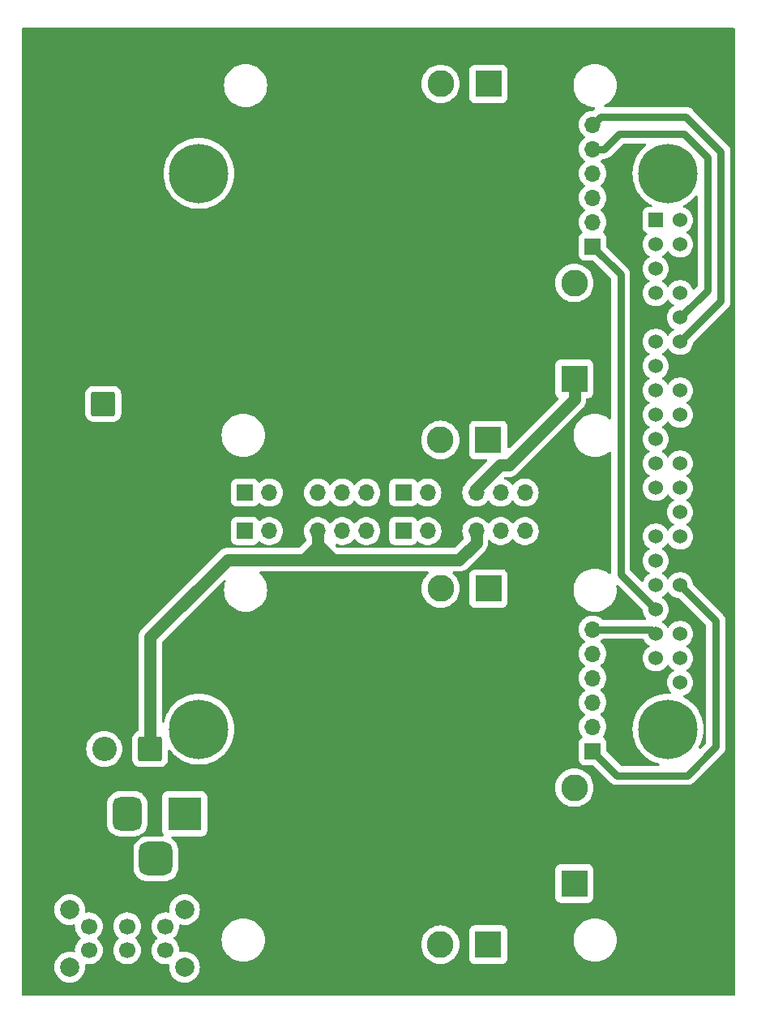
<source format=gbr>
%TF.GenerationSoftware,KiCad,Pcbnew,8.0.6-8.0.6-0~ubuntu24.04.1*%
%TF.CreationDate,2024-11-30T08:39:11+01:00*%
%TF.ProjectId,Rover,526f7665-722e-46b6-9963-61645f706362,rev?*%
%TF.SameCoordinates,Original*%
%TF.FileFunction,Copper,L1,Top*%
%TF.FilePolarity,Positive*%
%FSLAX46Y46*%
G04 Gerber Fmt 4.6, Leading zero omitted, Abs format (unit mm)*
G04 Created by KiCad (PCBNEW 8.0.6-8.0.6-0~ubuntu24.04.1) date 2024-11-30 08:39:11*
%MOMM*%
%LPD*%
G01*
G04 APERTURE LIST*
G04 Aperture macros list*
%AMRoundRect*
0 Rectangle with rounded corners*
0 $1 Rounding radius*
0 $2 $3 $4 $5 $6 $7 $8 $9 X,Y pos of 4 corners*
0 Add a 4 corners polygon primitive as box body*
4,1,4,$2,$3,$4,$5,$6,$7,$8,$9,$2,$3,0*
0 Add four circle primitives for the rounded corners*
1,1,$1+$1,$2,$3*
1,1,$1+$1,$4,$5*
1,1,$1+$1,$6,$7*
1,1,$1+$1,$8,$9*
0 Add four rect primitives between the rounded corners*
20,1,$1+$1,$2,$3,$4,$5,0*
20,1,$1+$1,$4,$5,$6,$7,0*
20,1,$1+$1,$6,$7,$8,$9,0*
20,1,$1+$1,$8,$9,$2,$3,0*%
G04 Aperture macros list end*
%TA.AperFunction,ComponentPad*%
%ADD10R,3.500000X3.500000*%
%TD*%
%TA.AperFunction,ComponentPad*%
%ADD11RoundRect,0.750000X-0.750000X-1.000000X0.750000X-1.000000X0.750000X1.000000X-0.750000X1.000000X0*%
%TD*%
%TA.AperFunction,ComponentPad*%
%ADD12RoundRect,0.875000X-0.875000X-0.875000X0.875000X-0.875000X0.875000X0.875000X-0.875000X0.875000X0*%
%TD*%
%TA.AperFunction,ComponentPad*%
%ADD13C,2.000000*%
%TD*%
%TA.AperFunction,ComponentPad*%
%ADD14C,1.700000*%
%TD*%
%TA.AperFunction,ComponentPad*%
%ADD15R,1.700000X1.700000*%
%TD*%
%TA.AperFunction,ComponentPad*%
%ADD16O,1.700000X1.700000*%
%TD*%
%TA.AperFunction,ComponentPad*%
%ADD17R,2.800000X2.800000*%
%TD*%
%TA.AperFunction,ComponentPad*%
%ADD18C,2.800000*%
%TD*%
%TA.AperFunction,ComponentPad*%
%ADD19RoundRect,0.249999X1.025001X1.025001X-1.025001X1.025001X-1.025001X-1.025001X1.025001X-1.025001X0*%
%TD*%
%TA.AperFunction,ComponentPad*%
%ADD20C,2.550000*%
%TD*%
%TA.AperFunction,ComponentPad*%
%ADD21R,1.524000X1.524000*%
%TD*%
%TA.AperFunction,ComponentPad*%
%ADD22C,1.524000*%
%TD*%
%TA.AperFunction,ComponentPad*%
%ADD23C,6.200000*%
%TD*%
%TA.AperFunction,ComponentPad*%
%ADD24RoundRect,0.249999X-1.025001X-1.025001X1.025001X-1.025001X1.025001X1.025001X-1.025001X1.025001X0*%
%TD*%
%TA.AperFunction,Conductor*%
%ADD25C,0.800000*%
%TD*%
%TA.AperFunction,Conductor*%
%ADD26C,1.270000*%
%TD*%
G04 APERTURE END LIST*
D10*
%TO.P,J3,1*%
%TO.N,Net-(SW1A-B)*%
X106500000Y-129000000D03*
D11*
%TO.P,J3,2*%
%TO.N,Net-(J1-Pin_2)*%
X100500000Y-129000000D03*
D12*
%TO.P,J3,3*%
X103500000Y-133700000D03*
%TD*%
D13*
%TO.P,SW1,*%
%TO.N,*%
X94500000Y-139000000D03*
X94500000Y-145000000D03*
X106500000Y-139000000D03*
X106500000Y-145000000D03*
D14*
%TO.P,SW1,1,A*%
%TO.N,unconnected-(SW1A-A-Pad1)*%
X96500000Y-140750000D03*
%TO.P,SW1,2,B*%
%TO.N,Net-(SW1A-B)*%
X100500000Y-140750000D03*
%TO.P,SW1,3,C*%
%TO.N,+7.4V*%
X104500000Y-140750000D03*
%TO.P,SW1,4*%
%TO.N,N/C*%
X96500000Y-143250000D03*
%TO.P,SW1,5*%
X100500000Y-143250000D03*
%TO.P,SW1,6*%
X104500000Y-143250000D03*
%TD*%
D15*
%TO.P,U3,1,ENA*%
%TO.N,PWM0*%
X149124578Y-122467381D03*
D16*
%TO.P,U3,2,IN1*%
%TO.N,IN1 2*%
X149124578Y-119927381D03*
%TO.P,U3,3,IN2*%
%TO.N,IN2 2*%
X149124578Y-117387381D03*
%TO.P,U3,4,IN3*%
%TO.N,IN3 2*%
X149124578Y-114847381D03*
%TO.P,U3,5,IN4*%
%TO.N,IN4 2*%
X149124578Y-112307381D03*
%TO.P,U3,6,ENB*%
%TO.N,PWM2*%
X149124578Y-109767381D03*
D17*
%TO.P,U3,7,12V*%
%TO.N,+7.4V*%
X147214578Y-136289381D03*
D18*
%TO.P,U3,8,GND*%
%TO.N,GND*%
X147214578Y-131289381D03*
%TO.P,U3,9,5V*%
%TO.N,unconnected-(U3-5V-Pad9)*%
X147214578Y-126289381D03*
D17*
%TO.P,U3,10,OUT3*%
%TO.N,Net-(J7-Pin_1)*%
X138249156Y-105500000D03*
D18*
%TO.P,U3,11,OUT4*%
%TO.N,Net-(J7-Pin_2)*%
X133249156Y-105500000D03*
D17*
%TO.P,U3,12,OUT2*%
%TO.N,Net-(J6-Pin_2)*%
X138221656Y-142659029D03*
D18*
%TO.P,U3,13,OUT1*%
%TO.N,Net-(J6-Pin_1)*%
X133221656Y-142659029D03*
%TD*%
D15*
%TO.P,J5,1,Pin_1*%
%TO.N,Net-(J5-Pin_1)*%
X112800000Y-95500000D03*
D16*
%TO.P,J5,2,Pin_2*%
%TO.N,Net-(J5-Pin_2)*%
X115340000Y-95500000D03*
%TO.P,J5,3,Pin_3*%
%TO.N,GND*%
X117880000Y-95500000D03*
%TO.P,J5,4,Pin_4*%
%TO.N,+7.4V*%
X120420000Y-95500000D03*
%TO.P,J5,5,Pin_5*%
%TO.N,SIG A 2*%
X122960000Y-95500000D03*
%TO.P,J5,6,Pin_6*%
%TO.N,SIG B 2*%
X125500000Y-95500000D03*
%TD*%
D19*
%TO.P,J1,1,Pin_1*%
%TO.N,+7.4V*%
X102900000Y-122250000D03*
D20*
%TO.P,J1,2,Pin_2*%
%TO.N,Net-(J1-Pin_2)*%
X98100000Y-122250000D03*
%TD*%
D15*
%TO.P,J6,1,Pin_1*%
%TO.N,Net-(J6-Pin_1)*%
X112800000Y-99500000D03*
D16*
%TO.P,J6,2,Pin_2*%
%TO.N,Net-(J6-Pin_2)*%
X115340000Y-99500000D03*
%TO.P,J6,3,Pin_3*%
%TO.N,GND*%
X117880000Y-99500000D03*
%TO.P,J6,4,Pin_4*%
%TO.N,+7.4V*%
X120420000Y-99500000D03*
%TO.P,J6,5,Pin_5*%
%TO.N,SIG A 3*%
X122960000Y-99500000D03*
%TO.P,J6,6,Pin_6*%
%TO.N,SIG B 3*%
X125500000Y-99500000D03*
%TD*%
D15*
%TO.P,J4,1,Pin_1*%
%TO.N,Net-(J4-Pin_1)*%
X129340000Y-95500000D03*
D16*
%TO.P,J4,2,Pin_2*%
%TO.N,Net-(J4-Pin_2)*%
X131880000Y-95500000D03*
%TO.P,J4,3,Pin_3*%
%TO.N,GND*%
X134420000Y-95500000D03*
%TO.P,J4,4,Pin_4*%
%TO.N,+7.4V*%
X136960000Y-95500000D03*
%TO.P,J4,5,Pin_5*%
%TO.N,SIG A 1*%
X139500000Y-95500000D03*
%TO.P,J4,6,Pin_6*%
%TO.N,SIG B 1*%
X142040000Y-95500000D03*
%TD*%
D15*
%TO.P,J7,1,Pin_1*%
%TO.N,Net-(J7-Pin_1)*%
X129340000Y-99500000D03*
D16*
%TO.P,J7,2,Pin_2*%
%TO.N,Net-(J7-Pin_2)*%
X131880000Y-99500000D03*
%TO.P,J7,3,Pin_3*%
%TO.N,GND*%
X134420000Y-99500000D03*
%TO.P,J7,4,Pin_4*%
%TO.N,+7.4V*%
X136960000Y-99500000D03*
%TO.P,J7,5,Pin_5*%
%TO.N,SIG A 4*%
X139500000Y-99500000D03*
%TO.P,J7,6,Pin_6*%
%TO.N,SIG B 4*%
X142040000Y-99500000D03*
%TD*%
D15*
%TO.P,U2,1,ENA*%
%TO.N,PWM1*%
X149124578Y-69808352D03*
D16*
%TO.P,U2,2,IN1*%
%TO.N,IN1 1*%
X149124578Y-67268352D03*
%TO.P,U2,3,IN2*%
%TO.N,IN2 1*%
X149124578Y-64728352D03*
%TO.P,U2,4,IN3*%
%TO.N,IN3 1*%
X149124578Y-62188352D03*
%TO.P,U2,5,IN4*%
%TO.N,IN4 1*%
X149124578Y-59648352D03*
%TO.P,U2,6,ENB*%
%TO.N,PWM3*%
X149124578Y-57108352D03*
D17*
%TO.P,U2,7,12V*%
%TO.N,+7.4V*%
X147214578Y-83630352D03*
D18*
%TO.P,U2,8,GND*%
%TO.N,GND*%
X147214578Y-78630352D03*
%TO.P,U2,9,5V*%
%TO.N,unconnected-(U2-5V-Pad9)*%
X147214578Y-73630352D03*
D17*
%TO.P,U2,10,OUT3*%
%TO.N,Net-(J5-Pin_1)*%
X138249156Y-52840971D03*
D18*
%TO.P,U2,11,OUT4*%
%TO.N,Net-(J5-Pin_2)*%
X133249156Y-52840971D03*
D17*
%TO.P,U2,12,OUT2*%
%TO.N,Net-(J4-Pin_2)*%
X138221656Y-90000000D03*
D18*
%TO.P,U2,13,OUT1*%
%TO.N,Net-(J4-Pin_1)*%
X133221656Y-90000000D03*
%TD*%
D21*
%TO.P,U1,1,3V3*%
%TO.N,Net-(U1-3V3-Pad1)*%
X155730000Y-67060000D03*
D22*
%TO.P,U1,2,5V*%
%TO.N,+5V*%
X158270000Y-67060000D03*
%TO.P,U1,3,GPIO2/SDA1*%
%TO.N,IN3 1*%
X155730000Y-69600000D03*
%TO.P,U1,4,5V*%
%TO.N,+5V*%
X158270000Y-69600000D03*
%TO.P,U1,5,GPIO3/SCL1*%
%TO.N,IN2 1*%
X155730000Y-72140000D03*
%TO.P,U1,6,GND*%
%TO.N,GND*%
X158270000Y-72140000D03*
%TO.P,U1,7,GPIO4/GPIO_GCKL*%
%TO.N,IN1 1*%
X155730000Y-74680000D03*
%TO.P,U1,8,GPIO14/TXD0*%
%TO.N,unconnected-(U1-GPIO14{slash}TXD0-Pad8)*%
X158270000Y-74680000D03*
%TO.P,U1,9,GND*%
%TO.N,GND*%
X155730000Y-77220000D03*
%TO.P,U1,10,GPIO15/RXD0*%
%TO.N,IN4 1*%
X158270000Y-77220000D03*
%TO.P,U1,11,GPIO17/GPIO_GEN0*%
%TO.N,SIG A 2*%
X155730000Y-79760000D03*
%TO.P,U1,12,GPIO18/GPIO_GEN1*%
%TO.N,PWM3*%
X158270000Y-79760000D03*
%TO.P,U1,13,GPIO27/GPIO_GEN2*%
%TO.N,SIG B 2*%
X155730000Y-82300000D03*
%TO.P,U1,14,GND*%
%TO.N,GND*%
X158270000Y-82300000D03*
%TO.P,U1,15,GPIO22/GPIO_GEN3*%
%TO.N,SIG A 1*%
X155730000Y-84840000D03*
%TO.P,U1,16,GPIO23/GPIO_GEN4*%
%TO.N,unconnected-(U1-GPIO23{slash}GPIO_GEN4-Pad16)*%
X158270000Y-84840000D03*
%TO.P,U1,17,3V3*%
%TO.N,Net-(U1-3V3-Pad1)*%
X155730000Y-87380000D03*
%TO.P,U1,18,GPIO24/GPIO_GEN5*%
%TO.N,unconnected-(U1-GPIO24{slash}GPIO_GEN5-Pad18)*%
X158270000Y-87380000D03*
%TO.P,U1,19,GPIO10/SPI_MOSI*%
%TO.N,SIG B 1*%
X155730000Y-89920000D03*
%TO.P,U1,20,GND*%
%TO.N,GND*%
X158270000Y-89920000D03*
%TO.P,U1,21,GPIO9/SPI_MISO*%
%TO.N,SIG B 4*%
X155730000Y-92460000D03*
%TO.P,U1,22,GPIO25/GPIO_GEN6*%
%TO.N,unconnected-(U1-GPIO25{slash}GPIO_GEN6-Pad22)*%
X158270000Y-92460000D03*
%TO.P,U1,23,GPIO11/SPI_SCLK*%
%TO.N,SIG A 4*%
X155730000Y-95000000D03*
%TO.P,U1,24,GPIO8/~{SPI_CE0}*%
%TO.N,unconnected-(U1-GPIO8{slash}~{SPI_CE0}-Pad24)*%
X158270000Y-95000000D03*
%TO.P,U1,25,GND*%
%TO.N,GND*%
X155730000Y-97540000D03*
%TO.P,U1,26,GPIO7/~{SPI_CE1}*%
%TO.N,unconnected-(U1-GPIO7{slash}~{SPI_CE1}-Pad26)*%
X158270000Y-97540000D03*
%TO.P,U1,27,ID_SD*%
%TO.N,SIG B 3*%
X155730000Y-100080000D03*
%TO.P,U1,28,ID_SC*%
%TO.N,unconnected-(U1-ID_SC-Pad28)*%
X158270000Y-100080000D03*
%TO.P,U1,29,GPIO5*%
%TO.N,SIG A 3*%
X155730000Y-102620000D03*
%TO.P,U1,30,GND*%
%TO.N,GND*%
X158270000Y-102620000D03*
%TO.P,U1,31,GPIO6*%
%TO.N,IN4 2*%
X155730000Y-105160000D03*
%TO.P,U1,32,GPIO12*%
%TO.N,PWM0*%
X158270000Y-105160000D03*
%TO.P,U1,33,GPIO13*%
%TO.N,PWM1*%
X155730000Y-107700000D03*
%TO.P,U1,34,GND*%
%TO.N,GND*%
X158270000Y-107700000D03*
%TO.P,U1,35,GPIO19*%
%TO.N,PWM2*%
X155730000Y-110240000D03*
%TO.P,U1,36,GPIO16*%
%TO.N,unconnected-(U1-GPIO16-Pad36)*%
X158270000Y-110240000D03*
%TO.P,U1,37,GPIO26*%
%TO.N,IN3 2*%
X155730000Y-112780000D03*
%TO.P,U1,38,GPIO20*%
%TO.N,IN1 2*%
X158270000Y-112780000D03*
%TO.P,U1,39,GND*%
%TO.N,GND*%
X155730000Y-115320000D03*
%TO.P,U1,40,GPIO21*%
%TO.N,IN2 2*%
X158270000Y-115320000D03*
D23*
%TO.P,U1,S1,SHIELD*%
%TO.N,Net-(U1-SHIELD-PadS1)*%
X157000000Y-62190000D03*
%TO.P,U1,S2,SHIELD*%
X157000000Y-120190000D03*
%TO.P,U1,S3,SHIELD*%
X108000000Y-120190000D03*
%TO.P,U1,S4,SHIELD*%
X108000000Y-62190000D03*
%TD*%
D24*
%TO.P,J2,1,Pin_1*%
%TO.N,+5V*%
X98000000Y-86250000D03*
D20*
%TO.P,J2,2,Pin_2*%
%TO.N,GND*%
X102800000Y-86250000D03*
%TD*%
D25*
%TO.N,PWM3*%
X162500000Y-75530000D02*
X158270000Y-79760000D01*
X149124578Y-57108352D02*
X149974578Y-56258352D01*
X149974578Y-56258352D02*
X158846527Y-56258352D01*
X162500000Y-59911825D02*
X162500000Y-75530000D01*
X158846527Y-56258352D02*
X162500000Y-59911825D01*
%TO.N,PWM0*%
X162000000Y-108890000D02*
X158270000Y-105160000D01*
X159000000Y-125000000D02*
X162000000Y-122000000D01*
X162000000Y-122000000D02*
X162000000Y-108890000D01*
X149124578Y-122467381D02*
X151657197Y-125000000D01*
X151657197Y-125000000D02*
X159000000Y-125000000D01*
%TO.N,PWM2*%
X149124578Y-109767381D02*
X155257381Y-109767381D01*
X155257381Y-109767381D02*
X155730000Y-110240000D01*
%TO.N,PWM1*%
X152034570Y-72718344D02*
X152034570Y-104004570D01*
X149124578Y-69808352D02*
X152034570Y-72718344D01*
X152034570Y-104004570D02*
X155730000Y-107700000D01*
D26*
%TO.N,+7.4V*%
X111000000Y-102500000D02*
X119000000Y-102500000D01*
X147214578Y-85785422D02*
X147214578Y-83630352D01*
X120420000Y-99500000D02*
X120420000Y-100920000D01*
X120420000Y-101080000D02*
X119000000Y-102500000D01*
X136960000Y-100702081D02*
X136960000Y-99500000D01*
X120420000Y-100920000D02*
X122000000Y-102500000D01*
X102900000Y-110600000D02*
X111000000Y-102500000D01*
X120420000Y-99500000D02*
X120420000Y-101080000D01*
X136960000Y-95500000D02*
X136960000Y-95091364D01*
X139416364Y-92635000D02*
X140365000Y-92635000D01*
X102900000Y-122250000D02*
X102900000Y-110600000D01*
X119000000Y-102500000D02*
X122000000Y-102500000D01*
X136960000Y-95091364D02*
X139416364Y-92635000D01*
X135162081Y-102500000D02*
X136960000Y-100702081D01*
X140365000Y-92635000D02*
X147214578Y-85785422D01*
X122000000Y-102500000D02*
X135162081Y-102500000D01*
D25*
%TO.N,IN4 1*%
X161100000Y-74390000D02*
X161100000Y-60491724D01*
X151885011Y-58090000D02*
X150326659Y-59648352D01*
X161100000Y-60491724D02*
X158698276Y-58090000D01*
X158698276Y-58090000D02*
X151885011Y-58090000D01*
X150326659Y-59648352D02*
X149124578Y-59648352D01*
X158270000Y-77220000D02*
X161100000Y-74390000D01*
%TD*%
%TA.AperFunction,Conductor*%
%TO.N,GND*%
G36*
X154459762Y-110787566D02*
G01*
X154505517Y-110840370D01*
X154506271Y-110842054D01*
X154527610Y-110890701D01*
X154563809Y-110946107D01*
X154648307Y-111075442D01*
X154651111Y-111079733D01*
X154804041Y-111245860D01*
X154804044Y-111245862D01*
X154804047Y-111245865D01*
X154982220Y-111384543D01*
X154982235Y-111384553D01*
X155012526Y-111400946D01*
X155062117Y-111450166D01*
X155077224Y-111518382D01*
X155053053Y-111583938D01*
X155012526Y-111619054D01*
X154982235Y-111635446D01*
X154982220Y-111635456D01*
X154804047Y-111774134D01*
X154804044Y-111774137D01*
X154651108Y-111940270D01*
X154527608Y-112129302D01*
X154436907Y-112336079D01*
X154381476Y-112554970D01*
X154381474Y-112554978D01*
X154362830Y-112779993D01*
X154362830Y-112780006D01*
X154381474Y-113005021D01*
X154381476Y-113005029D01*
X154436907Y-113223920D01*
X154504584Y-113378207D01*
X154527610Y-113430701D01*
X154651111Y-113619733D01*
X154804041Y-113785860D01*
X154804044Y-113785862D01*
X154804047Y-113785865D01*
X154982220Y-113924543D01*
X154982226Y-113924547D01*
X154982229Y-113924549D01*
X155180814Y-114032018D01*
X155394380Y-114105335D01*
X155617100Y-114142500D01*
X155842900Y-114142500D01*
X156065620Y-114105335D01*
X156279186Y-114032018D01*
X156477771Y-113924549D01*
X156655959Y-113785860D01*
X156808889Y-113619733D01*
X156896191Y-113486106D01*
X156949338Y-113440751D01*
X157018569Y-113431327D01*
X157081905Y-113460829D01*
X157103807Y-113486105D01*
X157191111Y-113619733D01*
X157344041Y-113785860D01*
X157344044Y-113785862D01*
X157344047Y-113785865D01*
X157522220Y-113924543D01*
X157522235Y-113924553D01*
X157552526Y-113940946D01*
X157602117Y-113990166D01*
X157617224Y-114058382D01*
X157593053Y-114123938D01*
X157552526Y-114159054D01*
X157522235Y-114175446D01*
X157522220Y-114175456D01*
X157344047Y-114314134D01*
X157344044Y-114314137D01*
X157191108Y-114480270D01*
X157067608Y-114669302D01*
X156976907Y-114876079D01*
X156921476Y-115094970D01*
X156921474Y-115094978D01*
X156902830Y-115319993D01*
X156902830Y-115320006D01*
X156921474Y-115545021D01*
X156921476Y-115545029D01*
X156976907Y-115763920D01*
X157044584Y-115918207D01*
X157067610Y-115970701D01*
X157191111Y-116159733D01*
X157308891Y-116287677D01*
X157339813Y-116350331D01*
X157331953Y-116419757D01*
X157287805Y-116473912D01*
X157221388Y-116495603D01*
X157211171Y-116495489D01*
X157000001Y-116484422D01*
X156999999Y-116484422D01*
X156612660Y-116504722D01*
X156229572Y-116565397D01*
X156229570Y-116565397D01*
X155854905Y-116665788D01*
X155492802Y-116804787D01*
X155147206Y-116980877D01*
X154821917Y-117192122D01*
X154520488Y-117436215D01*
X154520480Y-117436222D01*
X154246222Y-117710480D01*
X154246215Y-117710488D01*
X154002122Y-118011917D01*
X153790877Y-118337206D01*
X153614787Y-118682802D01*
X153475788Y-119044905D01*
X153375397Y-119419570D01*
X153375397Y-119419572D01*
X153314722Y-119802660D01*
X153294422Y-120189999D01*
X153294422Y-120190000D01*
X153314722Y-120577339D01*
X153354578Y-120828980D01*
X153375398Y-120960433D01*
X153470280Y-121314540D01*
X153475788Y-121335094D01*
X153614787Y-121697197D01*
X153790877Y-122042793D01*
X154002122Y-122368082D01*
X154140755Y-122539279D01*
X154246219Y-122669516D01*
X154520484Y-122943781D01*
X154520488Y-122943784D01*
X154821917Y-123187877D01*
X155147206Y-123399122D01*
X155147211Y-123399125D01*
X155492806Y-123575214D01*
X155854913Y-123714214D01*
X156009838Y-123755726D01*
X156069497Y-123792090D01*
X156100026Y-123854937D01*
X156091731Y-123924313D01*
X156047246Y-123978190D01*
X155980694Y-123999465D01*
X155977743Y-123999500D01*
X152122979Y-123999500D01*
X152055940Y-123979815D01*
X152035298Y-123963181D01*
X150611396Y-122539279D01*
X150577911Y-122477956D01*
X150575077Y-122451598D01*
X150575077Y-121578017D01*
X150559624Y-121460627D01*
X150559622Y-121460620D01*
X150559622Y-121460619D01*
X150499114Y-121314540D01*
X150402860Y-121189099D01*
X150277419Y-121092845D01*
X150277418Y-121092844D01*
X150277416Y-121092843D01*
X150257400Y-121084552D01*
X150202997Y-121040710D01*
X150180934Y-120974415D01*
X150198215Y-120906716D01*
X150213620Y-120886015D01*
X150273149Y-120821350D01*
X150404627Y-120620109D01*
X150501188Y-120399972D01*
X150560198Y-120166944D01*
X150580049Y-119927381D01*
X150560198Y-119687818D01*
X150501188Y-119454790D01*
X150404627Y-119234653D01*
X150273149Y-119033412D01*
X150110342Y-118856556D01*
X149980163Y-118755233D01*
X149939351Y-118698524D01*
X149935676Y-118628751D01*
X149970308Y-118568068D01*
X149980163Y-118559528D01*
X150110342Y-118458206D01*
X150273149Y-118281350D01*
X150404627Y-118080109D01*
X150501188Y-117859972D01*
X150560198Y-117626944D01*
X150576002Y-117436219D01*
X150580049Y-117387386D01*
X150580049Y-117387375D01*
X150560198Y-117147821D01*
X150560198Y-117147818D01*
X150501188Y-116914790D01*
X150404627Y-116694653D01*
X150385768Y-116665788D01*
X150273150Y-116493414D01*
X150273149Y-116493412D01*
X150110342Y-116316556D01*
X149980163Y-116215233D01*
X149939351Y-116158524D01*
X149935676Y-116088751D01*
X149970308Y-116028068D01*
X149980163Y-116019528D01*
X150110342Y-115918206D01*
X150273149Y-115741350D01*
X150404627Y-115540109D01*
X150501188Y-115319972D01*
X150560198Y-115086944D01*
X150580049Y-114847381D01*
X150560198Y-114607818D01*
X150501188Y-114374790D01*
X150404627Y-114154653D01*
X150375346Y-114109836D01*
X150297162Y-113990166D01*
X150273149Y-113953412D01*
X150110342Y-113776556D01*
X149980163Y-113675233D01*
X149939351Y-113618524D01*
X149935676Y-113548751D01*
X149970308Y-113488068D01*
X149980163Y-113479528D01*
X150110342Y-113378206D01*
X150273149Y-113201350D01*
X150404627Y-113000109D01*
X150501188Y-112779972D01*
X150560198Y-112546944D01*
X150580049Y-112307381D01*
X150560198Y-112067818D01*
X150501188Y-111834790D01*
X150404627Y-111614653D01*
X150375346Y-111569836D01*
X150297162Y-111450166D01*
X150273149Y-111413412D01*
X150110342Y-111236556D01*
X149980163Y-111135233D01*
X149939351Y-111078524D01*
X149935676Y-111008751D01*
X149970308Y-110948068D01*
X149980163Y-110939528D01*
X150110342Y-110838206D01*
X150138243Y-110807898D01*
X150198130Y-110771907D01*
X150229472Y-110767881D01*
X154392723Y-110767881D01*
X154459762Y-110787566D01*
G37*
%TD.AperFunction*%
%TA.AperFunction,Conductor*%
G36*
X157081905Y-105840829D02*
G01*
X157103807Y-105866105D01*
X157191111Y-105999733D01*
X157344041Y-106165860D01*
X157344044Y-106165862D01*
X157344047Y-106165865D01*
X157522220Y-106304543D01*
X157522226Y-106304547D01*
X157522229Y-106304549D01*
X157720814Y-106412018D01*
X157934380Y-106485335D01*
X158157100Y-106522500D01*
X158166218Y-106522500D01*
X158233257Y-106542185D01*
X158253899Y-106558819D01*
X160963181Y-109268101D01*
X160996666Y-109329424D01*
X160999500Y-109355782D01*
X160999500Y-121534217D01*
X160979815Y-121601256D01*
X160963181Y-121621898D01*
X160416616Y-122168462D01*
X160355293Y-122201947D01*
X160285601Y-122196963D01*
X160229668Y-122155091D01*
X160205251Y-122089627D01*
X160218449Y-122024488D01*
X160385214Y-121697194D01*
X160524214Y-121335087D01*
X160624602Y-120960433D01*
X160685278Y-120577338D01*
X160705578Y-120190000D01*
X160685278Y-119802662D01*
X160624602Y-119419567D01*
X160524214Y-119044913D01*
X160385214Y-118682806D01*
X160209125Y-118337211D01*
X160172849Y-118281351D01*
X159997877Y-118011917D01*
X159753784Y-117710488D01*
X159753781Y-117710484D01*
X159479516Y-117436219D01*
X159178084Y-117192124D01*
X159178082Y-117192122D01*
X158852793Y-116980877D01*
X158812215Y-116960202D01*
X158620465Y-116862500D01*
X158569670Y-116814527D01*
X158552875Y-116746706D01*
X158575412Y-116680571D01*
X158630127Y-116637119D01*
X158636498Y-116634735D01*
X158729540Y-116602793D01*
X158819186Y-116572018D01*
X159017771Y-116464549D01*
X159195959Y-116325860D01*
X159348889Y-116159733D01*
X159472390Y-115970701D01*
X159563093Y-115763919D01*
X159618524Y-115545029D01*
X159637170Y-115320000D01*
X159637170Y-115319993D01*
X159618525Y-115094978D01*
X159618524Y-115094975D01*
X159618524Y-115094971D01*
X159563093Y-114876081D01*
X159472390Y-114669299D01*
X159348889Y-114480267D01*
X159195959Y-114314140D01*
X159195954Y-114314136D01*
X159195952Y-114314134D01*
X159017779Y-114175456D01*
X159017768Y-114175449D01*
X158987474Y-114159055D01*
X158937883Y-114109836D01*
X158922775Y-114041619D01*
X158946945Y-113976063D01*
X158987474Y-113940945D01*
X158990021Y-113939566D01*
X159017771Y-113924549D01*
X159195959Y-113785860D01*
X159348889Y-113619733D01*
X159472390Y-113430701D01*
X159563093Y-113223919D01*
X159618524Y-113005029D01*
X159637170Y-112780000D01*
X159637170Y-112779993D01*
X159618525Y-112554978D01*
X159618524Y-112554975D01*
X159618524Y-112554971D01*
X159563093Y-112336081D01*
X159472390Y-112129299D01*
X159348889Y-111940267D01*
X159195959Y-111774140D01*
X159195954Y-111774136D01*
X159195952Y-111774134D01*
X159017779Y-111635456D01*
X159017768Y-111635449D01*
X158987474Y-111619055D01*
X158937883Y-111569836D01*
X158922775Y-111501619D01*
X158946945Y-111436063D01*
X158987474Y-111400945D01*
X158990021Y-111399566D01*
X159017771Y-111384549D01*
X159195959Y-111245860D01*
X159348889Y-111079733D01*
X159472390Y-110890701D01*
X159563093Y-110683919D01*
X159618524Y-110465029D01*
X159624040Y-110398465D01*
X159637170Y-110240006D01*
X159637170Y-110239993D01*
X159618525Y-110014978D01*
X159618524Y-110014975D01*
X159618524Y-110014971D01*
X159563093Y-109796081D01*
X159472390Y-109589299D01*
X159348889Y-109400267D01*
X159195959Y-109234140D01*
X159195954Y-109234136D01*
X159195952Y-109234134D01*
X159017779Y-109095456D01*
X159017773Y-109095452D01*
X158819187Y-108987982D01*
X158819181Y-108987980D01*
X158605622Y-108914665D01*
X158382900Y-108877500D01*
X158157100Y-108877500D01*
X157934377Y-108914665D01*
X157720818Y-108987980D01*
X157720812Y-108987982D01*
X157522226Y-109095452D01*
X157522220Y-109095456D01*
X157344047Y-109234134D01*
X157344044Y-109234137D01*
X157344041Y-109234139D01*
X157344041Y-109234140D01*
X157232063Y-109355782D01*
X157191105Y-109400274D01*
X157103808Y-109533892D01*
X157050662Y-109579248D01*
X156981431Y-109588672D01*
X156918095Y-109559170D01*
X156896192Y-109533892D01*
X156808894Y-109400274D01*
X156808892Y-109400272D01*
X156808889Y-109400267D01*
X156655959Y-109234140D01*
X156655954Y-109234136D01*
X156655952Y-109234134D01*
X156477779Y-109095456D01*
X156477768Y-109095449D01*
X156447474Y-109079055D01*
X156397883Y-109029836D01*
X156382775Y-108961619D01*
X156406945Y-108896063D01*
X156447474Y-108860945D01*
X156450021Y-108859566D01*
X156477771Y-108844549D01*
X156655959Y-108705860D01*
X156808889Y-108539733D01*
X156932390Y-108350701D01*
X157023093Y-108143919D01*
X157078524Y-107925029D01*
X157078525Y-107925021D01*
X157097170Y-107700006D01*
X157097170Y-107699993D01*
X157078525Y-107474978D01*
X157078524Y-107474975D01*
X157078524Y-107474971D01*
X157023093Y-107256081D01*
X156932390Y-107049299D01*
X156808889Y-106860267D01*
X156655959Y-106694140D01*
X156655954Y-106694136D01*
X156655952Y-106694134D01*
X156477779Y-106555456D01*
X156477768Y-106555449D01*
X156447474Y-106539055D01*
X156397883Y-106489836D01*
X156382775Y-106421619D01*
X156406945Y-106356063D01*
X156447474Y-106320945D01*
X156450021Y-106319566D01*
X156477771Y-106304549D01*
X156655959Y-106165860D01*
X156808889Y-105999733D01*
X156896191Y-105866106D01*
X156949338Y-105820751D01*
X157018569Y-105811327D01*
X157081905Y-105840829D01*
G37*
%TD.AperFunction*%
%TA.AperFunction,Conductor*%
G36*
X154664285Y-59110185D02*
G01*
X154710040Y-59162989D01*
X154719984Y-59232147D01*
X154690959Y-59295703D01*
X154675282Y-59310866D01*
X154520488Y-59436215D01*
X154520480Y-59436222D01*
X154246222Y-59710480D01*
X154246215Y-59710488D01*
X154002122Y-60011917D01*
X153790877Y-60337206D01*
X153614787Y-60682802D01*
X153475788Y-61044905D01*
X153375397Y-61419570D01*
X153375397Y-61419572D01*
X153314722Y-61802660D01*
X153294422Y-62189999D01*
X153294422Y-62190000D01*
X153314722Y-62577339D01*
X153375397Y-62960427D01*
X153375397Y-62960429D01*
X153475788Y-63335094D01*
X153614787Y-63697197D01*
X153790877Y-64042793D01*
X154002122Y-64368082D01*
X154120866Y-64514718D01*
X154246219Y-64669516D01*
X154520484Y-64943781D01*
X154520488Y-64943784D01*
X154821917Y-65187877D01*
X155147208Y-65399124D01*
X155147211Y-65399125D01*
X155272602Y-65463015D01*
X155323399Y-65510989D01*
X155340194Y-65578810D01*
X155317657Y-65644945D01*
X155262942Y-65688397D01*
X155216308Y-65697500D01*
X154928636Y-65697500D01*
X154811246Y-65712953D01*
X154811237Y-65712956D01*
X154665160Y-65773463D01*
X154539718Y-65869718D01*
X154443463Y-65995160D01*
X154382956Y-66141237D01*
X154382955Y-66141239D01*
X154367501Y-66258629D01*
X154367500Y-66258645D01*
X154367500Y-67861363D01*
X154382953Y-67978753D01*
X154382956Y-67978762D01*
X154443464Y-68124841D01*
X154539718Y-68250282D01*
X154665159Y-68346536D01*
X154767075Y-68388751D01*
X154821478Y-68432590D01*
X154843543Y-68498884D01*
X154826264Y-68566584D01*
X154807215Y-68590090D01*
X154807515Y-68590367D01*
X154804043Y-68594138D01*
X154804041Y-68594140D01*
X154689834Y-68718202D01*
X154651108Y-68760270D01*
X154527608Y-68949302D01*
X154436907Y-69156079D01*
X154381476Y-69374970D01*
X154381474Y-69374978D01*
X154362830Y-69599993D01*
X154362830Y-69600006D01*
X154381474Y-69825021D01*
X154381476Y-69825029D01*
X154436907Y-70043920D01*
X154527608Y-70250697D01*
X154527610Y-70250701D01*
X154651111Y-70439733D01*
X154804041Y-70605860D01*
X154804044Y-70605862D01*
X154804047Y-70605865D01*
X154982220Y-70744543D01*
X154982235Y-70744553D01*
X155012526Y-70760946D01*
X155062117Y-70810166D01*
X155077224Y-70878382D01*
X155053053Y-70943938D01*
X155012526Y-70979054D01*
X154982235Y-70995446D01*
X154982220Y-70995456D01*
X154804047Y-71134134D01*
X154804044Y-71134137D01*
X154651108Y-71300270D01*
X154527608Y-71489302D01*
X154436907Y-71696079D01*
X154381476Y-71914970D01*
X154381474Y-71914978D01*
X154362830Y-72139993D01*
X154362830Y-72140006D01*
X154381474Y-72365021D01*
X154381476Y-72365029D01*
X154436907Y-72583920D01*
X154452647Y-72619803D01*
X154527610Y-72790701D01*
X154651111Y-72979733D01*
X154804041Y-73145860D01*
X154804044Y-73145862D01*
X154804047Y-73145865D01*
X154982220Y-73284543D01*
X154982235Y-73284553D01*
X155012526Y-73300946D01*
X155062117Y-73350166D01*
X155077224Y-73418382D01*
X155053053Y-73483938D01*
X155012526Y-73519054D01*
X154982235Y-73535446D01*
X154982220Y-73535456D01*
X154804047Y-73674134D01*
X154804044Y-73674137D01*
X154651108Y-73840270D01*
X154527608Y-74029302D01*
X154436907Y-74236079D01*
X154381476Y-74454970D01*
X154381474Y-74454978D01*
X154362830Y-74679993D01*
X154362830Y-74680006D01*
X154381474Y-74905021D01*
X154381476Y-74905029D01*
X154436907Y-75123920D01*
X154521855Y-75317581D01*
X154527610Y-75330701D01*
X154651111Y-75519733D01*
X154804041Y-75685860D01*
X154804044Y-75685862D01*
X154804047Y-75685865D01*
X154982220Y-75824543D01*
X154982226Y-75824547D01*
X154982229Y-75824549D01*
X155180814Y-75932018D01*
X155394380Y-76005335D01*
X155617100Y-76042500D01*
X155842900Y-76042500D01*
X156065620Y-76005335D01*
X156279186Y-75932018D01*
X156477771Y-75824549D01*
X156655959Y-75685860D01*
X156808889Y-75519733D01*
X156896191Y-75386106D01*
X156949338Y-75340751D01*
X157018569Y-75331327D01*
X157081905Y-75360829D01*
X157103807Y-75386105D01*
X157191111Y-75519733D01*
X157344041Y-75685860D01*
X157344044Y-75685862D01*
X157344047Y-75685865D01*
X157522220Y-75824543D01*
X157522235Y-75824553D01*
X157552526Y-75840946D01*
X157602117Y-75890166D01*
X157617224Y-75958382D01*
X157593053Y-76023938D01*
X157552526Y-76059054D01*
X157522235Y-76075446D01*
X157522220Y-76075456D01*
X157344047Y-76214134D01*
X157344044Y-76214137D01*
X157191108Y-76380270D01*
X157067608Y-76569302D01*
X156976907Y-76776079D01*
X156921476Y-76994970D01*
X156921474Y-76994978D01*
X156902830Y-77219993D01*
X156902830Y-77220006D01*
X156921474Y-77445021D01*
X156921476Y-77445029D01*
X156976907Y-77663919D01*
X157067610Y-77870701D01*
X157191111Y-78059733D01*
X157344041Y-78225860D01*
X157344044Y-78225862D01*
X157344047Y-78225865D01*
X157522220Y-78364543D01*
X157522235Y-78364553D01*
X157552526Y-78380946D01*
X157602117Y-78430166D01*
X157617224Y-78498382D01*
X157593053Y-78563938D01*
X157552526Y-78599054D01*
X157522235Y-78615446D01*
X157522220Y-78615456D01*
X157344047Y-78754134D01*
X157344044Y-78754137D01*
X157191105Y-78920274D01*
X157103808Y-79053892D01*
X157050662Y-79099248D01*
X156981431Y-79108672D01*
X156918095Y-79079170D01*
X156896192Y-79053892D01*
X156808894Y-78920274D01*
X156808892Y-78920272D01*
X156808889Y-78920267D01*
X156655959Y-78754140D01*
X156655954Y-78754136D01*
X156655952Y-78754134D01*
X156477779Y-78615456D01*
X156477773Y-78615452D01*
X156279187Y-78507982D01*
X156279181Y-78507980D01*
X156065622Y-78434665D01*
X155842900Y-78397500D01*
X155617100Y-78397500D01*
X155394377Y-78434665D01*
X155180818Y-78507980D01*
X155180812Y-78507982D01*
X154982226Y-78615452D01*
X154982220Y-78615456D01*
X154804047Y-78754134D01*
X154804044Y-78754137D01*
X154651108Y-78920270D01*
X154527608Y-79109302D01*
X154436907Y-79316079D01*
X154381476Y-79534970D01*
X154381474Y-79534978D01*
X154362830Y-79759993D01*
X154362830Y-79760006D01*
X154381474Y-79985021D01*
X154381476Y-79985029D01*
X154436907Y-80203920D01*
X154527608Y-80410697D01*
X154527610Y-80410701D01*
X154651111Y-80599733D01*
X154804041Y-80765860D01*
X154804044Y-80765862D01*
X154804047Y-80765865D01*
X154982220Y-80904543D01*
X154982235Y-80904553D01*
X155012526Y-80920946D01*
X155062117Y-80970166D01*
X155077224Y-81038382D01*
X155053053Y-81103938D01*
X155012526Y-81139054D01*
X154982235Y-81155446D01*
X154982220Y-81155456D01*
X154804047Y-81294134D01*
X154804044Y-81294137D01*
X154651108Y-81460270D01*
X154527608Y-81649302D01*
X154436907Y-81856079D01*
X154381476Y-82074970D01*
X154381474Y-82074978D01*
X154362830Y-82299993D01*
X154362830Y-82300006D01*
X154381474Y-82525021D01*
X154381476Y-82525029D01*
X154436907Y-82743919D01*
X154527610Y-82950701D01*
X154651111Y-83139733D01*
X154804041Y-83305860D01*
X154804044Y-83305862D01*
X154804047Y-83305865D01*
X154982220Y-83444543D01*
X154982235Y-83444553D01*
X155012526Y-83460946D01*
X155062117Y-83510166D01*
X155077224Y-83578382D01*
X155053053Y-83643938D01*
X155012526Y-83679054D01*
X154982235Y-83695446D01*
X154982220Y-83695456D01*
X154804047Y-83834134D01*
X154804044Y-83834137D01*
X154651108Y-84000270D01*
X154527608Y-84189302D01*
X154436907Y-84396079D01*
X154381476Y-84614970D01*
X154381474Y-84614978D01*
X154362830Y-84839993D01*
X154362830Y-84840006D01*
X154381474Y-85065021D01*
X154381476Y-85065029D01*
X154436907Y-85283920D01*
X154527608Y-85490697D01*
X154527610Y-85490701D01*
X154547294Y-85520829D01*
X154648535Y-85675791D01*
X154651111Y-85679733D01*
X154804041Y-85845860D01*
X154804044Y-85845862D01*
X154804047Y-85845865D01*
X154982220Y-85984543D01*
X154982235Y-85984553D01*
X155012526Y-86000946D01*
X155062117Y-86050166D01*
X155077224Y-86118382D01*
X155053053Y-86183938D01*
X155012526Y-86219054D01*
X154982235Y-86235446D01*
X154982220Y-86235456D01*
X154804047Y-86374134D01*
X154804044Y-86374137D01*
X154651108Y-86540270D01*
X154527608Y-86729302D01*
X154436907Y-86936079D01*
X154381476Y-87154970D01*
X154381474Y-87154978D01*
X154362830Y-87379993D01*
X154362830Y-87380006D01*
X154381474Y-87605021D01*
X154381476Y-87605029D01*
X154436907Y-87823920D01*
X154527608Y-88030697D01*
X154527610Y-88030701D01*
X154651111Y-88219733D01*
X154804041Y-88385860D01*
X154804044Y-88385862D01*
X154804047Y-88385865D01*
X154982220Y-88524543D01*
X154982235Y-88524553D01*
X155012526Y-88540946D01*
X155062117Y-88590166D01*
X155077224Y-88658382D01*
X155053053Y-88723938D01*
X155012526Y-88759054D01*
X154982235Y-88775446D01*
X154982220Y-88775456D01*
X154804047Y-88914134D01*
X154804044Y-88914137D01*
X154804041Y-88914139D01*
X154804041Y-88914140D01*
X154802619Y-88915685D01*
X154651108Y-89080270D01*
X154527608Y-89269302D01*
X154436907Y-89476079D01*
X154381476Y-89694970D01*
X154381474Y-89694978D01*
X154362830Y-89919993D01*
X154362830Y-89920006D01*
X154381474Y-90145021D01*
X154381476Y-90145029D01*
X154436907Y-90363920D01*
X154525129Y-90565046D01*
X154527610Y-90570701D01*
X154576818Y-90646019D01*
X154638262Y-90740067D01*
X154651111Y-90759733D01*
X154804041Y-90925860D01*
X154804044Y-90925862D01*
X154804047Y-90925865D01*
X154982220Y-91064543D01*
X154982235Y-91064553D01*
X155012526Y-91080946D01*
X155062117Y-91130166D01*
X155077224Y-91198382D01*
X155053053Y-91263938D01*
X155012526Y-91299054D01*
X154982235Y-91315446D01*
X154982220Y-91315456D01*
X154804047Y-91454134D01*
X154804044Y-91454137D01*
X154651108Y-91620270D01*
X154527608Y-91809302D01*
X154436907Y-92016079D01*
X154381476Y-92234970D01*
X154381474Y-92234978D01*
X154362830Y-92459993D01*
X154362830Y-92460006D01*
X154381474Y-92685021D01*
X154381476Y-92685029D01*
X154436907Y-92903920D01*
X154527608Y-93110697D01*
X154527610Y-93110701D01*
X154651111Y-93299733D01*
X154804041Y-93465860D01*
X154804044Y-93465862D01*
X154804047Y-93465865D01*
X154982220Y-93604543D01*
X154982235Y-93604553D01*
X155012526Y-93620946D01*
X155062117Y-93670166D01*
X155077224Y-93738382D01*
X155053053Y-93803938D01*
X155012526Y-93839054D01*
X154982235Y-93855446D01*
X154982220Y-93855456D01*
X154804047Y-93994134D01*
X154804044Y-93994137D01*
X154804041Y-93994139D01*
X154804041Y-93994140D01*
X154738851Y-94064956D01*
X154651108Y-94160270D01*
X154527608Y-94349302D01*
X154436907Y-94556079D01*
X154381476Y-94774970D01*
X154381474Y-94774978D01*
X154362830Y-94999993D01*
X154362830Y-95000006D01*
X154381474Y-95225021D01*
X154381476Y-95225029D01*
X154436907Y-95443920D01*
X154527608Y-95650697D01*
X154527610Y-95650701D01*
X154651111Y-95839733D01*
X154804041Y-96005860D01*
X154804044Y-96005862D01*
X154804047Y-96005865D01*
X154982220Y-96144543D01*
X154982226Y-96144547D01*
X154982229Y-96144549D01*
X155180814Y-96252018D01*
X155394380Y-96325335D01*
X155617100Y-96362500D01*
X155842900Y-96362500D01*
X156065620Y-96325335D01*
X156279186Y-96252018D01*
X156477771Y-96144549D01*
X156655959Y-96005860D01*
X156808889Y-95839733D01*
X156896191Y-95706106D01*
X156949338Y-95660751D01*
X157018569Y-95651327D01*
X157081905Y-95680829D01*
X157103807Y-95706105D01*
X157191111Y-95839733D01*
X157344041Y-96005860D01*
X157344044Y-96005862D01*
X157344047Y-96005865D01*
X157522220Y-96144543D01*
X157522235Y-96144553D01*
X157552526Y-96160946D01*
X157602117Y-96210166D01*
X157617224Y-96278382D01*
X157593053Y-96343938D01*
X157552526Y-96379054D01*
X157522235Y-96395446D01*
X157522220Y-96395456D01*
X157344047Y-96534134D01*
X157344044Y-96534137D01*
X157344041Y-96534139D01*
X157344041Y-96534140D01*
X157310266Y-96570830D01*
X157191108Y-96700270D01*
X157067608Y-96889302D01*
X156976907Y-97096079D01*
X156921476Y-97314970D01*
X156921474Y-97314978D01*
X156902830Y-97539993D01*
X156902830Y-97540006D01*
X156921474Y-97765021D01*
X156921476Y-97765029D01*
X156976907Y-97983920D01*
X157067608Y-98190697D01*
X157067610Y-98190701D01*
X157191111Y-98379733D01*
X157344041Y-98545860D01*
X157344044Y-98545862D01*
X157344047Y-98545865D01*
X157522220Y-98684543D01*
X157522235Y-98684553D01*
X157552526Y-98700946D01*
X157602117Y-98750166D01*
X157617224Y-98818382D01*
X157593053Y-98883938D01*
X157552526Y-98919054D01*
X157522235Y-98935446D01*
X157522220Y-98935456D01*
X157344047Y-99074134D01*
X157344044Y-99074137D01*
X157191105Y-99240274D01*
X157103808Y-99373892D01*
X157050662Y-99419248D01*
X156981431Y-99428672D01*
X156918095Y-99399170D01*
X156896192Y-99373892D01*
X156808894Y-99240274D01*
X156808892Y-99240272D01*
X156808889Y-99240267D01*
X156655959Y-99074140D01*
X156655954Y-99074136D01*
X156655952Y-99074134D01*
X156477779Y-98935456D01*
X156477773Y-98935452D01*
X156279187Y-98827982D01*
X156279181Y-98827980D01*
X156065622Y-98754665D01*
X155842900Y-98717500D01*
X155617100Y-98717500D01*
X155394377Y-98754665D01*
X155180818Y-98827980D01*
X155180812Y-98827982D01*
X154982226Y-98935452D01*
X154982220Y-98935456D01*
X154804047Y-99074134D01*
X154804044Y-99074137D01*
X154651108Y-99240270D01*
X154527608Y-99429302D01*
X154436907Y-99636079D01*
X154381476Y-99854970D01*
X154381474Y-99854978D01*
X154362830Y-100079993D01*
X154362830Y-100080006D01*
X154381474Y-100305021D01*
X154381476Y-100305029D01*
X154436907Y-100523920D01*
X154493457Y-100652840D01*
X154527610Y-100730701D01*
X154563809Y-100786107D01*
X154645361Y-100910933D01*
X154651111Y-100919733D01*
X154804041Y-101085860D01*
X154804044Y-101085862D01*
X154804047Y-101085865D01*
X154982220Y-101224543D01*
X154982235Y-101224553D01*
X155012526Y-101240946D01*
X155062117Y-101290166D01*
X155077224Y-101358382D01*
X155053053Y-101423938D01*
X155012526Y-101459054D01*
X154982235Y-101475446D01*
X154982220Y-101475456D01*
X154804047Y-101614134D01*
X154804044Y-101614137D01*
X154651108Y-101780270D01*
X154527608Y-101969302D01*
X154436907Y-102176079D01*
X154381476Y-102394970D01*
X154381474Y-102394978D01*
X154362830Y-102619993D01*
X154362830Y-102620006D01*
X154381474Y-102845021D01*
X154381476Y-102845029D01*
X154436907Y-103063919D01*
X154527610Y-103270701D01*
X154651111Y-103459733D01*
X154804041Y-103625860D01*
X154804044Y-103625862D01*
X154804047Y-103625865D01*
X154982220Y-103764543D01*
X154982235Y-103764553D01*
X155012526Y-103780946D01*
X155062117Y-103830166D01*
X155077224Y-103898382D01*
X155053053Y-103963938D01*
X155012526Y-103999054D01*
X154982235Y-104015446D01*
X154982220Y-104015456D01*
X154804047Y-104154134D01*
X154804044Y-104154137D01*
X154651108Y-104320270D01*
X154527608Y-104509302D01*
X154436905Y-104716084D01*
X154436905Y-104716085D01*
X154434728Y-104724682D01*
X154399189Y-104784838D01*
X154336768Y-104816229D01*
X154267285Y-104808891D01*
X154226842Y-104781922D01*
X153071389Y-103626469D01*
X153037904Y-103565146D01*
X153035070Y-103538788D01*
X153035070Y-72619800D01*
X152996622Y-72426514D01*
X152996621Y-72426513D01*
X152996621Y-72426509D01*
X152996619Y-72426504D01*
X152921205Y-72244436D01*
X152921198Y-72244423D01*
X152811709Y-72080562D01*
X152811706Y-72080558D01*
X152669256Y-71938108D01*
X152669225Y-71938079D01*
X150611396Y-69880250D01*
X150577911Y-69818927D01*
X150575077Y-69792569D01*
X150575077Y-68918988D01*
X150559624Y-68801598D01*
X150559622Y-68801591D01*
X150559622Y-68801590D01*
X150499114Y-68655511D01*
X150402860Y-68530070D01*
X150277419Y-68433816D01*
X150277418Y-68433815D01*
X150277416Y-68433814D01*
X150257400Y-68425523D01*
X150202997Y-68381681D01*
X150180934Y-68315386D01*
X150198215Y-68247687D01*
X150213620Y-68226986D01*
X150273149Y-68162321D01*
X150404627Y-67961080D01*
X150501188Y-67740943D01*
X150560198Y-67507915D01*
X150580049Y-67268352D01*
X150560198Y-67028789D01*
X150501188Y-66795761D01*
X150404627Y-66575624D01*
X150273149Y-66374383D01*
X150110342Y-66197527D01*
X149980163Y-66096204D01*
X149939351Y-66039495D01*
X149935676Y-65969722D01*
X149970308Y-65909039D01*
X149980163Y-65900499D01*
X150110342Y-65799177D01*
X150273149Y-65622321D01*
X150404627Y-65421080D01*
X150501188Y-65200943D01*
X150560198Y-64967915D01*
X150580049Y-64728352D01*
X150575173Y-64669511D01*
X150566815Y-64568643D01*
X150560198Y-64488789D01*
X150501188Y-64255761D01*
X150404627Y-64035624D01*
X150273149Y-63834383D01*
X150110342Y-63657527D01*
X149980163Y-63556204D01*
X149939351Y-63499495D01*
X149935676Y-63429722D01*
X149970308Y-63369039D01*
X149980163Y-63360499D01*
X150110342Y-63259177D01*
X150273149Y-63082321D01*
X150404627Y-62881080D01*
X150501188Y-62660943D01*
X150560198Y-62427915D01*
X150569020Y-62321442D01*
X150580049Y-62188357D01*
X150580049Y-62188346D01*
X150560198Y-61948792D01*
X150560198Y-61948789D01*
X150501188Y-61715761D01*
X150404627Y-61495624D01*
X150354939Y-61419572D01*
X150273150Y-61294385D01*
X150273149Y-61294383D01*
X150110342Y-61117527D01*
X149980163Y-61016204D01*
X149939351Y-60959495D01*
X149935676Y-60889722D01*
X149970308Y-60829039D01*
X149980163Y-60820499D01*
X150110342Y-60719177D01*
X150138243Y-60688869D01*
X150198130Y-60652878D01*
X150229472Y-60648852D01*
X150425201Y-60648852D01*
X150444529Y-60645007D01*
X150521847Y-60629627D01*
X150618495Y-60610403D01*
X150671824Y-60588313D01*
X150800573Y-60534984D01*
X150964441Y-60425491D01*
X151103798Y-60286134D01*
X151103798Y-60286132D01*
X151114006Y-60275925D01*
X151114007Y-60275922D01*
X152263113Y-59126819D01*
X152324436Y-59093334D01*
X152350794Y-59090500D01*
X154597246Y-59090500D01*
X154664285Y-59110185D01*
G37*
%TD.AperFunction*%
%TA.AperFunction,Conductor*%
G36*
X160066456Y-64508474D02*
G01*
X160097582Y-64571028D01*
X160099500Y-64592754D01*
X160099500Y-73924217D01*
X160079815Y-73991256D01*
X160063181Y-74011898D01*
X159773157Y-74301921D01*
X159711834Y-74335406D01*
X159642142Y-74330422D01*
X159586209Y-74288550D01*
X159565269Y-74244675D01*
X159563093Y-74236080D01*
X159472391Y-74029302D01*
X159472390Y-74029299D01*
X159348889Y-73840267D01*
X159195959Y-73674140D01*
X159195954Y-73674136D01*
X159195952Y-73674134D01*
X159017779Y-73535456D01*
X159017773Y-73535452D01*
X158819187Y-73427982D01*
X158819181Y-73427980D01*
X158605622Y-73354665D01*
X158382900Y-73317500D01*
X158157100Y-73317500D01*
X157934377Y-73354665D01*
X157720818Y-73427980D01*
X157720812Y-73427982D01*
X157522226Y-73535452D01*
X157522220Y-73535456D01*
X157344047Y-73674134D01*
X157344044Y-73674137D01*
X157191105Y-73840274D01*
X157103808Y-73973892D01*
X157050662Y-74019248D01*
X156981431Y-74028672D01*
X156918095Y-73999170D01*
X156896192Y-73973892D01*
X156808894Y-73840274D01*
X156808892Y-73840272D01*
X156808889Y-73840267D01*
X156655959Y-73674140D01*
X156655954Y-73674136D01*
X156655952Y-73674134D01*
X156477779Y-73535456D01*
X156477768Y-73535449D01*
X156447474Y-73519055D01*
X156397883Y-73469836D01*
X156382775Y-73401619D01*
X156406945Y-73336063D01*
X156447474Y-73300945D01*
X156450021Y-73299566D01*
X156477771Y-73284549D01*
X156655959Y-73145860D01*
X156808889Y-72979733D01*
X156932390Y-72790701D01*
X157023093Y-72583919D01*
X157078524Y-72365029D01*
X157082507Y-72316964D01*
X157097170Y-72140006D01*
X157097170Y-72139993D01*
X157078525Y-71914978D01*
X157078524Y-71914975D01*
X157078524Y-71914971D01*
X157023093Y-71696081D01*
X156932390Y-71489299D01*
X156808889Y-71300267D01*
X156655959Y-71134140D01*
X156655954Y-71134136D01*
X156655952Y-71134134D01*
X156477779Y-70995456D01*
X156477768Y-70995449D01*
X156447474Y-70979055D01*
X156397883Y-70929836D01*
X156382775Y-70861619D01*
X156406945Y-70796063D01*
X156447474Y-70760945D01*
X156450021Y-70759566D01*
X156477771Y-70744549D01*
X156655959Y-70605860D01*
X156808889Y-70439733D01*
X156896191Y-70306106D01*
X156949338Y-70260751D01*
X157018569Y-70251327D01*
X157081905Y-70280829D01*
X157103807Y-70306105D01*
X157191111Y-70439733D01*
X157344041Y-70605860D01*
X157344044Y-70605862D01*
X157344047Y-70605865D01*
X157522220Y-70744543D01*
X157522226Y-70744547D01*
X157522229Y-70744549D01*
X157720814Y-70852018D01*
X157934380Y-70925335D01*
X158157100Y-70962500D01*
X158382900Y-70962500D01*
X158605620Y-70925335D01*
X158819186Y-70852018D01*
X159017771Y-70744549D01*
X159195959Y-70605860D01*
X159348889Y-70439733D01*
X159472390Y-70250701D01*
X159563093Y-70043919D01*
X159618524Y-69825029D01*
X159637170Y-69600000D01*
X159637170Y-69599993D01*
X159618525Y-69374978D01*
X159618524Y-69374975D01*
X159618524Y-69374971D01*
X159563093Y-69156081D01*
X159472390Y-68949299D01*
X159348889Y-68760267D01*
X159195959Y-68594140D01*
X159195954Y-68594136D01*
X159195952Y-68594134D01*
X159017779Y-68455456D01*
X159017768Y-68455449D01*
X158987474Y-68439055D01*
X158937883Y-68389836D01*
X158922775Y-68321619D01*
X158946945Y-68256063D01*
X158987474Y-68220945D01*
X158990021Y-68219566D01*
X159017771Y-68204549D01*
X159195959Y-68065860D01*
X159348889Y-67899733D01*
X159472390Y-67710701D01*
X159563093Y-67503919D01*
X159618524Y-67285029D01*
X159618525Y-67285021D01*
X159637170Y-67060006D01*
X159637170Y-67059993D01*
X159618525Y-66834978D01*
X159618524Y-66834975D01*
X159618524Y-66834971D01*
X159563093Y-66616081D01*
X159472390Y-66409299D01*
X159348889Y-66220267D01*
X159195959Y-66054140D01*
X159195954Y-66054136D01*
X159195952Y-66054134D01*
X159017779Y-65915456D01*
X159017773Y-65915452D01*
X158819187Y-65807982D01*
X158819181Y-65807980D01*
X158636498Y-65745264D01*
X158579482Y-65704878D01*
X158553352Y-65640078D01*
X158566404Y-65571439D01*
X158614493Y-65520751D01*
X158620447Y-65517508D01*
X158852789Y-65399125D01*
X159178084Y-65187876D01*
X159479516Y-64943781D01*
X159753781Y-64669516D01*
X159879134Y-64514717D01*
X159936621Y-64475007D01*
X160006452Y-64472679D01*
X160066456Y-64508474D01*
G37*
%TD.AperFunction*%
%TA.AperFunction,Conductor*%
G36*
X163943039Y-47019685D02*
G01*
X163988794Y-47072489D01*
X164000000Y-47124000D01*
X164000000Y-147876000D01*
X163980315Y-147943039D01*
X163927511Y-147988794D01*
X163876000Y-148000000D01*
X89624000Y-148000000D01*
X89556961Y-147980315D01*
X89511206Y-147927511D01*
X89500000Y-147876000D01*
X89500000Y-139000000D01*
X92894551Y-139000000D01*
X92914317Y-139251151D01*
X92973126Y-139496110D01*
X93069533Y-139728859D01*
X93201160Y-139943653D01*
X93201161Y-139943656D01*
X93201164Y-139943659D01*
X93364776Y-140135224D01*
X93513066Y-140261875D01*
X93556343Y-140298838D01*
X93556346Y-140298839D01*
X93771140Y-140430466D01*
X93964209Y-140510437D01*
X94003889Y-140526873D01*
X94248852Y-140585683D01*
X94500000Y-140605449D01*
X94751148Y-140585683D01*
X94897697Y-140550500D01*
X94967480Y-140553991D01*
X95024297Y-140594655D01*
X95050110Y-140659581D01*
X95050220Y-140681314D01*
X95044529Y-140749994D01*
X95044529Y-140750005D01*
X95064379Y-140989559D01*
X95123389Y-141222589D01*
X95219951Y-141442729D01*
X95318563Y-141593664D01*
X95351429Y-141643969D01*
X95514236Y-141820825D01*
X95618718Y-141902147D01*
X95659531Y-141958857D01*
X95663206Y-142028630D01*
X95628575Y-142089313D01*
X95618724Y-142097848D01*
X95544294Y-142155779D01*
X95514237Y-142179174D01*
X95351430Y-142356029D01*
X95351427Y-142356033D01*
X95219951Y-142557270D01*
X95123389Y-142777410D01*
X95064379Y-143010440D01*
X95044529Y-143249994D01*
X95044529Y-143250005D01*
X95050220Y-143318686D01*
X95036139Y-143387122D01*
X94987294Y-143437081D01*
X94919193Y-143452702D01*
X94897697Y-143449500D01*
X94751151Y-143414317D01*
X94500000Y-143394551D01*
X94248848Y-143414317D01*
X94003889Y-143473126D01*
X93771140Y-143569533D01*
X93556346Y-143701160D01*
X93556343Y-143701161D01*
X93364776Y-143864776D01*
X93201161Y-144056343D01*
X93201160Y-144056346D01*
X93069533Y-144271140D01*
X92973126Y-144503889D01*
X92914317Y-144748848D01*
X92894551Y-145000000D01*
X92914317Y-145251151D01*
X92973126Y-145496110D01*
X93069533Y-145728859D01*
X93201160Y-145943653D01*
X93201161Y-145943656D01*
X93201164Y-145943659D01*
X93364776Y-146135224D01*
X93513066Y-146261875D01*
X93556343Y-146298838D01*
X93556346Y-146298839D01*
X93771140Y-146430466D01*
X94003889Y-146526873D01*
X94248852Y-146585683D01*
X94500000Y-146605449D01*
X94751148Y-146585683D01*
X94996111Y-146526873D01*
X95228859Y-146430466D01*
X95443659Y-146298836D01*
X95635224Y-146135224D01*
X95798836Y-145943659D01*
X95930466Y-145728859D01*
X96026873Y-145496111D01*
X96085683Y-145251148D01*
X96105449Y-145000000D01*
X96090359Y-144808266D01*
X96104722Y-144739894D01*
X96153773Y-144690137D01*
X96221938Y-144674798D01*
X96234381Y-144676232D01*
X96379808Y-144700500D01*
X96379809Y-144700500D01*
X96620191Y-144700500D01*
X96620192Y-144700500D01*
X96857297Y-144660934D01*
X96861396Y-144659527D01*
X96906412Y-144644073D01*
X97084656Y-144582882D01*
X97296067Y-144468472D01*
X97485764Y-144320825D01*
X97648571Y-144143969D01*
X97780049Y-143942728D01*
X97876610Y-143722591D01*
X97935620Y-143489563D01*
X97947979Y-143340419D01*
X97955471Y-143250005D01*
X97955471Y-143249994D01*
X97938108Y-143040461D01*
X97935620Y-143010437D01*
X97876610Y-142777409D01*
X97780049Y-142557272D01*
X97724170Y-142471744D01*
X97648572Y-142356033D01*
X97648571Y-142356031D01*
X97485764Y-142179175D01*
X97381281Y-142097852D01*
X97340469Y-142041143D01*
X97336794Y-141971370D01*
X97371425Y-141910687D01*
X97381275Y-141902151D01*
X97485764Y-141820825D01*
X97648571Y-141643969D01*
X97780049Y-141442728D01*
X97876610Y-141222591D01*
X97935620Y-140989563D01*
X97944442Y-140883090D01*
X97955471Y-140750005D01*
X97955471Y-140749994D01*
X99044529Y-140749994D01*
X99044529Y-140750005D01*
X99064379Y-140989559D01*
X99123389Y-141222589D01*
X99219951Y-141442729D01*
X99318563Y-141593664D01*
X99351429Y-141643969D01*
X99514236Y-141820825D01*
X99618718Y-141902147D01*
X99659531Y-141958857D01*
X99663206Y-142028630D01*
X99628575Y-142089313D01*
X99618724Y-142097848D01*
X99544294Y-142155779D01*
X99514237Y-142179174D01*
X99351430Y-142356029D01*
X99351427Y-142356033D01*
X99219951Y-142557270D01*
X99123389Y-142777410D01*
X99064379Y-143010440D01*
X99044529Y-143249994D01*
X99044529Y-143250005D01*
X99064379Y-143489559D01*
X99123389Y-143722589D01*
X99219951Y-143942729D01*
X99342664Y-144130553D01*
X99351429Y-144143969D01*
X99514236Y-144320825D01*
X99514239Y-144320827D01*
X99514242Y-144320830D01*
X99703924Y-144468466D01*
X99703930Y-144468470D01*
X99703933Y-144468472D01*
X99915344Y-144582882D01*
X99915347Y-144582883D01*
X100142699Y-144660933D01*
X100142701Y-144660933D01*
X100142703Y-144660934D01*
X100379808Y-144700500D01*
X100379809Y-144700500D01*
X100620191Y-144700500D01*
X100620192Y-144700500D01*
X100857297Y-144660934D01*
X100861396Y-144659527D01*
X100906412Y-144644073D01*
X101084656Y-144582882D01*
X101296067Y-144468472D01*
X101485764Y-144320825D01*
X101648571Y-144143969D01*
X101780049Y-143942728D01*
X101876610Y-143722591D01*
X101935620Y-143489563D01*
X101947979Y-143340419D01*
X101955471Y-143250005D01*
X101955471Y-143249994D01*
X101938108Y-143040461D01*
X101935620Y-143010437D01*
X101876610Y-142777409D01*
X101780049Y-142557272D01*
X101724170Y-142471744D01*
X101648572Y-142356033D01*
X101648571Y-142356031D01*
X101485764Y-142179175D01*
X101381281Y-142097852D01*
X101340469Y-142041143D01*
X101336794Y-141971370D01*
X101371425Y-141910687D01*
X101381275Y-141902151D01*
X101485764Y-141820825D01*
X101648571Y-141643969D01*
X101780049Y-141442728D01*
X101876610Y-141222591D01*
X101935620Y-140989563D01*
X101944442Y-140883090D01*
X101955471Y-140750005D01*
X101955471Y-140749994D01*
X103044529Y-140749994D01*
X103044529Y-140750005D01*
X103064379Y-140989559D01*
X103123389Y-141222589D01*
X103219951Y-141442729D01*
X103318563Y-141593664D01*
X103351429Y-141643969D01*
X103514236Y-141820825D01*
X103618718Y-141902147D01*
X103659531Y-141958857D01*
X103663206Y-142028630D01*
X103628575Y-142089313D01*
X103618724Y-142097848D01*
X103544294Y-142155779D01*
X103514237Y-142179174D01*
X103351430Y-142356029D01*
X103351427Y-142356033D01*
X103219951Y-142557270D01*
X103123389Y-142777410D01*
X103064379Y-143010440D01*
X103044529Y-143249994D01*
X103044529Y-143250005D01*
X103064379Y-143489559D01*
X103123389Y-143722589D01*
X103219951Y-143942729D01*
X103342664Y-144130553D01*
X103351429Y-144143969D01*
X103514236Y-144320825D01*
X103514239Y-144320827D01*
X103514242Y-144320830D01*
X103703924Y-144468466D01*
X103703930Y-144468470D01*
X103703933Y-144468472D01*
X103915344Y-144582882D01*
X103915347Y-144582883D01*
X104142699Y-144660933D01*
X104142701Y-144660933D01*
X104142703Y-144660934D01*
X104379808Y-144700500D01*
X104379809Y-144700500D01*
X104620191Y-144700500D01*
X104620192Y-144700500D01*
X104765614Y-144676233D01*
X104834977Y-144684615D01*
X104888799Y-144729167D01*
X104909990Y-144795746D01*
X104909640Y-144808271D01*
X104894551Y-144999999D01*
X104914317Y-145251151D01*
X104973126Y-145496110D01*
X105069533Y-145728859D01*
X105201160Y-145943653D01*
X105201161Y-145943656D01*
X105201164Y-145943659D01*
X105364776Y-146135224D01*
X105513066Y-146261875D01*
X105556343Y-146298838D01*
X105556346Y-146298839D01*
X105771140Y-146430466D01*
X106003889Y-146526873D01*
X106248852Y-146585683D01*
X106500000Y-146605449D01*
X106751148Y-146585683D01*
X106996111Y-146526873D01*
X107228859Y-146430466D01*
X107443659Y-146298836D01*
X107635224Y-146135224D01*
X107798836Y-145943659D01*
X107930466Y-145728859D01*
X108026873Y-145496111D01*
X108085683Y-145251148D01*
X108105449Y-145000000D01*
X108085683Y-144748852D01*
X108026873Y-144503889D01*
X107989398Y-144413415D01*
X107930466Y-144271140D01*
X107798839Y-144056346D01*
X107798838Y-144056343D01*
X107761875Y-144013066D01*
X107635224Y-143864776D01*
X107493048Y-143743346D01*
X107443656Y-143701161D01*
X107443653Y-143701160D01*
X107228859Y-143569533D01*
X106996110Y-143473126D01*
X106751151Y-143414317D01*
X106500000Y-143394551D01*
X106248848Y-143414317D01*
X106102302Y-143449500D01*
X106032519Y-143446009D01*
X105975702Y-143405345D01*
X105949889Y-143340419D01*
X105949779Y-143318686D01*
X105953826Y-143269851D01*
X105955471Y-143250003D01*
X105955471Y-143249994D01*
X105938108Y-143040461D01*
X105935620Y-143010437D01*
X105876610Y-142777409D01*
X105780049Y-142557272D01*
X105724170Y-142471744D01*
X105648572Y-142356033D01*
X105648571Y-142356031D01*
X105485764Y-142179175D01*
X105483449Y-142177373D01*
X110369249Y-142177373D01*
X110369249Y-142177388D01*
X110388542Y-142471744D01*
X110388543Y-142471754D01*
X110388544Y-142471761D01*
X110425793Y-142659029D01*
X110446096Y-142761097D01*
X110446099Y-142761111D01*
X110540927Y-143040461D01*
X110671403Y-143305041D01*
X110671407Y-143305048D01*
X110835303Y-143550336D01*
X111029819Y-143772139D01*
X111224340Y-143942729D01*
X111251621Y-143966654D01*
X111496913Y-144130553D01*
X111761501Y-144261033D01*
X112040856Y-144355862D01*
X112330198Y-144413415D01*
X112358466Y-144415267D01*
X112624571Y-144432710D01*
X112624578Y-144432710D01*
X112624585Y-144432710D01*
X112860253Y-144417262D01*
X112918958Y-144413415D01*
X113208300Y-144355862D01*
X113487655Y-144261033D01*
X113752243Y-144130553D01*
X113997535Y-143966654D01*
X114219336Y-143772139D01*
X114413851Y-143550338D01*
X114577750Y-143305046D01*
X114708230Y-143040458D01*
X114803059Y-142761103D01*
X114823363Y-142659027D01*
X131216046Y-142659027D01*
X131216046Y-142659030D01*
X131236460Y-142944462D01*
X131297284Y-143224066D01*
X131297286Y-143224072D01*
X131297287Y-143224075D01*
X131390179Y-143473127D01*
X131397291Y-143492195D01*
X131534426Y-143743338D01*
X131534431Y-143743346D01*
X131705910Y-143972416D01*
X131705926Y-143972434D01*
X131908250Y-144174758D01*
X131908268Y-144174774D01*
X132137338Y-144346253D01*
X132137346Y-144346258D01*
X132388489Y-144483393D01*
X132388488Y-144483393D01*
X132388492Y-144483394D01*
X132388495Y-144483396D01*
X132656610Y-144583398D01*
X132656616Y-144583399D01*
X132656618Y-144583400D01*
X132936222Y-144644224D01*
X132936224Y-144644224D01*
X132936228Y-144644225D01*
X133169839Y-144660933D01*
X133221655Y-144664639D01*
X133221656Y-144664639D01*
X133221657Y-144664639D01*
X133250251Y-144662593D01*
X133507084Y-144644225D01*
X133507788Y-144644072D01*
X133786693Y-144583400D01*
X133786693Y-144583399D01*
X133786702Y-144583398D01*
X134054817Y-144483396D01*
X134305971Y-144346255D01*
X134535051Y-144174768D01*
X134737395Y-143972424D01*
X134908882Y-143743344D01*
X135046023Y-143492190D01*
X135146025Y-143224075D01*
X135206852Y-142944457D01*
X135227266Y-142659029D01*
X135206852Y-142373601D01*
X135203030Y-142356033D01*
X135146027Y-142093991D01*
X135146026Y-142093989D01*
X135146025Y-142093983D01*
X135046023Y-141825868D01*
X135043269Y-141820825D01*
X134908885Y-141574719D01*
X134908880Y-141574711D01*
X134737401Y-141345641D01*
X134737385Y-141345623D01*
X134611436Y-141219674D01*
X136221156Y-141219674D01*
X136221156Y-144098392D01*
X136236609Y-144215782D01*
X136236612Y-144215791D01*
X136280118Y-144320825D01*
X136297120Y-144361870D01*
X136393374Y-144487311D01*
X136518815Y-144583565D01*
X136664894Y-144644073D01*
X136782295Y-144659529D01*
X139661016Y-144659528D01*
X139661019Y-144659528D01*
X139778409Y-144644075D01*
X139778413Y-144644073D01*
X139778418Y-144644073D01*
X139924497Y-144583565D01*
X140049938Y-144487311D01*
X140146192Y-144361870D01*
X140206700Y-144215791D01*
X140222156Y-144098390D01*
X140222155Y-142177373D01*
X147119249Y-142177373D01*
X147119249Y-142177388D01*
X147138542Y-142471744D01*
X147138543Y-142471754D01*
X147138544Y-142471761D01*
X147175793Y-142659029D01*
X147196096Y-142761097D01*
X147196099Y-142761111D01*
X147290927Y-143040461D01*
X147421403Y-143305041D01*
X147421407Y-143305048D01*
X147585303Y-143550336D01*
X147779819Y-143772139D01*
X147974340Y-143942729D01*
X148001621Y-143966654D01*
X148246913Y-144130553D01*
X148511501Y-144261033D01*
X148790856Y-144355862D01*
X149080198Y-144413415D01*
X149108466Y-144415267D01*
X149374571Y-144432710D01*
X149374578Y-144432710D01*
X149374585Y-144432710D01*
X149610253Y-144417262D01*
X149668958Y-144413415D01*
X149958300Y-144355862D01*
X150237655Y-144261033D01*
X150502243Y-144130553D01*
X150747535Y-143966654D01*
X150969336Y-143772139D01*
X151163851Y-143550338D01*
X151327750Y-143305046D01*
X151458230Y-143040458D01*
X151553059Y-142761103D01*
X151610612Y-142471761D01*
X151618197Y-142356033D01*
X151629907Y-142177388D01*
X151629907Y-142177373D01*
X151610613Y-141883017D01*
X151610612Y-141883001D01*
X151553059Y-141593659D01*
X151458230Y-141314304D01*
X151327750Y-141049717D01*
X151163851Y-140804424D01*
X151049456Y-140673982D01*
X150969336Y-140582622D01*
X150747533Y-140388106D01*
X150502245Y-140224210D01*
X150502238Y-140224206D01*
X150237658Y-140093730D01*
X149958308Y-139998902D01*
X149958302Y-139998900D01*
X149958300Y-139998900D01*
X149668958Y-139941347D01*
X149668951Y-139941346D01*
X149668941Y-139941345D01*
X149374585Y-139922052D01*
X149374571Y-139922052D01*
X149080214Y-139941345D01*
X149080202Y-139941346D01*
X149080198Y-139941347D01*
X149080190Y-139941348D01*
X149080187Y-139941349D01*
X148790861Y-139998899D01*
X148790847Y-139998902D01*
X148511497Y-140093730D01*
X148246912Y-140224209D01*
X148001619Y-140388109D01*
X147779819Y-140582622D01*
X147585306Y-140804422D01*
X147421406Y-141049715D01*
X147290927Y-141314300D01*
X147196099Y-141593650D01*
X147196096Y-141593664D01*
X147138546Y-141882990D01*
X147138542Y-141883017D01*
X147119249Y-142177373D01*
X140222155Y-142177373D01*
X140222155Y-141219669D01*
X140222155Y-141219668D01*
X140222155Y-141219665D01*
X140206702Y-141102275D01*
X140206700Y-141102268D01*
X140206700Y-141102267D01*
X140146192Y-140956188D01*
X140049938Y-140830747D01*
X139924497Y-140734493D01*
X139778418Y-140673985D01*
X139778416Y-140673984D01*
X139661026Y-140658530D01*
X139661023Y-140658529D01*
X139661017Y-140658529D01*
X139661010Y-140658529D01*
X136782292Y-140658529D01*
X136664902Y-140673982D01*
X136664893Y-140673985D01*
X136518816Y-140734492D01*
X136393374Y-140830747D01*
X136297119Y-140956189D01*
X136236612Y-141102266D01*
X136236611Y-141102268D01*
X136221157Y-141219658D01*
X136221157Y-141219665D01*
X136221156Y-141219674D01*
X134611436Y-141219674D01*
X134535061Y-141143299D01*
X134535043Y-141143283D01*
X134305973Y-140971804D01*
X134305965Y-140971799D01*
X134054822Y-140834664D01*
X134054823Y-140834664D01*
X133827843Y-140750005D01*
X133786702Y-140734660D01*
X133786699Y-140734659D01*
X133786693Y-140734657D01*
X133507089Y-140673833D01*
X133221657Y-140653419D01*
X133221655Y-140653419D01*
X132936222Y-140673833D01*
X132656618Y-140734657D01*
X132388489Y-140834664D01*
X132137346Y-140971799D01*
X132137338Y-140971804D01*
X131908268Y-141143283D01*
X131908250Y-141143299D01*
X131705926Y-141345623D01*
X131705910Y-141345641D01*
X131534431Y-141574711D01*
X131534426Y-141574719D01*
X131397291Y-141825862D01*
X131297284Y-142093991D01*
X131236460Y-142373595D01*
X131216046Y-142659027D01*
X114823363Y-142659027D01*
X114860612Y-142471761D01*
X114868197Y-142356033D01*
X114879907Y-142177388D01*
X114879907Y-142177373D01*
X114860613Y-141883017D01*
X114860612Y-141883001D01*
X114803059Y-141593659D01*
X114708230Y-141314304D01*
X114577750Y-141049717D01*
X114413851Y-140804424D01*
X114299456Y-140673982D01*
X114219336Y-140582622D01*
X113997533Y-140388106D01*
X113752245Y-140224210D01*
X113752238Y-140224206D01*
X113487658Y-140093730D01*
X113208308Y-139998902D01*
X113208302Y-139998900D01*
X113208300Y-139998900D01*
X112918958Y-139941347D01*
X112918951Y-139941346D01*
X112918941Y-139941345D01*
X112624585Y-139922052D01*
X112624571Y-139922052D01*
X112330214Y-139941345D01*
X112330202Y-139941346D01*
X112330198Y-139941347D01*
X112330190Y-139941348D01*
X112330187Y-139941349D01*
X112040861Y-139998899D01*
X112040847Y-139998902D01*
X111761497Y-140093730D01*
X111496912Y-140224209D01*
X111251619Y-140388109D01*
X111029819Y-140582622D01*
X110835306Y-140804422D01*
X110671406Y-141049715D01*
X110540927Y-141314300D01*
X110446099Y-141593650D01*
X110446096Y-141593664D01*
X110388546Y-141882990D01*
X110388542Y-141883017D01*
X110369249Y-142177373D01*
X105483449Y-142177373D01*
X105381281Y-142097852D01*
X105340469Y-142041143D01*
X105336794Y-141971370D01*
X105371425Y-141910687D01*
X105381275Y-141902151D01*
X105485764Y-141820825D01*
X105648571Y-141643969D01*
X105780049Y-141442728D01*
X105876610Y-141222591D01*
X105935620Y-140989563D01*
X105944442Y-140883090D01*
X105955471Y-140750005D01*
X105955471Y-140749995D01*
X105949779Y-140681314D01*
X105963859Y-140612878D01*
X106012704Y-140562918D01*
X106080805Y-140547297D01*
X106102294Y-140550497D01*
X106248852Y-140585683D01*
X106500000Y-140605449D01*
X106751148Y-140585683D01*
X106996111Y-140526873D01*
X107228859Y-140430466D01*
X107443659Y-140298836D01*
X107635224Y-140135224D01*
X107798836Y-139943659D01*
X107930466Y-139728859D01*
X108026873Y-139496111D01*
X108085683Y-139251148D01*
X108105449Y-139000000D01*
X108085683Y-138748852D01*
X108026873Y-138503889D01*
X107930466Y-138271140D01*
X107798839Y-138056346D01*
X107798838Y-138056343D01*
X107744071Y-137992220D01*
X107635224Y-137864776D01*
X107475948Y-137728741D01*
X107443656Y-137701161D01*
X107443653Y-137701160D01*
X107228859Y-137569533D01*
X106996110Y-137473126D01*
X106751151Y-137414317D01*
X106500000Y-137394551D01*
X106248848Y-137414317D01*
X106003889Y-137473126D01*
X105771140Y-137569533D01*
X105556346Y-137701160D01*
X105556343Y-137701161D01*
X105364776Y-137864776D01*
X105201161Y-138056343D01*
X105201160Y-138056346D01*
X105069533Y-138271140D01*
X104973126Y-138503889D01*
X104914317Y-138748848D01*
X104914317Y-138748852D01*
X104894551Y-139000000D01*
X104909640Y-139191729D01*
X104895277Y-139260105D01*
X104846226Y-139309862D01*
X104778061Y-139325201D01*
X104765614Y-139323766D01*
X104620192Y-139299500D01*
X104379808Y-139299500D01*
X104332387Y-139307413D01*
X104142699Y-139339066D01*
X103915347Y-139417116D01*
X103915342Y-139417118D01*
X103703930Y-139531529D01*
X103703924Y-139531533D01*
X103514242Y-139679169D01*
X103514239Y-139679172D01*
X103351430Y-139856029D01*
X103351427Y-139856033D01*
X103219951Y-140057270D01*
X103123389Y-140277410D01*
X103064379Y-140510440D01*
X103044529Y-140749994D01*
X101955471Y-140749994D01*
X101935620Y-140510440D01*
X101935620Y-140510437D01*
X101876610Y-140277409D01*
X101780049Y-140057272D01*
X101741912Y-139998900D01*
X101714310Y-139956651D01*
X101648571Y-139856031D01*
X101485764Y-139679175D01*
X101485759Y-139679171D01*
X101485757Y-139679169D01*
X101296075Y-139531533D01*
X101296069Y-139531529D01*
X101084657Y-139417118D01*
X101084652Y-139417116D01*
X100857300Y-139339066D01*
X100679468Y-139309391D01*
X100620192Y-139299500D01*
X100379808Y-139299500D01*
X100332387Y-139307413D01*
X100142699Y-139339066D01*
X99915347Y-139417116D01*
X99915342Y-139417118D01*
X99703930Y-139531529D01*
X99703924Y-139531533D01*
X99514242Y-139679169D01*
X99514239Y-139679172D01*
X99351430Y-139856029D01*
X99351427Y-139856033D01*
X99219951Y-140057270D01*
X99123389Y-140277410D01*
X99064379Y-140510440D01*
X99044529Y-140749994D01*
X97955471Y-140749994D01*
X97935620Y-140510440D01*
X97935620Y-140510437D01*
X97876610Y-140277409D01*
X97780049Y-140057272D01*
X97741912Y-139998900D01*
X97714310Y-139956651D01*
X97648571Y-139856031D01*
X97485764Y-139679175D01*
X97485759Y-139679171D01*
X97485757Y-139679169D01*
X97296075Y-139531533D01*
X97296069Y-139531529D01*
X97084657Y-139417118D01*
X97084652Y-139417116D01*
X96857300Y-139339066D01*
X96679468Y-139309391D01*
X96620192Y-139299500D01*
X96379808Y-139299500D01*
X96234385Y-139323766D01*
X96165020Y-139315384D01*
X96111198Y-139270831D01*
X96090008Y-139204252D01*
X96090357Y-139191758D01*
X96105449Y-139000000D01*
X96085683Y-138748852D01*
X96026873Y-138503889D01*
X95930466Y-138271140D01*
X95798839Y-138056346D01*
X95798838Y-138056343D01*
X95744071Y-137992220D01*
X95635224Y-137864776D01*
X95475948Y-137728741D01*
X95443656Y-137701161D01*
X95443653Y-137701160D01*
X95228859Y-137569533D01*
X94996110Y-137473126D01*
X94751151Y-137414317D01*
X94500000Y-137394551D01*
X94248848Y-137414317D01*
X94003889Y-137473126D01*
X93771140Y-137569533D01*
X93556346Y-137701160D01*
X93556343Y-137701161D01*
X93364776Y-137864776D01*
X93201161Y-138056343D01*
X93201160Y-138056346D01*
X93069533Y-138271140D01*
X92973126Y-138503889D01*
X92914317Y-138748848D01*
X92894551Y-139000000D01*
X89500000Y-139000000D01*
X89500000Y-132743541D01*
X101149500Y-132743541D01*
X101149500Y-134656458D01*
X101155812Y-134758132D01*
X101155813Y-134758134D01*
X101205993Y-134997457D01*
X101205994Y-134997461D01*
X101205996Y-134997468D01*
X101294880Y-135225254D01*
X101294881Y-135225256D01*
X101420051Y-135435317D01*
X101578088Y-135621912D01*
X101764683Y-135779949D01*
X101974744Y-135905119D01*
X102057608Y-135937452D01*
X102202531Y-135994003D01*
X102202534Y-135994003D01*
X102202543Y-135994007D01*
X102441866Y-136044187D01*
X102543548Y-136050500D01*
X102543559Y-136050500D01*
X104456441Y-136050500D01*
X104456452Y-136050500D01*
X104558134Y-136044187D01*
X104797457Y-135994007D01*
X104797466Y-135994003D01*
X104797468Y-135994003D01*
X104859527Y-135969786D01*
X105025256Y-135905119D01*
X105235317Y-135779949D01*
X105421912Y-135621912D01*
X105579949Y-135435317D01*
X105705119Y-135225256D01*
X105794007Y-134997457D01*
X105824920Y-134850026D01*
X145214078Y-134850026D01*
X145214078Y-137728744D01*
X145229531Y-137846134D01*
X145229534Y-137846143D01*
X145290042Y-137992222D01*
X145386296Y-138117663D01*
X145511737Y-138213917D01*
X145657816Y-138274425D01*
X145775217Y-138289881D01*
X148653938Y-138289880D01*
X148653941Y-138289880D01*
X148771331Y-138274427D01*
X148771335Y-138274425D01*
X148771340Y-138274425D01*
X148917419Y-138213917D01*
X149042860Y-138117663D01*
X149139114Y-137992222D01*
X149199622Y-137846143D01*
X149215078Y-137728742D01*
X149215077Y-134850021D01*
X149215077Y-134850020D01*
X149215077Y-134850017D01*
X149199624Y-134732627D01*
X149199622Y-134732620D01*
X149199622Y-134732619D01*
X149139114Y-134586540D01*
X149042860Y-134461099D01*
X148917419Y-134364845D01*
X148771340Y-134304337D01*
X148771338Y-134304336D01*
X148653948Y-134288882D01*
X148653945Y-134288881D01*
X148653939Y-134288881D01*
X148653932Y-134288881D01*
X145775214Y-134288881D01*
X145657824Y-134304334D01*
X145657815Y-134304337D01*
X145511738Y-134364844D01*
X145386296Y-134461099D01*
X145290041Y-134586541D01*
X145229534Y-134732618D01*
X145229533Y-134732620D01*
X145214079Y-134850010D01*
X145214079Y-134850017D01*
X145214078Y-134850026D01*
X105824920Y-134850026D01*
X105844187Y-134758134D01*
X105850500Y-134656452D01*
X105850500Y-132743548D01*
X105844187Y-132641866D01*
X105794007Y-132402543D01*
X105794003Y-132402534D01*
X105794003Y-132402531D01*
X105705119Y-132174745D01*
X105705117Y-132174741D01*
X105579952Y-131964688D01*
X105579951Y-131964687D01*
X105579949Y-131964683D01*
X105421912Y-131778088D01*
X105235317Y-131620051D01*
X105235312Y-131620048D01*
X105235311Y-131620047D01*
X105169818Y-131581021D01*
X105122304Y-131529794D01*
X105110028Y-131461012D01*
X105136887Y-131396511D01*
X105194355Y-131356771D01*
X105233286Y-131350499D01*
X108289360Y-131350499D01*
X108289363Y-131350499D01*
X108406753Y-131335046D01*
X108406757Y-131335044D01*
X108406762Y-131335044D01*
X108552841Y-131274536D01*
X108678282Y-131178282D01*
X108774536Y-131052841D01*
X108835044Y-130906762D01*
X108850500Y-130789361D01*
X108850499Y-127210640D01*
X108850499Y-127210639D01*
X108850499Y-127210636D01*
X108835046Y-127093246D01*
X108835044Y-127093239D01*
X108835044Y-127093238D01*
X108774536Y-126947159D01*
X108678282Y-126821718D01*
X108552841Y-126725464D01*
X108406762Y-126664956D01*
X108406760Y-126664955D01*
X108289370Y-126649501D01*
X108289367Y-126649500D01*
X108289361Y-126649500D01*
X108289354Y-126649500D01*
X104710636Y-126649500D01*
X104593246Y-126664953D01*
X104593237Y-126664956D01*
X104447160Y-126725463D01*
X104321718Y-126821718D01*
X104225463Y-126947160D01*
X104164956Y-127093237D01*
X104164955Y-127093239D01*
X104149501Y-127210629D01*
X104149501Y-127210636D01*
X104149500Y-127210645D01*
X104149500Y-130789363D01*
X104164953Y-130906753D01*
X104164956Y-130906762D01*
X104225464Y-131052842D01*
X104300027Y-131150014D01*
X104325221Y-131215183D01*
X104311183Y-131283628D01*
X104262369Y-131333617D01*
X104201651Y-131349500D01*
X102543541Y-131349500D01*
X102441867Y-131355812D01*
X102441863Y-131355813D01*
X102317416Y-131381906D01*
X102202543Y-131405993D01*
X102202539Y-131405994D01*
X102202531Y-131405996D01*
X101974745Y-131494880D01*
X101974741Y-131494882D01*
X101764688Y-131620047D01*
X101578088Y-131778088D01*
X101420047Y-131964688D01*
X101294882Y-132174741D01*
X101294880Y-132174745D01*
X101205996Y-132402531D01*
X101205994Y-132402539D01*
X101205993Y-132402543D01*
X101181906Y-132517416D01*
X101155813Y-132641863D01*
X101155812Y-132641867D01*
X101149500Y-132743541D01*
X89500000Y-132743541D01*
X89500000Y-127941032D01*
X98399500Y-127941032D01*
X98399500Y-130058967D01*
X98414936Y-130235403D01*
X98414938Y-130235413D01*
X98476094Y-130463655D01*
X98476096Y-130463659D01*
X98476097Y-130463663D01*
X98575965Y-130677830D01*
X98575967Y-130677834D01*
X98654055Y-130789354D01*
X98711505Y-130871401D01*
X98878599Y-131038495D01*
X98899089Y-131052842D01*
X99072165Y-131174032D01*
X99072167Y-131174033D01*
X99072170Y-131174035D01*
X99286337Y-131273903D01*
X99286343Y-131273904D01*
X99286344Y-131273905D01*
X99341285Y-131288626D01*
X99514592Y-131335063D01*
X99691032Y-131350499D01*
X99691033Y-131350500D01*
X99691034Y-131350500D01*
X101308967Y-131350500D01*
X101308967Y-131350499D01*
X101485408Y-131335063D01*
X101713663Y-131273903D01*
X101927830Y-131174035D01*
X102121401Y-131038495D01*
X102288495Y-130871401D01*
X102424035Y-130677830D01*
X102523903Y-130463663D01*
X102585063Y-130235408D01*
X102600500Y-130058966D01*
X102600500Y-127941034D01*
X102585063Y-127764592D01*
X102523903Y-127536337D01*
X102424035Y-127322170D01*
X102424033Y-127322167D01*
X102424032Y-127322165D01*
X102345933Y-127210629D01*
X102288495Y-127128599D01*
X102121401Y-126961505D01*
X102082521Y-126934281D01*
X101927834Y-126825967D01*
X101927830Y-126825965D01*
X101918722Y-126821718D01*
X101713663Y-126726097D01*
X101713659Y-126726096D01*
X101713655Y-126726094D01*
X101485413Y-126664938D01*
X101485403Y-126664936D01*
X101308967Y-126649500D01*
X101308966Y-126649500D01*
X99691034Y-126649500D01*
X99691033Y-126649500D01*
X99514596Y-126664936D01*
X99514586Y-126664938D01*
X99286344Y-126726094D01*
X99286335Y-126726098D01*
X99072169Y-126825965D01*
X99072165Y-126825967D01*
X98878604Y-126961501D01*
X98878597Y-126961506D01*
X98711506Y-127128597D01*
X98711501Y-127128604D01*
X98575967Y-127322165D01*
X98575965Y-127322169D01*
X98476098Y-127536335D01*
X98476094Y-127536344D01*
X98414938Y-127764586D01*
X98414936Y-127764596D01*
X98399500Y-127941032D01*
X89500000Y-127941032D01*
X89500000Y-126289379D01*
X145208968Y-126289379D01*
X145208968Y-126289382D01*
X145229382Y-126574814D01*
X145290206Y-126854418D01*
X145290208Y-126854424D01*
X145290209Y-126854427D01*
X145324797Y-126947160D01*
X145390213Y-127122547D01*
X145527348Y-127373690D01*
X145527353Y-127373698D01*
X145698832Y-127602768D01*
X145698848Y-127602786D01*
X145901172Y-127805110D01*
X145901190Y-127805126D01*
X146130260Y-127976605D01*
X146130268Y-127976610D01*
X146381411Y-128113745D01*
X146381410Y-128113745D01*
X146381414Y-128113746D01*
X146381417Y-128113748D01*
X146649532Y-128213750D01*
X146649538Y-128213751D01*
X146649540Y-128213752D01*
X146929144Y-128274576D01*
X146929146Y-128274576D01*
X146929150Y-128274577D01*
X147182798Y-128292718D01*
X147214577Y-128294991D01*
X147214578Y-128294991D01*
X147214579Y-128294991D01*
X147243173Y-128292945D01*
X147500006Y-128274577D01*
X147779624Y-128213750D01*
X148047739Y-128113748D01*
X148298893Y-127976607D01*
X148527973Y-127805120D01*
X148730317Y-127602776D01*
X148901804Y-127373696D01*
X149038945Y-127122542D01*
X149138947Y-126854427D01*
X149180164Y-126664955D01*
X149199773Y-126574814D01*
X149199773Y-126574813D01*
X149199774Y-126574809D01*
X149220188Y-126289381D01*
X149199774Y-126003953D01*
X149194840Y-125981273D01*
X149138949Y-125724343D01*
X149138948Y-125724341D01*
X149138947Y-125724335D01*
X149038945Y-125456220D01*
X148901804Y-125205066D01*
X148901802Y-125205063D01*
X148730323Y-124975993D01*
X148730307Y-124975975D01*
X148527983Y-124773651D01*
X148527965Y-124773635D01*
X148298895Y-124602156D01*
X148298887Y-124602151D01*
X148047744Y-124465016D01*
X148047745Y-124465016D01*
X147940493Y-124425013D01*
X147779624Y-124365012D01*
X147779621Y-124365011D01*
X147779615Y-124365009D01*
X147500011Y-124304185D01*
X147214579Y-124283771D01*
X147214577Y-124283771D01*
X146929144Y-124304185D01*
X146649540Y-124365009D01*
X146381411Y-124465016D01*
X146130268Y-124602151D01*
X146130260Y-124602156D01*
X145901190Y-124773635D01*
X145901172Y-124773651D01*
X145698848Y-124975975D01*
X145698832Y-124975993D01*
X145527353Y-125205063D01*
X145527348Y-125205071D01*
X145390213Y-125456214D01*
X145290206Y-125724343D01*
X145229382Y-126003947D01*
X145208968Y-126289379D01*
X89500000Y-126289379D01*
X89500000Y-122249998D01*
X96219709Y-122249998D01*
X96219709Y-122250001D01*
X96238848Y-122517594D01*
X96238849Y-122517601D01*
X96295872Y-122779734D01*
X96389627Y-123031102D01*
X96389629Y-123031106D01*
X96518195Y-123266556D01*
X96518200Y-123266564D01*
X96678964Y-123481321D01*
X96678980Y-123481339D01*
X96868660Y-123671019D01*
X96868678Y-123671035D01*
X97083435Y-123831799D01*
X97083443Y-123831804D01*
X97318893Y-123960370D01*
X97318897Y-123960372D01*
X97318899Y-123960373D01*
X97570261Y-124054126D01*
X97570264Y-124054126D01*
X97570265Y-124054127D01*
X97680174Y-124078036D01*
X97832407Y-124111152D01*
X98079385Y-124128816D01*
X98099999Y-124130291D01*
X98100000Y-124130291D01*
X98100001Y-124130291D01*
X98119140Y-124128922D01*
X98367593Y-124111152D01*
X98629739Y-124054126D01*
X98881101Y-123960373D01*
X99116562Y-123831801D01*
X99331329Y-123671029D01*
X99521029Y-123481329D01*
X99681801Y-123266562D01*
X99810373Y-123031101D01*
X99904126Y-122779739D01*
X99961152Y-122517593D01*
X99980291Y-122250000D01*
X99961152Y-121982407D01*
X99904126Y-121720261D01*
X99810373Y-121468899D01*
X99805852Y-121460620D01*
X99681804Y-121233443D01*
X99681799Y-121233435D01*
X99620125Y-121151048D01*
X101024500Y-121151048D01*
X101024500Y-123348951D01*
X101027317Y-123390499D01*
X101071963Y-123570023D01*
X101154157Y-123735752D01*
X101239495Y-123841917D01*
X101270059Y-123879941D01*
X101414247Y-123995842D01*
X101579978Y-124078037D01*
X101759501Y-124122682D01*
X101759502Y-124122682D01*
X101759505Y-124122683D01*
X101801046Y-124125500D01*
X101801048Y-124125500D01*
X103998952Y-124125500D01*
X103998954Y-124125500D01*
X104040495Y-124122683D01*
X104220022Y-124078037D01*
X104385753Y-123995842D01*
X104529941Y-123879941D01*
X104645842Y-123735753D01*
X104728037Y-123570022D01*
X104772683Y-123390495D01*
X104775500Y-123348954D01*
X104775500Y-122437730D01*
X104795185Y-122370691D01*
X104847989Y-122324936D01*
X104917147Y-122314992D01*
X104980703Y-122344017D01*
X104999693Y-122365840D01*
X105000217Y-122365460D01*
X105002118Y-122368077D01*
X105140755Y-122539279D01*
X105246219Y-122669516D01*
X105520484Y-122943781D01*
X105520488Y-122943784D01*
X105821917Y-123187877D01*
X106147206Y-123399122D01*
X106147211Y-123399125D01*
X106492806Y-123575214D01*
X106854913Y-123714214D01*
X107229567Y-123814602D01*
X107612662Y-123875278D01*
X107978576Y-123894455D01*
X107999999Y-123895578D01*
X108000000Y-123895578D01*
X108000001Y-123895578D01*
X108020301Y-123894514D01*
X108387338Y-123875278D01*
X108770433Y-123814602D01*
X109145087Y-123714214D01*
X109507194Y-123575214D01*
X109852789Y-123399125D01*
X110178084Y-123187876D01*
X110479516Y-122943781D01*
X110753781Y-122669516D01*
X110997876Y-122368084D01*
X111209125Y-122042789D01*
X111385214Y-121697194D01*
X111524214Y-121335087D01*
X111624602Y-120960433D01*
X111685278Y-120577338D01*
X111705578Y-120190000D01*
X111685278Y-119802662D01*
X111624602Y-119419567D01*
X111524214Y-119044913D01*
X111385214Y-118682806D01*
X111209125Y-118337211D01*
X111172849Y-118281351D01*
X110997877Y-118011917D01*
X110753784Y-117710488D01*
X110753781Y-117710484D01*
X110479516Y-117436219D01*
X110178084Y-117192124D01*
X110178082Y-117192122D01*
X109852793Y-116980877D01*
X109507197Y-116804787D01*
X109145094Y-116665788D01*
X109145087Y-116665786D01*
X108770433Y-116565398D01*
X108770429Y-116565397D01*
X108770428Y-116565397D01*
X108387339Y-116504722D01*
X108000001Y-116484422D01*
X107999999Y-116484422D01*
X107612660Y-116504722D01*
X107229572Y-116565397D01*
X107229570Y-116565397D01*
X106854905Y-116665788D01*
X106492802Y-116804787D01*
X106147206Y-116980877D01*
X105821917Y-117192122D01*
X105520488Y-117436215D01*
X105520480Y-117436222D01*
X105246222Y-117710480D01*
X105246215Y-117710488D01*
X105002122Y-118011917D01*
X104790877Y-118337206D01*
X104614787Y-118682802D01*
X104475788Y-119044905D01*
X104475786Y-119044913D01*
X104424946Y-119234653D01*
X104379275Y-119405099D01*
X104342910Y-119464759D01*
X104280063Y-119495288D01*
X104210687Y-119486993D01*
X104156809Y-119442508D01*
X104135535Y-119375956D01*
X104135500Y-119373005D01*
X104135500Y-111163123D01*
X104155185Y-111096084D01*
X104171819Y-111075442D01*
X107333849Y-107913412D01*
X110608137Y-104639123D01*
X110669458Y-104605640D01*
X110739150Y-104610624D01*
X110795083Y-104652496D01*
X110819500Y-104717960D01*
X110807029Y-104781648D01*
X110790927Y-104814299D01*
X110696099Y-105093650D01*
X110696096Y-105093664D01*
X110638546Y-105382990D01*
X110638542Y-105383017D01*
X110619249Y-105677373D01*
X110619249Y-105677388D01*
X110638542Y-105971744D01*
X110638543Y-105971754D01*
X110638544Y-105971761D01*
X110638546Y-105971771D01*
X110696096Y-106261097D01*
X110696099Y-106261111D01*
X110790927Y-106540461D01*
X110921403Y-106805041D01*
X110921407Y-106805048D01*
X111085303Y-107050336D01*
X111279819Y-107272139D01*
X111501622Y-107466655D01*
X111746910Y-107630551D01*
X111746913Y-107630553D01*
X112011501Y-107761033D01*
X112290856Y-107855862D01*
X112580198Y-107913415D01*
X112608466Y-107915267D01*
X112874571Y-107932710D01*
X112874578Y-107932710D01*
X112874585Y-107932710D01*
X113110253Y-107917262D01*
X113168958Y-107913415D01*
X113458300Y-107855862D01*
X113737655Y-107761033D01*
X114002243Y-107630553D01*
X114247535Y-107466654D01*
X114469336Y-107272139D01*
X114663851Y-107050338D01*
X114827750Y-106805046D01*
X114958230Y-106540458D01*
X115053059Y-106261103D01*
X115110612Y-105971761D01*
X115129907Y-105677381D01*
X115129907Y-105677373D01*
X115110613Y-105383017D01*
X115110612Y-105383001D01*
X115053059Y-105093659D01*
X114958230Y-104814304D01*
X114827750Y-104549717D01*
X114663851Y-104304424D01*
X114621233Y-104255828D01*
X114469336Y-104082622D01*
X114321220Y-103952728D01*
X114283796Y-103893726D01*
X114284212Y-103823858D01*
X114322335Y-103765305D01*
X114386063Y-103736659D01*
X114402979Y-103735500D01*
X118902764Y-103735500D01*
X121902764Y-103735500D01*
X131895506Y-103735500D01*
X131962545Y-103755185D01*
X132008300Y-103807989D01*
X132018244Y-103877147D01*
X131989219Y-103940703D01*
X131969817Y-103958767D01*
X131935762Y-103984260D01*
X131935750Y-103984270D01*
X131733426Y-104186594D01*
X131733410Y-104186612D01*
X131561931Y-104415682D01*
X131561926Y-104415690D01*
X131424791Y-104666833D01*
X131324784Y-104934962D01*
X131263960Y-105214566D01*
X131243546Y-105499998D01*
X131243546Y-105500001D01*
X131263960Y-105785433D01*
X131324784Y-106065037D01*
X131324786Y-106065043D01*
X131324787Y-106065046D01*
X131414115Y-106304543D01*
X131424791Y-106333166D01*
X131561926Y-106584309D01*
X131561931Y-106584317D01*
X131733410Y-106813387D01*
X131733426Y-106813405D01*
X131935750Y-107015729D01*
X131935768Y-107015745D01*
X132164838Y-107187224D01*
X132164846Y-107187229D01*
X132415989Y-107324364D01*
X132415988Y-107324364D01*
X132415992Y-107324365D01*
X132415995Y-107324367D01*
X132684110Y-107424369D01*
X132684116Y-107424370D01*
X132684118Y-107424371D01*
X132963722Y-107485195D01*
X132963724Y-107485195D01*
X132963728Y-107485196D01*
X133217376Y-107503337D01*
X133249155Y-107505610D01*
X133249156Y-107505610D01*
X133249157Y-107505610D01*
X133277751Y-107503564D01*
X133534584Y-107485196D01*
X133535288Y-107485043D01*
X133814193Y-107424371D01*
X133814193Y-107424370D01*
X133814202Y-107424369D01*
X134082317Y-107324367D01*
X134333471Y-107187226D01*
X134562551Y-107015739D01*
X134764895Y-106813395D01*
X134936382Y-106584315D01*
X135073523Y-106333161D01*
X135173525Y-106065046D01*
X135234352Y-105785428D01*
X135254766Y-105500000D01*
X135234352Y-105214572D01*
X135201300Y-105062635D01*
X135173527Y-104934962D01*
X135173526Y-104934960D01*
X135173525Y-104934954D01*
X135073523Y-104666839D01*
X135009569Y-104549717D01*
X134936385Y-104415690D01*
X134936380Y-104415682D01*
X134764901Y-104186612D01*
X134764885Y-104186594D01*
X134638936Y-104060645D01*
X136248656Y-104060645D01*
X136248656Y-106939363D01*
X136264109Y-107056753D01*
X136264112Y-107056762D01*
X136324620Y-107202841D01*
X136420874Y-107328282D01*
X136546315Y-107424536D01*
X136692394Y-107485044D01*
X136809795Y-107500500D01*
X139688516Y-107500499D01*
X139688519Y-107500499D01*
X139805909Y-107485046D01*
X139805913Y-107485044D01*
X139805918Y-107485044D01*
X139951997Y-107424536D01*
X140077438Y-107328282D01*
X140173692Y-107202841D01*
X140234200Y-107056762D01*
X140249656Y-106939361D01*
X140249655Y-104060640D01*
X140249655Y-104060639D01*
X140249655Y-104060636D01*
X140234202Y-103943246D01*
X140234200Y-103943239D01*
X140234200Y-103943238D01*
X140173692Y-103797159D01*
X140077438Y-103671718D01*
X139951997Y-103575464D01*
X139927087Y-103565146D01*
X139805918Y-103514956D01*
X139805916Y-103514955D01*
X139688526Y-103499501D01*
X139688523Y-103499500D01*
X139688517Y-103499500D01*
X139688510Y-103499500D01*
X136809792Y-103499500D01*
X136692402Y-103514953D01*
X136692393Y-103514956D01*
X136546316Y-103575463D01*
X136420874Y-103671718D01*
X136324619Y-103797160D01*
X136264112Y-103943237D01*
X136264111Y-103943239D01*
X136254604Y-104015456D01*
X136248657Y-104060636D01*
X136248656Y-104060645D01*
X134638936Y-104060645D01*
X134562561Y-103984270D01*
X134562555Y-103984265D01*
X134562551Y-103984261D01*
X134528495Y-103958767D01*
X134486624Y-103902833D01*
X134481640Y-103833141D01*
X134515125Y-103771818D01*
X134576448Y-103738334D01*
X134602806Y-103735500D01*
X135259316Y-103735500D01*
X135259317Y-103735500D01*
X135363615Y-103718980D01*
X135363616Y-103718980D01*
X135392874Y-103714346D01*
X135451394Y-103705078D01*
X135636348Y-103644982D01*
X135736938Y-103593729D01*
X135809624Y-103556694D01*
X135888345Y-103499500D01*
X135966955Y-103442387D01*
X137902386Y-101506955D01*
X138016694Y-101349624D01*
X138104982Y-101176348D01*
X138165077Y-100991395D01*
X138183586Y-100874536D01*
X138184209Y-100870606D01*
X138195500Y-100799316D01*
X138195500Y-100542369D01*
X138215185Y-100475330D01*
X138267989Y-100429575D01*
X138337147Y-100419631D01*
X138400703Y-100448656D01*
X138410719Y-100458375D01*
X138514236Y-100570825D01*
X138514239Y-100570827D01*
X138514242Y-100570830D01*
X138703924Y-100718466D01*
X138703930Y-100718470D01*
X138703933Y-100718472D01*
X138915344Y-100832882D01*
X138915347Y-100832883D01*
X139142699Y-100910933D01*
X139142701Y-100910933D01*
X139142703Y-100910934D01*
X139379808Y-100950500D01*
X139379809Y-100950500D01*
X139620191Y-100950500D01*
X139620192Y-100950500D01*
X139857297Y-100910934D01*
X140084656Y-100832882D01*
X140296067Y-100718472D01*
X140485764Y-100570825D01*
X140648571Y-100393969D01*
X140666193Y-100366995D01*
X140719337Y-100321641D01*
X140788568Y-100312217D01*
X140851904Y-100341718D01*
X140873804Y-100366992D01*
X140891429Y-100393969D01*
X141054236Y-100570825D01*
X141054239Y-100570827D01*
X141054242Y-100570830D01*
X141243924Y-100718466D01*
X141243930Y-100718470D01*
X141243933Y-100718472D01*
X141455344Y-100832882D01*
X141455347Y-100832883D01*
X141682699Y-100910933D01*
X141682701Y-100910933D01*
X141682703Y-100910934D01*
X141919808Y-100950500D01*
X141919809Y-100950500D01*
X142160191Y-100950500D01*
X142160192Y-100950500D01*
X142397297Y-100910934D01*
X142624656Y-100832882D01*
X142836067Y-100718472D01*
X143025764Y-100570825D01*
X143188571Y-100393969D01*
X143320049Y-100192728D01*
X143416610Y-99972591D01*
X143475620Y-99739563D01*
X143484442Y-99633090D01*
X143495471Y-99500005D01*
X143495471Y-99499994D01*
X143475620Y-99260440D01*
X143475620Y-99260437D01*
X143416610Y-99027409D01*
X143320049Y-98807272D01*
X143309999Y-98791890D01*
X143191585Y-98610645D01*
X143188571Y-98606031D01*
X143025764Y-98429175D01*
X143025759Y-98429171D01*
X143025757Y-98429169D01*
X142836075Y-98281533D01*
X142836069Y-98281529D01*
X142624657Y-98167118D01*
X142624652Y-98167116D01*
X142397300Y-98089066D01*
X142219468Y-98059391D01*
X142160192Y-98049500D01*
X141919808Y-98049500D01*
X141872387Y-98057413D01*
X141682699Y-98089066D01*
X141455347Y-98167116D01*
X141455342Y-98167118D01*
X141243930Y-98281529D01*
X141243924Y-98281533D01*
X141054242Y-98429169D01*
X141054239Y-98429172D01*
X140891430Y-98606029D01*
X140891429Y-98606031D01*
X140873807Y-98633003D01*
X140820660Y-98678358D01*
X140751429Y-98687780D01*
X140688093Y-98658277D01*
X140666193Y-98633003D01*
X140664154Y-98629883D01*
X140648571Y-98606031D01*
X140485764Y-98429175D01*
X140485759Y-98429171D01*
X140485757Y-98429169D01*
X140296075Y-98281533D01*
X140296069Y-98281529D01*
X140084657Y-98167118D01*
X140084652Y-98167116D01*
X139857300Y-98089066D01*
X139679468Y-98059391D01*
X139620192Y-98049500D01*
X139379808Y-98049500D01*
X139332387Y-98057413D01*
X139142699Y-98089066D01*
X138915347Y-98167116D01*
X138915342Y-98167118D01*
X138703930Y-98281529D01*
X138703924Y-98281533D01*
X138514242Y-98429169D01*
X138514239Y-98429172D01*
X138351430Y-98606029D01*
X138351429Y-98606031D01*
X138333807Y-98633003D01*
X138280660Y-98678358D01*
X138211429Y-98687780D01*
X138148093Y-98658277D01*
X138126193Y-98633003D01*
X138124154Y-98629883D01*
X138108571Y-98606031D01*
X137945764Y-98429175D01*
X137945759Y-98429171D01*
X137945757Y-98429169D01*
X137756075Y-98281533D01*
X137756069Y-98281529D01*
X137544657Y-98167118D01*
X137544652Y-98167116D01*
X137317300Y-98089066D01*
X137139468Y-98059391D01*
X137080192Y-98049500D01*
X136839808Y-98049500D01*
X136792387Y-98057413D01*
X136602699Y-98089066D01*
X136375347Y-98167116D01*
X136375342Y-98167118D01*
X136163930Y-98281529D01*
X136163924Y-98281533D01*
X135974242Y-98429169D01*
X135974239Y-98429172D01*
X135811430Y-98606029D01*
X135811427Y-98606033D01*
X135679951Y-98807270D01*
X135583389Y-99027410D01*
X135524379Y-99260440D01*
X135504529Y-99499994D01*
X135504529Y-99500005D01*
X135524379Y-99739559D01*
X135583389Y-99972589D01*
X135658767Y-100144435D01*
X135667670Y-100213736D01*
X135637692Y-100276848D01*
X135632892Y-100281926D01*
X134686639Y-101228181D01*
X134625316Y-101261666D01*
X134598958Y-101264500D01*
X122563122Y-101264500D01*
X122496083Y-101244815D01*
X122475441Y-101228181D01*
X122304814Y-101057554D01*
X122271329Y-100996231D01*
X122276313Y-100926539D01*
X122318185Y-100870606D01*
X122383649Y-100846189D01*
X122432758Y-100852592D01*
X122602699Y-100910933D01*
X122602701Y-100910933D01*
X122602703Y-100910934D01*
X122839808Y-100950500D01*
X122839809Y-100950500D01*
X123080191Y-100950500D01*
X123080192Y-100950500D01*
X123317297Y-100910934D01*
X123544656Y-100832882D01*
X123756067Y-100718472D01*
X123945764Y-100570825D01*
X124108571Y-100393969D01*
X124126193Y-100366995D01*
X124179337Y-100321641D01*
X124248568Y-100312217D01*
X124311904Y-100341718D01*
X124333804Y-100366992D01*
X124351429Y-100393969D01*
X124514236Y-100570825D01*
X124514239Y-100570827D01*
X124514242Y-100570830D01*
X124703924Y-100718466D01*
X124703930Y-100718470D01*
X124703933Y-100718472D01*
X124915344Y-100832882D01*
X124915347Y-100832883D01*
X125142699Y-100910933D01*
X125142701Y-100910933D01*
X125142703Y-100910934D01*
X125379808Y-100950500D01*
X125379809Y-100950500D01*
X125620191Y-100950500D01*
X125620192Y-100950500D01*
X125857297Y-100910934D01*
X126084656Y-100832882D01*
X126296067Y-100718472D01*
X126485764Y-100570825D01*
X126648571Y-100393969D01*
X126780049Y-100192728D01*
X126876610Y-99972591D01*
X126935620Y-99739563D01*
X126944442Y-99633090D01*
X126955471Y-99500005D01*
X126955471Y-99499994D01*
X126935620Y-99260440D01*
X126935620Y-99260437D01*
X126876610Y-99027409D01*
X126780049Y-98807272D01*
X126769999Y-98791890D01*
X126651585Y-98610645D01*
X127889500Y-98610645D01*
X127889500Y-100389363D01*
X127904953Y-100506753D01*
X127904956Y-100506762D01*
X127965464Y-100652841D01*
X128061718Y-100778282D01*
X128187159Y-100874536D01*
X128333238Y-100935044D01*
X128450639Y-100950500D01*
X130229360Y-100950499D01*
X130229363Y-100950499D01*
X130346753Y-100935046D01*
X130346757Y-100935044D01*
X130346762Y-100935044D01*
X130492841Y-100874536D01*
X130618282Y-100778282D01*
X130714536Y-100652841D01*
X130721751Y-100635420D01*
X130765590Y-100581019D01*
X130831884Y-100558953D01*
X130899584Y-100576231D01*
X130912474Y-100585021D01*
X131083924Y-100718466D01*
X131083930Y-100718470D01*
X131083933Y-100718472D01*
X131295344Y-100832882D01*
X131295347Y-100832883D01*
X131522699Y-100910933D01*
X131522701Y-100910933D01*
X131522703Y-100910934D01*
X131759808Y-100950500D01*
X131759809Y-100950500D01*
X132000191Y-100950500D01*
X132000192Y-100950500D01*
X132237297Y-100910934D01*
X132464656Y-100832882D01*
X132676067Y-100718472D01*
X132865764Y-100570825D01*
X133028571Y-100393969D01*
X133160049Y-100192728D01*
X133256610Y-99972591D01*
X133315620Y-99739563D01*
X133324442Y-99633090D01*
X133335471Y-99500005D01*
X133335471Y-99499994D01*
X133315620Y-99260440D01*
X133315620Y-99260437D01*
X133256610Y-99027409D01*
X133160049Y-98807272D01*
X133149999Y-98791890D01*
X133031585Y-98610645D01*
X133028571Y-98606031D01*
X132865764Y-98429175D01*
X132865759Y-98429171D01*
X132865757Y-98429169D01*
X132676075Y-98281533D01*
X132676069Y-98281529D01*
X132464657Y-98167118D01*
X132464652Y-98167116D01*
X132237300Y-98089066D01*
X132059468Y-98059391D01*
X132000192Y-98049500D01*
X131759808Y-98049500D01*
X131712387Y-98057413D01*
X131522699Y-98089066D01*
X131295347Y-98167116D01*
X131295342Y-98167118D01*
X131083930Y-98281529D01*
X131083924Y-98281533D01*
X130912474Y-98414979D01*
X130847480Y-98440622D01*
X130778940Y-98427056D01*
X130728616Y-98378587D01*
X130721755Y-98364587D01*
X130714536Y-98347159D01*
X130618282Y-98221718D01*
X130492841Y-98125464D01*
X130346762Y-98064956D01*
X130346760Y-98064955D01*
X130229370Y-98049501D01*
X130229367Y-98049500D01*
X130229361Y-98049500D01*
X130229354Y-98049500D01*
X128450636Y-98049500D01*
X128333246Y-98064953D01*
X128333237Y-98064956D01*
X128187160Y-98125463D01*
X128061718Y-98221718D01*
X127965463Y-98347160D01*
X127904956Y-98493237D01*
X127904955Y-98493239D01*
X127889501Y-98610629D01*
X127889500Y-98610645D01*
X126651585Y-98610645D01*
X126648571Y-98606031D01*
X126485764Y-98429175D01*
X126485759Y-98429171D01*
X126485757Y-98429169D01*
X126296075Y-98281533D01*
X126296069Y-98281529D01*
X126084657Y-98167118D01*
X126084652Y-98167116D01*
X125857300Y-98089066D01*
X125679468Y-98059391D01*
X125620192Y-98049500D01*
X125379808Y-98049500D01*
X125332387Y-98057413D01*
X125142699Y-98089066D01*
X124915347Y-98167116D01*
X124915342Y-98167118D01*
X124703930Y-98281529D01*
X124703924Y-98281533D01*
X124514242Y-98429169D01*
X124514239Y-98429172D01*
X124351430Y-98606029D01*
X124351429Y-98606031D01*
X124333807Y-98633003D01*
X124280660Y-98678358D01*
X124211429Y-98687780D01*
X124148093Y-98658277D01*
X124126193Y-98633003D01*
X124124154Y-98629883D01*
X124108571Y-98606031D01*
X123945764Y-98429175D01*
X123945759Y-98429171D01*
X123945757Y-98429169D01*
X123756075Y-98281533D01*
X123756069Y-98281529D01*
X123544657Y-98167118D01*
X123544652Y-98167116D01*
X123317300Y-98089066D01*
X123139468Y-98059391D01*
X123080192Y-98049500D01*
X122839808Y-98049500D01*
X122792387Y-98057413D01*
X122602699Y-98089066D01*
X122375347Y-98167116D01*
X122375342Y-98167118D01*
X122163930Y-98281529D01*
X122163924Y-98281533D01*
X121974242Y-98429169D01*
X121974239Y-98429172D01*
X121811430Y-98606029D01*
X121811429Y-98606031D01*
X121793807Y-98633003D01*
X121740660Y-98678358D01*
X121671429Y-98687780D01*
X121608093Y-98658277D01*
X121586193Y-98633003D01*
X121584154Y-98629883D01*
X121568571Y-98606031D01*
X121405764Y-98429175D01*
X121405759Y-98429171D01*
X121405757Y-98429169D01*
X121216075Y-98281533D01*
X121216069Y-98281529D01*
X121004657Y-98167118D01*
X121004652Y-98167116D01*
X120777300Y-98089066D01*
X120599468Y-98059391D01*
X120540192Y-98049500D01*
X120299808Y-98049500D01*
X120252387Y-98057413D01*
X120062699Y-98089066D01*
X119835347Y-98167116D01*
X119835342Y-98167118D01*
X119623930Y-98281529D01*
X119623924Y-98281533D01*
X119434242Y-98429169D01*
X119434239Y-98429172D01*
X119271430Y-98606029D01*
X119271427Y-98606033D01*
X119139951Y-98807270D01*
X119043389Y-99027410D01*
X118984379Y-99260440D01*
X118964529Y-99499994D01*
X118964529Y-99500005D01*
X118984379Y-99739559D01*
X119043389Y-99972589D01*
X119139948Y-100192723D01*
X119139954Y-100192734D01*
X119164307Y-100230007D01*
X119184496Y-100296896D01*
X119184500Y-100297830D01*
X119184500Y-100516877D01*
X119164815Y-100583916D01*
X119148181Y-100604558D01*
X118524558Y-101228181D01*
X118463235Y-101261666D01*
X118436877Y-101264500D01*
X110902759Y-101264500D01*
X110798465Y-101281019D01*
X110710690Y-101294921D01*
X110542333Y-101349624D01*
X110525731Y-101355018D01*
X110418146Y-101409836D01*
X110352457Y-101443306D01*
X110352454Y-101443307D01*
X110352454Y-101443308D01*
X110308213Y-101475451D01*
X110286251Y-101491407D01*
X110233471Y-101529753D01*
X110195125Y-101557613D01*
X101957613Y-109795125D01*
X101929753Y-109833471D01*
X101891407Y-109886251D01*
X101843308Y-109952454D01*
X101755019Y-110125728D01*
X101724970Y-110218210D01*
X101694922Y-110310687D01*
X101694921Y-110310690D01*
X101694921Y-110310692D01*
X101681019Y-110398465D01*
X101664500Y-110502758D01*
X101664500Y-120304363D01*
X101644815Y-120371402D01*
X101592011Y-120417157D01*
X101583265Y-120420755D01*
X101579981Y-120421961D01*
X101414247Y-120504157D01*
X101270059Y-120620058D01*
X101270058Y-120620059D01*
X101154157Y-120764247D01*
X101071963Y-120929976D01*
X101027317Y-121109500D01*
X101024500Y-121151048D01*
X99620125Y-121151048D01*
X99521035Y-121018678D01*
X99521019Y-121018660D01*
X99331339Y-120828980D01*
X99331321Y-120828964D01*
X99116564Y-120668200D01*
X99116556Y-120668195D01*
X98881106Y-120539629D01*
X98881102Y-120539627D01*
X98629734Y-120445872D01*
X98367601Y-120388849D01*
X98367594Y-120388848D01*
X98100001Y-120369709D01*
X98099999Y-120369709D01*
X97832405Y-120388848D01*
X97832398Y-120388849D01*
X97570265Y-120445872D01*
X97318897Y-120539627D01*
X97318893Y-120539629D01*
X97083443Y-120668195D01*
X97083435Y-120668200D01*
X96868678Y-120828964D01*
X96868660Y-120828980D01*
X96678980Y-121018660D01*
X96678964Y-121018678D01*
X96518200Y-121233435D01*
X96518195Y-121233443D01*
X96389629Y-121468893D01*
X96389627Y-121468897D01*
X96295872Y-121720265D01*
X96238849Y-121982398D01*
X96238848Y-121982405D01*
X96219709Y-122249998D01*
X89500000Y-122249998D01*
X89500000Y-98610645D01*
X111349500Y-98610645D01*
X111349500Y-100389363D01*
X111364953Y-100506753D01*
X111364956Y-100506762D01*
X111425464Y-100652841D01*
X111521718Y-100778282D01*
X111647159Y-100874536D01*
X111793238Y-100935044D01*
X111910639Y-100950500D01*
X113689360Y-100950499D01*
X113689363Y-100950499D01*
X113806753Y-100935046D01*
X113806757Y-100935044D01*
X113806762Y-100935044D01*
X113952841Y-100874536D01*
X114078282Y-100778282D01*
X114174536Y-100652841D01*
X114181751Y-100635420D01*
X114225590Y-100581019D01*
X114291884Y-100558953D01*
X114359584Y-100576231D01*
X114372474Y-100585021D01*
X114543924Y-100718466D01*
X114543930Y-100718470D01*
X114543933Y-100718472D01*
X114755344Y-100832882D01*
X114755347Y-100832883D01*
X114982699Y-100910933D01*
X114982701Y-100910933D01*
X114982703Y-100910934D01*
X115219808Y-100950500D01*
X115219809Y-100950500D01*
X115460191Y-100950500D01*
X115460192Y-100950500D01*
X115697297Y-100910934D01*
X115924656Y-100832882D01*
X116136067Y-100718472D01*
X116325764Y-100570825D01*
X116488571Y-100393969D01*
X116620049Y-100192728D01*
X116716610Y-99972591D01*
X116775620Y-99739563D01*
X116784442Y-99633090D01*
X116795471Y-99500005D01*
X116795471Y-99499994D01*
X116775620Y-99260440D01*
X116775620Y-99260437D01*
X116716610Y-99027409D01*
X116620049Y-98807272D01*
X116609999Y-98791890D01*
X116491585Y-98610645D01*
X116488571Y-98606031D01*
X116325764Y-98429175D01*
X116325759Y-98429171D01*
X116325757Y-98429169D01*
X116136075Y-98281533D01*
X116136069Y-98281529D01*
X115924657Y-98167118D01*
X115924652Y-98167116D01*
X115697300Y-98089066D01*
X115519468Y-98059391D01*
X115460192Y-98049500D01*
X115219808Y-98049500D01*
X115172387Y-98057413D01*
X114982699Y-98089066D01*
X114755347Y-98167116D01*
X114755342Y-98167118D01*
X114543930Y-98281529D01*
X114543924Y-98281533D01*
X114372474Y-98414979D01*
X114307480Y-98440622D01*
X114238940Y-98427056D01*
X114188616Y-98378587D01*
X114181755Y-98364587D01*
X114174536Y-98347159D01*
X114078282Y-98221718D01*
X113952841Y-98125464D01*
X113806762Y-98064956D01*
X113806760Y-98064955D01*
X113689370Y-98049501D01*
X113689367Y-98049500D01*
X113689361Y-98049500D01*
X113689354Y-98049500D01*
X111910636Y-98049500D01*
X111793246Y-98064953D01*
X111793237Y-98064956D01*
X111647160Y-98125463D01*
X111521718Y-98221718D01*
X111425463Y-98347160D01*
X111364956Y-98493237D01*
X111364955Y-98493239D01*
X111349501Y-98610629D01*
X111349500Y-98610645D01*
X89500000Y-98610645D01*
X89500000Y-94610645D01*
X111349500Y-94610645D01*
X111349500Y-96389363D01*
X111364953Y-96506753D01*
X111364956Y-96506762D01*
X111425464Y-96652841D01*
X111521718Y-96778282D01*
X111647159Y-96874536D01*
X111793238Y-96935044D01*
X111910639Y-96950500D01*
X113689360Y-96950499D01*
X113689363Y-96950499D01*
X113806753Y-96935046D01*
X113806757Y-96935044D01*
X113806762Y-96935044D01*
X113952841Y-96874536D01*
X114078282Y-96778282D01*
X114174536Y-96652841D01*
X114181751Y-96635420D01*
X114225590Y-96581019D01*
X114291884Y-96558953D01*
X114359584Y-96576231D01*
X114372474Y-96585021D01*
X114543924Y-96718466D01*
X114543930Y-96718470D01*
X114543933Y-96718472D01*
X114755344Y-96832882D01*
X114755347Y-96832883D01*
X114982699Y-96910933D01*
X114982701Y-96910933D01*
X114982703Y-96910934D01*
X115219808Y-96950500D01*
X115219809Y-96950500D01*
X115460191Y-96950500D01*
X115460192Y-96950500D01*
X115697297Y-96910934D01*
X115924656Y-96832882D01*
X116136067Y-96718472D01*
X116325764Y-96570825D01*
X116488571Y-96393969D01*
X116620049Y-96192728D01*
X116716610Y-95972591D01*
X116775620Y-95739563D01*
X116795471Y-95500000D01*
X116795471Y-95499994D01*
X118964529Y-95499994D01*
X118964529Y-95500005D01*
X118984379Y-95739559D01*
X119043389Y-95972589D01*
X119139951Y-96192729D01*
X119238742Y-96343938D01*
X119271429Y-96393969D01*
X119434236Y-96570825D01*
X119434239Y-96570827D01*
X119434242Y-96570830D01*
X119623924Y-96718466D01*
X119623930Y-96718470D01*
X119623933Y-96718472D01*
X119835344Y-96832882D01*
X119835347Y-96832883D01*
X120062699Y-96910933D01*
X120062701Y-96910933D01*
X120062703Y-96910934D01*
X120299808Y-96950500D01*
X120299809Y-96950500D01*
X120540191Y-96950500D01*
X120540192Y-96950500D01*
X120777297Y-96910934D01*
X121004656Y-96832882D01*
X121216067Y-96718472D01*
X121405764Y-96570825D01*
X121568571Y-96393969D01*
X121586193Y-96366995D01*
X121639337Y-96321641D01*
X121708568Y-96312217D01*
X121771904Y-96341718D01*
X121793804Y-96366992D01*
X121811429Y-96393969D01*
X121974236Y-96570825D01*
X121974239Y-96570827D01*
X121974242Y-96570830D01*
X122163924Y-96718466D01*
X122163930Y-96718470D01*
X122163933Y-96718472D01*
X122375344Y-96832882D01*
X122375347Y-96832883D01*
X122602699Y-96910933D01*
X122602701Y-96910933D01*
X122602703Y-96910934D01*
X122839808Y-96950500D01*
X122839809Y-96950500D01*
X123080191Y-96950500D01*
X123080192Y-96950500D01*
X123317297Y-96910934D01*
X123544656Y-96832882D01*
X123756067Y-96718472D01*
X123945764Y-96570825D01*
X124108571Y-96393969D01*
X124126193Y-96366995D01*
X124179337Y-96321641D01*
X124248568Y-96312217D01*
X124311904Y-96341718D01*
X124333804Y-96366992D01*
X124351429Y-96393969D01*
X124514236Y-96570825D01*
X124514239Y-96570827D01*
X124514242Y-96570830D01*
X124703924Y-96718466D01*
X124703930Y-96718470D01*
X124703933Y-96718472D01*
X124915344Y-96832882D01*
X124915347Y-96832883D01*
X125142699Y-96910933D01*
X125142701Y-96910933D01*
X125142703Y-96910934D01*
X125379808Y-96950500D01*
X125379809Y-96950500D01*
X125620191Y-96950500D01*
X125620192Y-96950500D01*
X125857297Y-96910934D01*
X126084656Y-96832882D01*
X126296067Y-96718472D01*
X126485764Y-96570825D01*
X126648571Y-96393969D01*
X126780049Y-96192728D01*
X126876610Y-95972591D01*
X126935620Y-95739563D01*
X126955471Y-95500000D01*
X126955186Y-95496565D01*
X126935620Y-95260440D01*
X126935620Y-95260437D01*
X126876610Y-95027409D01*
X126780049Y-94807272D01*
X126769999Y-94791890D01*
X126651585Y-94610645D01*
X127889500Y-94610645D01*
X127889500Y-96389363D01*
X127904953Y-96506753D01*
X127904956Y-96506762D01*
X127965464Y-96652841D01*
X128061718Y-96778282D01*
X128187159Y-96874536D01*
X128333238Y-96935044D01*
X128450639Y-96950500D01*
X130229360Y-96950499D01*
X130229363Y-96950499D01*
X130346753Y-96935046D01*
X130346757Y-96935044D01*
X130346762Y-96935044D01*
X130492841Y-96874536D01*
X130618282Y-96778282D01*
X130714536Y-96652841D01*
X130721751Y-96635420D01*
X130765590Y-96581019D01*
X130831884Y-96558953D01*
X130899584Y-96576231D01*
X130912474Y-96585021D01*
X131083924Y-96718466D01*
X131083930Y-96718470D01*
X131083933Y-96718472D01*
X131295344Y-96832882D01*
X131295347Y-96832883D01*
X131522699Y-96910933D01*
X131522701Y-96910933D01*
X131522703Y-96910934D01*
X131759808Y-96950500D01*
X131759809Y-96950500D01*
X132000191Y-96950500D01*
X132000192Y-96950500D01*
X132237297Y-96910934D01*
X132464656Y-96832882D01*
X132676067Y-96718472D01*
X132865764Y-96570825D01*
X133028571Y-96393969D01*
X133160049Y-96192728D01*
X133256610Y-95972591D01*
X133315620Y-95739563D01*
X133335471Y-95500000D01*
X133335471Y-95499994D01*
X135504529Y-95499994D01*
X135504529Y-95500005D01*
X135524379Y-95739559D01*
X135583389Y-95972589D01*
X135679951Y-96192729D01*
X135778742Y-96343938D01*
X135811429Y-96393969D01*
X135974236Y-96570825D01*
X135974239Y-96570827D01*
X135974242Y-96570830D01*
X136163924Y-96718466D01*
X136163930Y-96718470D01*
X136163933Y-96718472D01*
X136375344Y-96832882D01*
X136375347Y-96832883D01*
X136602699Y-96910933D01*
X136602701Y-96910933D01*
X136602703Y-96910934D01*
X136839808Y-96950500D01*
X136839809Y-96950500D01*
X137080191Y-96950500D01*
X137080192Y-96950500D01*
X137317297Y-96910934D01*
X137544656Y-96832882D01*
X137756067Y-96718472D01*
X137945764Y-96570825D01*
X138108571Y-96393969D01*
X138126193Y-96366995D01*
X138179337Y-96321641D01*
X138248568Y-96312217D01*
X138311904Y-96341718D01*
X138333804Y-96366992D01*
X138351429Y-96393969D01*
X138514236Y-96570825D01*
X138514239Y-96570827D01*
X138514242Y-96570830D01*
X138703924Y-96718466D01*
X138703930Y-96718470D01*
X138703933Y-96718472D01*
X138915344Y-96832882D01*
X138915347Y-96832883D01*
X139142699Y-96910933D01*
X139142701Y-96910933D01*
X139142703Y-96910934D01*
X139379808Y-96950500D01*
X139379809Y-96950500D01*
X139620191Y-96950500D01*
X139620192Y-96950500D01*
X139857297Y-96910934D01*
X140084656Y-96832882D01*
X140296067Y-96718472D01*
X140485764Y-96570825D01*
X140648571Y-96393969D01*
X140666193Y-96366995D01*
X140719337Y-96321641D01*
X140788568Y-96312217D01*
X140851904Y-96341718D01*
X140873804Y-96366992D01*
X140891429Y-96393969D01*
X141054236Y-96570825D01*
X141054239Y-96570827D01*
X141054242Y-96570830D01*
X141243924Y-96718466D01*
X141243930Y-96718470D01*
X141243933Y-96718472D01*
X141455344Y-96832882D01*
X141455347Y-96832883D01*
X141682699Y-96910933D01*
X141682701Y-96910933D01*
X141682703Y-96910934D01*
X141919808Y-96950500D01*
X141919809Y-96950500D01*
X142160191Y-96950500D01*
X142160192Y-96950500D01*
X142397297Y-96910934D01*
X142624656Y-96832882D01*
X142836067Y-96718472D01*
X143025764Y-96570825D01*
X143188571Y-96393969D01*
X143320049Y-96192728D01*
X143416610Y-95972591D01*
X143475620Y-95739563D01*
X143495471Y-95500000D01*
X143495186Y-95496565D01*
X143475620Y-95260440D01*
X143475620Y-95260437D01*
X143416610Y-95027409D01*
X143320049Y-94807272D01*
X143309999Y-94791890D01*
X143191585Y-94610645D01*
X143188571Y-94606031D01*
X143025764Y-94429175D01*
X143025759Y-94429171D01*
X143025757Y-94429169D01*
X142836075Y-94281533D01*
X142836069Y-94281529D01*
X142624657Y-94167118D01*
X142624652Y-94167116D01*
X142397300Y-94089066D01*
X142219468Y-94059391D01*
X142160192Y-94049500D01*
X141919808Y-94049500D01*
X141872387Y-94057413D01*
X141682699Y-94089066D01*
X141455347Y-94167116D01*
X141455342Y-94167118D01*
X141243930Y-94281529D01*
X141243924Y-94281533D01*
X141054242Y-94429169D01*
X141054239Y-94429172D01*
X141054236Y-94429174D01*
X141054236Y-94429175D01*
X141018294Y-94468217D01*
X140891430Y-94606029D01*
X140891429Y-94606031D01*
X140873807Y-94633003D01*
X140820660Y-94678358D01*
X140751429Y-94687780D01*
X140688093Y-94658277D01*
X140666193Y-94633003D01*
X140664154Y-94629883D01*
X140648571Y-94606031D01*
X140485764Y-94429175D01*
X140485759Y-94429171D01*
X140485757Y-94429169D01*
X140296075Y-94281533D01*
X140296069Y-94281529D01*
X140084657Y-94167118D01*
X140084652Y-94167116D01*
X139935195Y-94115808D01*
X139878180Y-94075423D01*
X139852049Y-94010623D01*
X139865100Y-93941983D01*
X139887785Y-93910837D01*
X139891816Y-93906808D01*
X139953143Y-93873331D01*
X139979486Y-93870500D01*
X140462235Y-93870500D01*
X140462236Y-93870500D01*
X140566534Y-93853980D01*
X140566535Y-93853980D01*
X140595793Y-93849346D01*
X140654313Y-93840078D01*
X140839267Y-93779982D01*
X140902071Y-93747982D01*
X141012543Y-93691694D01*
X141078748Y-93643592D01*
X141169874Y-93577387D01*
X144645193Y-90102068D01*
X148156961Y-86590301D01*
X148156963Y-86590298D01*
X148156965Y-86590296D01*
X148223170Y-86499170D01*
X148271272Y-86432965D01*
X148359560Y-86259689D01*
X148419655Y-86074736D01*
X148450078Y-85882658D01*
X148450078Y-85754851D01*
X148469763Y-85687812D01*
X148522567Y-85642057D01*
X148574078Y-85630851D01*
X148653941Y-85630851D01*
X148771331Y-85615398D01*
X148771335Y-85615396D01*
X148771340Y-85615396D01*
X148917419Y-85554888D01*
X149042860Y-85458634D01*
X149139114Y-85333193D01*
X149199622Y-85187114D01*
X149215078Y-85069713D01*
X149215077Y-82190992D01*
X149215077Y-82190991D01*
X149215077Y-82190988D01*
X149199624Y-82073598D01*
X149199622Y-82073591D01*
X149199622Y-82073590D01*
X149139114Y-81927511D01*
X149042860Y-81802070D01*
X148917419Y-81705816D01*
X148771340Y-81645308D01*
X148771338Y-81645307D01*
X148653948Y-81629853D01*
X148653945Y-81629852D01*
X148653939Y-81629852D01*
X148653932Y-81629852D01*
X145775214Y-81629852D01*
X145657824Y-81645305D01*
X145657815Y-81645308D01*
X145511738Y-81705815D01*
X145386296Y-81802070D01*
X145290041Y-81927512D01*
X145229534Y-82073589D01*
X145229533Y-82073591D01*
X145214079Y-82190981D01*
X145214079Y-82190988D01*
X145214078Y-82190997D01*
X145214078Y-85069715D01*
X145229531Y-85187105D01*
X145229534Y-85187114D01*
X145290042Y-85333193D01*
X145386296Y-85458634D01*
X145500293Y-85546107D01*
X145504868Y-85549617D01*
X145546071Y-85606045D01*
X145550226Y-85675791D01*
X145517063Y-85735674D01*
X140433836Y-90818902D01*
X140372513Y-90852387D01*
X140302821Y-90847403D01*
X140246888Y-90805531D01*
X140222471Y-90740067D01*
X140222155Y-90731221D01*
X140222155Y-88560636D01*
X140206702Y-88443246D01*
X140206700Y-88443239D01*
X140206700Y-88443238D01*
X140146192Y-88297159D01*
X140049938Y-88171718D01*
X139924497Y-88075464D01*
X139778418Y-88014956D01*
X139778416Y-88014955D01*
X139661026Y-87999501D01*
X139661023Y-87999500D01*
X139661017Y-87999500D01*
X139661010Y-87999500D01*
X136782292Y-87999500D01*
X136664902Y-88014953D01*
X136664893Y-88014956D01*
X136518816Y-88075463D01*
X136393374Y-88171718D01*
X136297119Y-88297160D01*
X136236612Y-88443237D01*
X136236611Y-88443239D01*
X136221157Y-88560629D01*
X136221157Y-88560636D01*
X136221156Y-88560645D01*
X136221156Y-91439363D01*
X136236609Y-91556753D01*
X136236612Y-91556762D01*
X136262919Y-91620274D01*
X136297120Y-91702841D01*
X136393374Y-91828282D01*
X136518815Y-91924536D01*
X136664894Y-91985044D01*
X136782295Y-92000500D01*
X138004241Y-92000499D01*
X138071280Y-92020184D01*
X138117035Y-92072987D01*
X138126979Y-92142146D01*
X138097954Y-92205702D01*
X138091922Y-92212180D01*
X136017614Y-94286488D01*
X136017609Y-94286494D01*
X135973534Y-94347159D01*
X135903306Y-94443819D01*
X135839818Y-94568420D01*
X135820570Y-94596100D01*
X135811431Y-94606027D01*
X135811427Y-94606034D01*
X135679949Y-94807275D01*
X135583389Y-95027410D01*
X135524379Y-95260440D01*
X135504529Y-95499994D01*
X133335471Y-95499994D01*
X133335186Y-95496565D01*
X133315620Y-95260440D01*
X133315620Y-95260437D01*
X133256610Y-95027409D01*
X133160049Y-94807272D01*
X133149999Y-94791890D01*
X133031585Y-94610645D01*
X133028571Y-94606031D01*
X132865764Y-94429175D01*
X132865759Y-94429171D01*
X132865757Y-94429169D01*
X132676075Y-94281533D01*
X132676069Y-94281529D01*
X132464657Y-94167118D01*
X132464652Y-94167116D01*
X132237300Y-94089066D01*
X132059468Y-94059391D01*
X132000192Y-94049500D01*
X131759808Y-94049500D01*
X131712387Y-94057413D01*
X131522699Y-94089066D01*
X131295347Y-94167116D01*
X131295342Y-94167118D01*
X131083930Y-94281529D01*
X131083924Y-94281533D01*
X130912474Y-94414979D01*
X130847480Y-94440622D01*
X130778940Y-94427056D01*
X130728616Y-94378587D01*
X130721755Y-94364587D01*
X130714536Y-94347159D01*
X130618282Y-94221718D01*
X130492841Y-94125464D01*
X130469529Y-94115808D01*
X130346762Y-94064956D01*
X130346760Y-94064955D01*
X130229370Y-94049501D01*
X130229367Y-94049500D01*
X130229361Y-94049500D01*
X130229354Y-94049500D01*
X128450636Y-94049500D01*
X128333246Y-94064953D01*
X128333237Y-94064956D01*
X128187160Y-94125463D01*
X128061718Y-94221718D01*
X127965463Y-94347160D01*
X127904956Y-94493237D01*
X127904955Y-94493239D01*
X127889501Y-94610629D01*
X127889500Y-94610645D01*
X126651585Y-94610645D01*
X126648571Y-94606031D01*
X126485764Y-94429175D01*
X126485759Y-94429171D01*
X126485757Y-94429169D01*
X126296075Y-94281533D01*
X126296069Y-94281529D01*
X126084657Y-94167118D01*
X126084652Y-94167116D01*
X125857300Y-94089066D01*
X125679468Y-94059391D01*
X125620192Y-94049500D01*
X125379808Y-94049500D01*
X125332387Y-94057413D01*
X125142699Y-94089066D01*
X124915347Y-94167116D01*
X124915342Y-94167118D01*
X124703930Y-94281529D01*
X124703924Y-94281533D01*
X124514242Y-94429169D01*
X124514239Y-94429172D01*
X124514236Y-94429174D01*
X124514236Y-94429175D01*
X124478294Y-94468217D01*
X124351430Y-94606029D01*
X124351429Y-94606031D01*
X124333807Y-94633003D01*
X124280660Y-94678358D01*
X124211429Y-94687780D01*
X124148093Y-94658277D01*
X124126193Y-94633003D01*
X124124154Y-94629883D01*
X124108571Y-94606031D01*
X123945764Y-94429175D01*
X123945759Y-94429171D01*
X123945757Y-94429169D01*
X123756075Y-94281533D01*
X123756069Y-94281529D01*
X123544657Y-94167118D01*
X123544652Y-94167116D01*
X123317300Y-94089066D01*
X123139468Y-94059391D01*
X123080192Y-94049500D01*
X122839808Y-94049500D01*
X122792387Y-94057413D01*
X122602699Y-94089066D01*
X122375347Y-94167116D01*
X122375342Y-94167118D01*
X122163930Y-94281529D01*
X122163924Y-94281533D01*
X121974242Y-94429169D01*
X121974239Y-94429172D01*
X121974236Y-94429174D01*
X121974236Y-94429175D01*
X121938294Y-94468217D01*
X121811430Y-94606029D01*
X121811429Y-94606031D01*
X121793807Y-94633003D01*
X121740660Y-94678358D01*
X121671429Y-94687780D01*
X121608093Y-94658277D01*
X121586193Y-94633003D01*
X121584154Y-94629883D01*
X121568571Y-94606031D01*
X121405764Y-94429175D01*
X121405759Y-94429171D01*
X121405757Y-94429169D01*
X121216075Y-94281533D01*
X121216069Y-94281529D01*
X121004657Y-94167118D01*
X121004652Y-94167116D01*
X120777300Y-94089066D01*
X120599468Y-94059391D01*
X120540192Y-94049500D01*
X120299808Y-94049500D01*
X120252387Y-94057413D01*
X120062699Y-94089066D01*
X119835347Y-94167116D01*
X119835342Y-94167118D01*
X119623930Y-94281529D01*
X119623924Y-94281533D01*
X119434242Y-94429169D01*
X119434239Y-94429172D01*
X119434236Y-94429174D01*
X119434236Y-94429175D01*
X119398294Y-94468217D01*
X119271430Y-94606029D01*
X119271427Y-94606033D01*
X119139951Y-94807270D01*
X119043389Y-95027410D01*
X118984379Y-95260440D01*
X118964529Y-95499994D01*
X116795471Y-95499994D01*
X116795186Y-95496565D01*
X116775620Y-95260440D01*
X116775620Y-95260437D01*
X116716610Y-95027409D01*
X116620049Y-94807272D01*
X116609999Y-94791890D01*
X116491585Y-94610645D01*
X116488571Y-94606031D01*
X116325764Y-94429175D01*
X116325759Y-94429171D01*
X116325757Y-94429169D01*
X116136075Y-94281533D01*
X116136069Y-94281529D01*
X115924657Y-94167118D01*
X115924652Y-94167116D01*
X115697300Y-94089066D01*
X115519468Y-94059391D01*
X115460192Y-94049500D01*
X115219808Y-94049500D01*
X115172387Y-94057413D01*
X114982699Y-94089066D01*
X114755347Y-94167116D01*
X114755342Y-94167118D01*
X114543930Y-94281529D01*
X114543924Y-94281533D01*
X114372474Y-94414979D01*
X114307480Y-94440622D01*
X114238940Y-94427056D01*
X114188616Y-94378587D01*
X114181755Y-94364587D01*
X114174536Y-94347159D01*
X114078282Y-94221718D01*
X113952841Y-94125464D01*
X113929529Y-94115808D01*
X113806762Y-94064956D01*
X113806760Y-94064955D01*
X113689370Y-94049501D01*
X113689367Y-94049500D01*
X113689361Y-94049500D01*
X113689354Y-94049500D01*
X111910636Y-94049500D01*
X111793246Y-94064953D01*
X111793237Y-94064956D01*
X111647160Y-94125463D01*
X111521718Y-94221718D01*
X111425463Y-94347160D01*
X111364956Y-94493237D01*
X111364955Y-94493239D01*
X111349501Y-94610629D01*
X111349500Y-94610645D01*
X89500000Y-94610645D01*
X89500000Y-89518344D01*
X110369249Y-89518344D01*
X110369249Y-89518359D01*
X110388542Y-89812715D01*
X110388543Y-89812725D01*
X110388544Y-89812732D01*
X110425793Y-90000000D01*
X110446096Y-90102068D01*
X110446099Y-90102082D01*
X110540927Y-90381432D01*
X110671403Y-90646012D01*
X110671407Y-90646019D01*
X110835303Y-90891307D01*
X111029819Y-91113110D01*
X111251622Y-91307626D01*
X111470896Y-91454140D01*
X111496913Y-91471524D01*
X111761501Y-91602004D01*
X112040856Y-91696833D01*
X112330198Y-91754386D01*
X112358466Y-91756238D01*
X112624571Y-91773681D01*
X112624578Y-91773681D01*
X112624585Y-91773681D01*
X112860253Y-91758233D01*
X112918958Y-91754386D01*
X113208300Y-91696833D01*
X113487655Y-91602004D01*
X113752243Y-91471524D01*
X113997535Y-91307625D01*
X114219336Y-91113110D01*
X114413851Y-90891309D01*
X114577750Y-90646017D01*
X114708230Y-90381429D01*
X114803059Y-90102074D01*
X114823363Y-89999998D01*
X131216046Y-89999998D01*
X131216046Y-90000001D01*
X131236460Y-90285433D01*
X131297284Y-90565037D01*
X131297286Y-90565043D01*
X131297287Y-90565046D01*
X131359267Y-90731221D01*
X131397291Y-90833166D01*
X131534426Y-91084309D01*
X131534431Y-91084317D01*
X131705910Y-91313387D01*
X131705926Y-91313405D01*
X131908250Y-91515729D01*
X131908268Y-91515745D01*
X132137338Y-91687224D01*
X132137346Y-91687229D01*
X132388489Y-91824364D01*
X132388488Y-91824364D01*
X132388492Y-91824365D01*
X132388495Y-91824367D01*
X132656610Y-91924369D01*
X132656616Y-91924370D01*
X132656618Y-91924371D01*
X132936222Y-91985195D01*
X132936224Y-91985195D01*
X132936228Y-91985196D01*
X133189876Y-92003337D01*
X133221655Y-92005610D01*
X133221656Y-92005610D01*
X133221657Y-92005610D01*
X133250251Y-92003564D01*
X133507084Y-91985196D01*
X133507788Y-91985043D01*
X133786693Y-91924371D01*
X133786693Y-91924370D01*
X133786702Y-91924369D01*
X134054817Y-91824367D01*
X134305971Y-91687226D01*
X134535051Y-91515739D01*
X134737395Y-91313395D01*
X134908882Y-91084315D01*
X135046023Y-90833161D01*
X135146025Y-90565046D01*
X135206852Y-90285428D01*
X135227266Y-90000000D01*
X135206852Y-89714572D01*
X135164165Y-89518344D01*
X135146027Y-89434962D01*
X135146026Y-89434960D01*
X135146025Y-89434954D01*
X135046023Y-89166839D01*
X134908882Y-88915685D01*
X134908880Y-88915682D01*
X134737401Y-88686612D01*
X134737385Y-88686594D01*
X134535061Y-88484270D01*
X134535043Y-88484254D01*
X134305973Y-88312775D01*
X134305965Y-88312770D01*
X134054822Y-88175635D01*
X134054823Y-88175635D01*
X133947571Y-88135632D01*
X133786702Y-88075631D01*
X133786699Y-88075630D01*
X133786693Y-88075628D01*
X133507089Y-88014804D01*
X133221657Y-87994390D01*
X133221655Y-87994390D01*
X132936222Y-88014804D01*
X132656618Y-88075628D01*
X132388489Y-88175635D01*
X132137346Y-88312770D01*
X132137338Y-88312775D01*
X131908268Y-88484254D01*
X131908250Y-88484270D01*
X131705926Y-88686594D01*
X131705910Y-88686612D01*
X131534431Y-88915682D01*
X131534426Y-88915690D01*
X131397291Y-89166833D01*
X131297284Y-89434962D01*
X131236460Y-89714566D01*
X131216046Y-89999998D01*
X114823363Y-89999998D01*
X114860612Y-89812732D01*
X114879907Y-89518352D01*
X114879907Y-89518344D01*
X114860613Y-89223988D01*
X114860612Y-89223972D01*
X114803059Y-88934630D01*
X114708230Y-88655275D01*
X114577750Y-88390688D01*
X114574527Y-88385865D01*
X114463519Y-88219729D01*
X114413851Y-88145395D01*
X114352522Y-88075463D01*
X114219336Y-87923593D01*
X113997533Y-87729077D01*
X113752245Y-87565181D01*
X113752238Y-87565177D01*
X113487658Y-87434701D01*
X113208308Y-87339873D01*
X113208302Y-87339871D01*
X113208300Y-87339871D01*
X112918958Y-87282318D01*
X112918951Y-87282317D01*
X112918941Y-87282316D01*
X112624585Y-87263023D01*
X112624571Y-87263023D01*
X112330214Y-87282316D01*
X112330202Y-87282317D01*
X112330198Y-87282318D01*
X112330190Y-87282319D01*
X112330187Y-87282320D01*
X112040861Y-87339870D01*
X112040847Y-87339873D01*
X111761497Y-87434701D01*
X111496912Y-87565180D01*
X111251619Y-87729080D01*
X111029819Y-87923593D01*
X110835306Y-88145393D01*
X110671406Y-88390686D01*
X110540927Y-88655271D01*
X110446099Y-88934621D01*
X110446096Y-88934635D01*
X110388546Y-89223961D01*
X110388542Y-89223988D01*
X110369249Y-89518344D01*
X89500000Y-89518344D01*
X89500000Y-85151048D01*
X96124500Y-85151048D01*
X96124500Y-87348951D01*
X96127317Y-87390499D01*
X96171963Y-87570023D01*
X96254157Y-87735752D01*
X96254158Y-87735753D01*
X96370059Y-87879941D01*
X96514247Y-87995842D01*
X96679978Y-88078037D01*
X96859501Y-88122682D01*
X96859502Y-88122682D01*
X96859505Y-88122683D01*
X96901046Y-88125500D01*
X96901048Y-88125500D01*
X99098952Y-88125500D01*
X99098954Y-88125500D01*
X99140495Y-88122683D01*
X99320022Y-88078037D01*
X99485753Y-87995842D01*
X99629941Y-87879941D01*
X99745842Y-87735753D01*
X99828037Y-87570022D01*
X99872683Y-87390495D01*
X99875500Y-87348954D01*
X99875500Y-85151046D01*
X99872683Y-85109505D01*
X99862789Y-85069722D01*
X99858114Y-85050922D01*
X99828037Y-84929978D01*
X99745842Y-84764247D01*
X99629941Y-84620059D01*
X99485753Y-84504158D01*
X99485752Y-84504157D01*
X99320023Y-84421963D01*
X99140497Y-84377317D01*
X99140501Y-84377317D01*
X99109339Y-84375204D01*
X99098954Y-84374500D01*
X96901046Y-84374500D01*
X96889177Y-84375304D01*
X96859500Y-84377317D01*
X96679976Y-84421963D01*
X96514247Y-84504157D01*
X96370059Y-84620058D01*
X96370058Y-84620059D01*
X96254157Y-84764247D01*
X96171963Y-84929976D01*
X96127317Y-85109500D01*
X96124500Y-85151048D01*
X89500000Y-85151048D01*
X89500000Y-73630350D01*
X145208968Y-73630350D01*
X145208968Y-73630353D01*
X145229382Y-73915785D01*
X145290206Y-74195389D01*
X145290208Y-74195395D01*
X145290209Y-74195398D01*
X145387025Y-74454970D01*
X145390213Y-74463518D01*
X145527348Y-74714661D01*
X145527353Y-74714669D01*
X145698832Y-74943739D01*
X145698848Y-74943757D01*
X145901172Y-75146081D01*
X145901190Y-75146097D01*
X146130260Y-75317576D01*
X146130268Y-75317581D01*
X146381411Y-75454716D01*
X146381410Y-75454716D01*
X146381414Y-75454717D01*
X146381417Y-75454719D01*
X146649532Y-75554721D01*
X146649538Y-75554722D01*
X146649540Y-75554723D01*
X146929144Y-75615547D01*
X146929146Y-75615547D01*
X146929150Y-75615548D01*
X147182798Y-75633689D01*
X147214577Y-75635962D01*
X147214578Y-75635962D01*
X147214579Y-75635962D01*
X147243173Y-75633916D01*
X147500006Y-75615548D01*
X147779624Y-75554721D01*
X148047739Y-75454719D01*
X148298893Y-75317578D01*
X148527973Y-75146091D01*
X148730317Y-74943747D01*
X148901804Y-74714667D01*
X149038945Y-74463513D01*
X149138947Y-74195398D01*
X149199774Y-73915780D01*
X149220188Y-73630352D01*
X149199774Y-73344924D01*
X149197846Y-73336063D01*
X149138949Y-73065314D01*
X149138948Y-73065312D01*
X149138947Y-73065306D01*
X149038945Y-72797191D01*
X148942083Y-72619803D01*
X148901807Y-72546042D01*
X148901802Y-72546034D01*
X148730323Y-72316964D01*
X148730307Y-72316946D01*
X148527983Y-72114622D01*
X148527965Y-72114606D01*
X148298895Y-71943127D01*
X148298887Y-71943122D01*
X148047744Y-71805987D01*
X148047745Y-71805987D01*
X147940493Y-71765984D01*
X147779624Y-71705983D01*
X147779621Y-71705982D01*
X147779615Y-71705980D01*
X147500011Y-71645156D01*
X147214579Y-71624742D01*
X147214577Y-71624742D01*
X146929144Y-71645156D01*
X146649540Y-71705980D01*
X146381411Y-71805987D01*
X146130268Y-71943122D01*
X146130260Y-71943127D01*
X145901190Y-72114606D01*
X145901172Y-72114622D01*
X145698848Y-72316946D01*
X145698832Y-72316964D01*
X145527353Y-72546034D01*
X145527348Y-72546042D01*
X145390213Y-72797185D01*
X145290206Y-73065314D01*
X145229382Y-73344918D01*
X145208968Y-73630350D01*
X89500000Y-73630350D01*
X89500000Y-62189999D01*
X104294422Y-62189999D01*
X104294422Y-62190000D01*
X104314722Y-62577339D01*
X104375397Y-62960427D01*
X104375397Y-62960429D01*
X104475788Y-63335094D01*
X104614787Y-63697197D01*
X104790877Y-64042793D01*
X105002122Y-64368082D01*
X105120866Y-64514718D01*
X105246219Y-64669516D01*
X105520484Y-64943781D01*
X105520488Y-64943784D01*
X105821917Y-65187877D01*
X105842034Y-65200941D01*
X106147211Y-65399125D01*
X106492806Y-65575214D01*
X106854913Y-65714214D01*
X107229567Y-65814602D01*
X107612662Y-65875278D01*
X107978576Y-65894455D01*
X107999999Y-65895578D01*
X108000000Y-65895578D01*
X108000001Y-65895578D01*
X108020301Y-65894514D01*
X108387338Y-65875278D01*
X108770433Y-65814602D01*
X109145087Y-65714214D01*
X109507194Y-65575214D01*
X109852789Y-65399125D01*
X110178084Y-65187876D01*
X110479516Y-64943781D01*
X110753781Y-64669516D01*
X110997876Y-64368084D01*
X111209125Y-64042789D01*
X111385214Y-63697194D01*
X111524214Y-63335087D01*
X111624602Y-62960433D01*
X111685278Y-62577338D01*
X111705578Y-62190000D01*
X111685278Y-61802662D01*
X111624602Y-61419567D01*
X111524214Y-61044913D01*
X111385214Y-60682806D01*
X111209125Y-60337211D01*
X111175955Y-60286134D01*
X110997877Y-60011917D01*
X110753784Y-59710488D01*
X110753781Y-59710484D01*
X110479516Y-59436219D01*
X110324718Y-59310866D01*
X110178082Y-59192122D01*
X109852793Y-58980877D01*
X109507197Y-58804787D01*
X109145094Y-58665788D01*
X109145087Y-58665786D01*
X108770433Y-58565398D01*
X108770429Y-58565397D01*
X108770428Y-58565397D01*
X108387339Y-58504722D01*
X108000001Y-58484422D01*
X107999999Y-58484422D01*
X107612660Y-58504722D01*
X107229572Y-58565397D01*
X107229570Y-58565397D01*
X106854905Y-58665788D01*
X106492802Y-58804787D01*
X106147206Y-58980877D01*
X105821917Y-59192122D01*
X105520488Y-59436215D01*
X105520480Y-59436222D01*
X105246222Y-59710480D01*
X105246215Y-59710488D01*
X105002122Y-60011917D01*
X104790877Y-60337206D01*
X104614787Y-60682802D01*
X104475788Y-61044905D01*
X104375397Y-61419570D01*
X104375397Y-61419572D01*
X104314722Y-61802660D01*
X104294422Y-62189999D01*
X89500000Y-62189999D01*
X89500000Y-53018344D01*
X110619249Y-53018344D01*
X110619249Y-53018359D01*
X110638542Y-53312715D01*
X110638543Y-53312725D01*
X110638544Y-53312732D01*
X110638546Y-53312742D01*
X110696096Y-53602068D01*
X110696099Y-53602082D01*
X110790927Y-53881432D01*
X110921403Y-54146012D01*
X110921407Y-54146019D01*
X111085303Y-54391307D01*
X111279819Y-54613110D01*
X111501622Y-54807626D01*
X111746910Y-54971522D01*
X111746913Y-54971524D01*
X112011501Y-55102004D01*
X112290856Y-55196833D01*
X112580198Y-55254386D01*
X112608466Y-55256238D01*
X112874571Y-55273681D01*
X112874578Y-55273681D01*
X112874585Y-55273681D01*
X113116093Y-55257851D01*
X113168958Y-55254386D01*
X113458300Y-55196833D01*
X113737655Y-55102004D01*
X114002243Y-54971524D01*
X114247535Y-54807625D01*
X114469336Y-54613110D01*
X114663851Y-54391309D01*
X114827750Y-54146017D01*
X114958230Y-53881429D01*
X115053059Y-53602074D01*
X115110612Y-53312732D01*
X115129907Y-53018352D01*
X115129907Y-53018344D01*
X115118281Y-52840969D01*
X131243546Y-52840969D01*
X131243546Y-52840972D01*
X131263960Y-53126404D01*
X131324784Y-53406008D01*
X131324786Y-53406014D01*
X131324787Y-53406017D01*
X131424789Y-53674132D01*
X131424791Y-53674137D01*
X131561926Y-53925280D01*
X131561931Y-53925288D01*
X131733410Y-54154358D01*
X131733426Y-54154376D01*
X131935750Y-54356700D01*
X131935768Y-54356716D01*
X132164838Y-54528195D01*
X132164846Y-54528200D01*
X132415989Y-54665335D01*
X132415988Y-54665335D01*
X132415992Y-54665336D01*
X132415995Y-54665338D01*
X132684110Y-54765340D01*
X132684116Y-54765341D01*
X132684118Y-54765342D01*
X132963722Y-54826166D01*
X132963724Y-54826166D01*
X132963728Y-54826167D01*
X133217376Y-54844308D01*
X133249155Y-54846581D01*
X133249156Y-54846581D01*
X133249157Y-54846581D01*
X133277751Y-54844535D01*
X133534584Y-54826167D01*
X133535288Y-54826014D01*
X133814193Y-54765342D01*
X133814193Y-54765341D01*
X133814202Y-54765340D01*
X134082317Y-54665338D01*
X134333471Y-54528197D01*
X134562551Y-54356710D01*
X134764895Y-54154366D01*
X134936382Y-53925286D01*
X135073523Y-53674132D01*
X135173525Y-53406017D01*
X135234352Y-53126399D01*
X135254766Y-52840971D01*
X135234352Y-52555543D01*
X135173525Y-52275925D01*
X135073523Y-52007810D01*
X135009569Y-51890688D01*
X134936385Y-51756661D01*
X134936380Y-51756653D01*
X134764901Y-51527583D01*
X134764885Y-51527565D01*
X134638936Y-51401616D01*
X136248656Y-51401616D01*
X136248656Y-54280334D01*
X136264109Y-54397724D01*
X136264112Y-54397733D01*
X136324620Y-54543812D01*
X136420874Y-54669253D01*
X136546315Y-54765507D01*
X136692394Y-54826015D01*
X136809795Y-54841471D01*
X139688516Y-54841470D01*
X139688519Y-54841470D01*
X139805909Y-54826017D01*
X139805913Y-54826015D01*
X139805918Y-54826015D01*
X139951997Y-54765507D01*
X140077438Y-54669253D01*
X140173692Y-54543812D01*
X140234200Y-54397733D01*
X140249656Y-54280332D01*
X140249656Y-53018344D01*
X147119249Y-53018344D01*
X147119249Y-53018359D01*
X147138542Y-53312715D01*
X147138543Y-53312725D01*
X147138544Y-53312732D01*
X147138546Y-53312742D01*
X147196096Y-53602068D01*
X147196099Y-53602082D01*
X147290927Y-53881432D01*
X147421403Y-54146012D01*
X147421407Y-54146019D01*
X147585303Y-54391307D01*
X147779819Y-54613110D01*
X148001622Y-54807626D01*
X148246910Y-54971522D01*
X148246913Y-54971524D01*
X148511501Y-55102004D01*
X148790856Y-55196833D01*
X149080198Y-55254386D01*
X149260802Y-55266223D01*
X149326406Y-55290249D01*
X149368610Y-55345933D01*
X149374009Y-55415593D01*
X149340890Y-55477115D01*
X149340370Y-55477638D01*
X149268423Y-55549585D01*
X149196474Y-55621534D01*
X149135154Y-55655018D01*
X149108795Y-55657852D01*
X149004386Y-55657852D01*
X148956965Y-55665765D01*
X148767277Y-55697418D01*
X148539925Y-55775468D01*
X148539920Y-55775470D01*
X148328508Y-55889881D01*
X148328502Y-55889885D01*
X148138820Y-56037521D01*
X148138817Y-56037524D01*
X147976008Y-56214381D01*
X147976005Y-56214385D01*
X147844529Y-56415622D01*
X147747967Y-56635762D01*
X147688957Y-56868792D01*
X147669107Y-57108346D01*
X147669107Y-57108357D01*
X147688957Y-57347911D01*
X147747967Y-57580941D01*
X147844529Y-57801081D01*
X147908546Y-57899065D01*
X147976007Y-58002321D01*
X148138814Y-58179177D01*
X148209722Y-58234366D01*
X148268992Y-58280499D01*
X148309805Y-58337209D01*
X148313479Y-58406982D01*
X148278847Y-58467665D01*
X148268992Y-58476205D01*
X148138816Y-58577525D01*
X147976008Y-58754381D01*
X147976005Y-58754385D01*
X147844529Y-58955622D01*
X147747967Y-59175762D01*
X147688957Y-59408792D01*
X147669107Y-59648346D01*
X147669107Y-59648357D01*
X147688957Y-59887911D01*
X147747967Y-60120941D01*
X147844529Y-60341081D01*
X147971211Y-60534980D01*
X147976007Y-60542321D01*
X148138814Y-60719177D01*
X148209722Y-60774366D01*
X148268992Y-60820499D01*
X148309805Y-60877209D01*
X148313479Y-60946982D01*
X148278847Y-61007665D01*
X148268992Y-61016205D01*
X148138816Y-61117525D01*
X147976008Y-61294381D01*
X147976005Y-61294385D01*
X147844529Y-61495622D01*
X147747967Y-61715762D01*
X147688957Y-61948792D01*
X147669107Y-62188346D01*
X147669107Y-62188357D01*
X147688957Y-62427911D01*
X147747967Y-62660941D01*
X147844529Y-62881081D01*
X147896373Y-62960433D01*
X147976007Y-63082321D01*
X148138814Y-63259177D01*
X148209722Y-63314366D01*
X148268992Y-63360499D01*
X148309805Y-63417209D01*
X148313479Y-63486982D01*
X148278847Y-63547665D01*
X148268992Y-63556205D01*
X148138816Y-63657525D01*
X147976008Y-63834381D01*
X147976005Y-63834385D01*
X147844529Y-64035622D01*
X147747967Y-64255762D01*
X147688957Y-64488792D01*
X147669107Y-64728346D01*
X147669107Y-64728357D01*
X147688957Y-64967911D01*
X147747967Y-65200941D01*
X147844529Y-65421081D01*
X147942764Y-65571439D01*
X147976007Y-65622321D01*
X148138814Y-65799177D01*
X148209722Y-65854366D01*
X148268992Y-65900499D01*
X148309805Y-65957209D01*
X148313479Y-66026982D01*
X148278847Y-66087665D01*
X148268992Y-66096205D01*
X148138816Y-66197525D01*
X147976008Y-66374381D01*
X147976005Y-66374385D01*
X147844529Y-66575622D01*
X147747967Y-66795762D01*
X147688957Y-67028792D01*
X147669107Y-67268346D01*
X147669107Y-67268357D01*
X147688957Y-67507911D01*
X147747967Y-67740941D01*
X147844529Y-67961081D01*
X147951518Y-68124838D01*
X147976007Y-68162321D01*
X148014881Y-68204550D01*
X148035530Y-68226980D01*
X148066452Y-68289635D01*
X148058592Y-68359061D01*
X148014445Y-68413216D01*
X147991757Y-68425522D01*
X147971740Y-68433814D01*
X147971737Y-68433815D01*
X147971737Y-68433816D01*
X147846296Y-68530070D01*
X147750041Y-68655512D01*
X147689534Y-68801589D01*
X147689533Y-68801591D01*
X147677382Y-68893892D01*
X147674079Y-68918988D01*
X147674078Y-68918997D01*
X147674078Y-70697715D01*
X147689531Y-70815105D01*
X147689534Y-70815114D01*
X147715740Y-70878382D01*
X147750042Y-70961193D01*
X147846296Y-71086634D01*
X147971737Y-71182888D01*
X148117816Y-71243396D01*
X148235217Y-71258852D01*
X149108795Y-71258851D01*
X149175834Y-71278535D01*
X149196476Y-71295170D01*
X150997751Y-73096445D01*
X151031236Y-73157768D01*
X151034070Y-73184126D01*
X151034070Y-87706689D01*
X151014385Y-87773728D01*
X150961581Y-87819483D01*
X150892423Y-87829427D01*
X150828867Y-87800402D01*
X150828311Y-87799917D01*
X150747533Y-87729077D01*
X150502245Y-87565181D01*
X150502238Y-87565177D01*
X150237658Y-87434701D01*
X149958308Y-87339873D01*
X149958302Y-87339871D01*
X149958300Y-87339871D01*
X149668958Y-87282318D01*
X149668951Y-87282317D01*
X149668941Y-87282316D01*
X149374585Y-87263023D01*
X149374571Y-87263023D01*
X149080214Y-87282316D01*
X149080202Y-87282317D01*
X149080198Y-87282318D01*
X149080190Y-87282319D01*
X149080187Y-87282320D01*
X148790861Y-87339870D01*
X148790847Y-87339873D01*
X148511497Y-87434701D01*
X148246912Y-87565180D01*
X148001619Y-87729080D01*
X147779819Y-87923593D01*
X147585306Y-88145393D01*
X147421406Y-88390686D01*
X147290927Y-88655271D01*
X147196099Y-88934621D01*
X147196096Y-88934635D01*
X147138546Y-89223961D01*
X147138542Y-89223988D01*
X147119249Y-89518344D01*
X147119249Y-89518359D01*
X147138542Y-89812715D01*
X147138543Y-89812725D01*
X147138544Y-89812732D01*
X147175793Y-90000000D01*
X147196096Y-90102068D01*
X147196099Y-90102082D01*
X147290927Y-90381432D01*
X147421403Y-90646012D01*
X147421407Y-90646019D01*
X147585303Y-90891307D01*
X147779819Y-91113110D01*
X148001622Y-91307626D01*
X148220896Y-91454140D01*
X148246913Y-91471524D01*
X148511501Y-91602004D01*
X148790856Y-91696833D01*
X149080198Y-91754386D01*
X149108466Y-91756238D01*
X149374571Y-91773681D01*
X149374578Y-91773681D01*
X149374585Y-91773681D01*
X149610253Y-91758233D01*
X149668958Y-91754386D01*
X149958300Y-91696833D01*
X150237655Y-91602004D01*
X150502243Y-91471524D01*
X150747535Y-91307625D01*
X150828311Y-91236785D01*
X150891692Y-91207383D01*
X150960909Y-91216915D01*
X151013984Y-91262354D01*
X151034068Y-91329276D01*
X151034070Y-91330014D01*
X151034070Y-103865718D01*
X151014385Y-103932757D01*
X150961581Y-103978512D01*
X150892423Y-103988456D01*
X150828867Y-103959431D01*
X150828311Y-103958946D01*
X150747533Y-103888106D01*
X150502245Y-103724210D01*
X150502238Y-103724206D01*
X150237658Y-103593730D01*
X149958308Y-103498902D01*
X149958302Y-103498900D01*
X149958300Y-103498900D01*
X149668958Y-103441347D01*
X149668951Y-103441346D01*
X149668941Y-103441345D01*
X149374585Y-103422052D01*
X149374571Y-103422052D01*
X149080214Y-103441345D01*
X149080202Y-103441346D01*
X149080198Y-103441347D01*
X149080190Y-103441348D01*
X149080187Y-103441349D01*
X148790861Y-103498899D01*
X148790847Y-103498902D01*
X148511497Y-103593730D01*
X148246912Y-103724209D01*
X148001619Y-103888109D01*
X147779819Y-104082622D01*
X147585306Y-104304422D01*
X147421406Y-104549715D01*
X147290927Y-104814300D01*
X147196099Y-105093650D01*
X147196096Y-105093664D01*
X147138546Y-105382990D01*
X147138542Y-105383017D01*
X147119249Y-105677373D01*
X147119249Y-105677388D01*
X147138542Y-105971744D01*
X147138543Y-105971754D01*
X147138544Y-105971761D01*
X147138546Y-105971771D01*
X147196096Y-106261097D01*
X147196099Y-106261111D01*
X147290927Y-106540461D01*
X147421403Y-106805041D01*
X147421407Y-106805048D01*
X147585303Y-107050336D01*
X147779819Y-107272139D01*
X148001622Y-107466655D01*
X148246910Y-107630551D01*
X148246913Y-107630553D01*
X148511501Y-107761033D01*
X148790856Y-107855862D01*
X149080198Y-107913415D01*
X149108466Y-107915267D01*
X149374571Y-107932710D01*
X149374578Y-107932710D01*
X149374585Y-107932710D01*
X149610253Y-107917262D01*
X149668958Y-107913415D01*
X149958300Y-107855862D01*
X150237655Y-107761033D01*
X150502243Y-107630553D01*
X150747535Y-107466654D01*
X150969336Y-107272139D01*
X151163851Y-107050338D01*
X151327750Y-106805046D01*
X151458230Y-106540458D01*
X151553059Y-106261103D01*
X151610612Y-105971761D01*
X151629907Y-105677381D01*
X151629907Y-105677373D01*
X151610613Y-105383017D01*
X151610612Y-105383001D01*
X151594150Y-105300239D01*
X151600377Y-105230649D01*
X151643240Y-105175471D01*
X151709130Y-105152227D01*
X151777127Y-105168295D01*
X151803448Y-105188368D01*
X154335002Y-107719922D01*
X154368487Y-107781245D01*
X154370897Y-107797363D01*
X154381474Y-107925021D01*
X154381476Y-107925029D01*
X154436907Y-108143920D01*
X154512775Y-108316881D01*
X154527610Y-108350701D01*
X154570330Y-108416088D01*
X154651111Y-108539733D01*
X154668754Y-108558898D01*
X154699677Y-108621552D01*
X154691817Y-108690978D01*
X154647670Y-108745134D01*
X154581253Y-108766825D01*
X154577525Y-108766881D01*
X150229472Y-108766881D01*
X150162433Y-108747196D01*
X150138243Y-108726864D01*
X150110345Y-108696559D01*
X150110335Y-108696550D01*
X149920653Y-108548914D01*
X149920647Y-108548910D01*
X149709235Y-108434499D01*
X149709230Y-108434497D01*
X149481878Y-108356447D01*
X149304046Y-108326772D01*
X149244770Y-108316881D01*
X149004386Y-108316881D01*
X148956965Y-108324794D01*
X148767277Y-108356447D01*
X148539925Y-108434497D01*
X148539920Y-108434499D01*
X148328508Y-108548910D01*
X148328502Y-108548914D01*
X148138820Y-108696550D01*
X148138817Y-108696553D01*
X148138814Y-108696555D01*
X148138814Y-108696556D01*
X148110914Y-108726864D01*
X147976008Y-108873410D01*
X147976005Y-108873414D01*
X147844529Y-109074651D01*
X147747967Y-109294791D01*
X147688957Y-109527821D01*
X147669107Y-109767375D01*
X147669107Y-109767386D01*
X147688957Y-110006940D01*
X147747967Y-110239970D01*
X147844529Y-110460110D01*
X147847738Y-110465021D01*
X147976007Y-110661350D01*
X148138814Y-110838206D01*
X148206260Y-110890701D01*
X148268992Y-110939528D01*
X148309805Y-110996238D01*
X148313479Y-111066011D01*
X148278847Y-111126694D01*
X148268992Y-111135234D01*
X148138816Y-111236554D01*
X148138814Y-111236555D01*
X148138814Y-111236556D01*
X148112949Y-111264652D01*
X147976008Y-111413410D01*
X147976005Y-111413414D01*
X147844529Y-111614651D01*
X147747967Y-111834791D01*
X147688957Y-112067821D01*
X147669107Y-112307375D01*
X147669107Y-112307386D01*
X147688957Y-112546940D01*
X147747967Y-112779970D01*
X147844529Y-113000110D01*
X147847738Y-113005021D01*
X147976007Y-113201350D01*
X148138814Y-113378206D01*
X148206260Y-113430701D01*
X148268992Y-113479528D01*
X148309805Y-113536238D01*
X148313479Y-113606011D01*
X148278847Y-113666694D01*
X148268992Y-113675234D01*
X148138816Y-113776554D01*
X148138814Y-113776555D01*
X148138814Y-113776556D01*
X148112949Y-113804652D01*
X147976008Y-113953410D01*
X147976005Y-113953414D01*
X147844529Y-114154651D01*
X147747967Y-114374791D01*
X147688957Y-114607821D01*
X147669107Y-114847375D01*
X147669107Y-114847386D01*
X147688957Y-115086940D01*
X147747967Y-115319970D01*
X147844529Y-115540110D01*
X147847738Y-115545021D01*
X147976007Y-115741350D01*
X148138814Y-115918206D01*
X148206260Y-115970701D01*
X148268992Y-116019528D01*
X148309805Y-116076238D01*
X148313479Y-116146011D01*
X148278847Y-116206694D01*
X148268992Y-116215234D01*
X148138816Y-116316554D01*
X148138814Y-116316555D01*
X148138814Y-116316556D01*
X148112949Y-116344652D01*
X147976008Y-116493410D01*
X147976005Y-116493414D01*
X147844529Y-116694651D01*
X147747967Y-116914791D01*
X147688957Y-117147821D01*
X147669107Y-117387375D01*
X147669107Y-117387386D01*
X147688957Y-117626940D01*
X147747967Y-117859970D01*
X147844529Y-118080110D01*
X147976005Y-118281347D01*
X147976007Y-118281350D01*
X148138814Y-118458206D01*
X148209722Y-118513395D01*
X148268992Y-118559528D01*
X148309805Y-118616238D01*
X148313479Y-118686011D01*
X148278847Y-118746694D01*
X148268992Y-118755234D01*
X148138816Y-118856554D01*
X147976008Y-119033410D01*
X147976005Y-119033414D01*
X147844529Y-119234651D01*
X147747967Y-119454791D01*
X147688957Y-119687821D01*
X147669107Y-119927375D01*
X147669107Y-119927386D01*
X147688957Y-120166940D01*
X147747967Y-120399970D01*
X147844529Y-120620110D01*
X147976005Y-120821347D01*
X147976008Y-120821351D01*
X148035530Y-120886009D01*
X148066452Y-120948664D01*
X148058592Y-121018090D01*
X148014445Y-121072245D01*
X147991757Y-121084551D01*
X147971740Y-121092843D01*
X147971737Y-121092844D01*
X147971737Y-121092845D01*
X147895888Y-121151046D01*
X147846296Y-121189099D01*
X147750041Y-121314541D01*
X147689534Y-121460618D01*
X147689533Y-121460620D01*
X147674079Y-121578010D01*
X147674079Y-121578017D01*
X147674078Y-121578026D01*
X147674078Y-123356744D01*
X147689531Y-123474134D01*
X147689534Y-123474143D01*
X147720433Y-123548741D01*
X147750042Y-123620222D01*
X147846296Y-123745663D01*
X147971737Y-123841917D01*
X148117816Y-123902425D01*
X148235217Y-123917881D01*
X149108795Y-123917880D01*
X149175834Y-123937564D01*
X149196476Y-123954199D01*
X150876932Y-125634655D01*
X150876961Y-125634686D01*
X151019411Y-125777136D01*
X151019415Y-125777139D01*
X151183276Y-125886628D01*
X151183289Y-125886635D01*
X151312030Y-125939961D01*
X151354941Y-125957735D01*
X151365361Y-125962051D01*
X151462009Y-125981275D01*
X151510332Y-125990887D01*
X151558655Y-126000500D01*
X151558656Y-126000500D01*
X159098542Y-126000500D01*
X159117870Y-125996655D01*
X159195188Y-125981275D01*
X159291836Y-125962051D01*
X159345165Y-125939961D01*
X159473914Y-125886632D01*
X159637782Y-125777139D01*
X159777139Y-125637782D01*
X159777139Y-125637780D01*
X159787347Y-125627573D01*
X159787348Y-125627570D01*
X162777140Y-122637781D01*
X162886632Y-122473914D01*
X162962052Y-122291835D01*
X163000500Y-122098540D01*
X163000500Y-121901459D01*
X163000500Y-108994675D01*
X163000501Y-108994654D01*
X163000501Y-108791457D01*
X163000500Y-108791455D01*
X162962053Y-108598172D01*
X162962052Y-108598165D01*
X162886632Y-108416086D01*
X162886631Y-108416085D01*
X162886628Y-108416079D01*
X162777140Y-108252219D01*
X162777137Y-108252215D01*
X159664997Y-105140077D01*
X159631512Y-105078754D01*
X159629102Y-105062644D01*
X159618524Y-104934971D01*
X159563093Y-104716081D01*
X159541493Y-104666839D01*
X159472391Y-104509302D01*
X159472390Y-104509299D01*
X159348889Y-104320267D01*
X159195959Y-104154140D01*
X159195954Y-104154136D01*
X159195952Y-104154134D01*
X159017779Y-104015456D01*
X159017773Y-104015452D01*
X158819187Y-103907982D01*
X158819181Y-103907980D01*
X158605622Y-103834665D01*
X158382900Y-103797500D01*
X158157100Y-103797500D01*
X157934377Y-103834665D01*
X157720818Y-103907980D01*
X157720812Y-103907982D01*
X157522226Y-104015452D01*
X157522220Y-104015456D01*
X157344047Y-104154134D01*
X157344044Y-104154137D01*
X157344041Y-104154139D01*
X157344041Y-104154140D01*
X157205696Y-104304424D01*
X157191105Y-104320274D01*
X157103808Y-104453892D01*
X157050662Y-104499248D01*
X156981431Y-104508672D01*
X156918095Y-104479170D01*
X156896192Y-104453892D01*
X156808894Y-104320274D01*
X156808892Y-104320272D01*
X156808889Y-104320267D01*
X156655959Y-104154140D01*
X156655954Y-104154136D01*
X156655952Y-104154134D01*
X156477779Y-104015456D01*
X156477768Y-104015449D01*
X156447474Y-103999055D01*
X156397883Y-103949836D01*
X156382775Y-103881619D01*
X156406945Y-103816063D01*
X156447474Y-103780945D01*
X156450021Y-103779566D01*
X156477771Y-103764549D01*
X156655959Y-103625860D01*
X156808889Y-103459733D01*
X156932390Y-103270701D01*
X157023093Y-103063919D01*
X157078524Y-102845029D01*
X157097170Y-102620000D01*
X157097170Y-102619993D01*
X157078525Y-102394978D01*
X157078524Y-102394975D01*
X157078524Y-102394971D01*
X157023093Y-102176081D01*
X156932390Y-101969299D01*
X156808889Y-101780267D01*
X156655959Y-101614140D01*
X156655954Y-101614136D01*
X156655952Y-101614134D01*
X156477779Y-101475456D01*
X156477768Y-101475449D01*
X156447474Y-101459055D01*
X156397883Y-101409836D01*
X156382775Y-101341619D01*
X156406945Y-101276063D01*
X156447474Y-101240945D01*
X156450021Y-101239566D01*
X156477771Y-101224549D01*
X156655959Y-101085860D01*
X156808889Y-100919733D01*
X156896191Y-100786106D01*
X156949338Y-100740751D01*
X157018569Y-100731327D01*
X157081905Y-100760829D01*
X157103809Y-100786107D01*
X157185361Y-100910933D01*
X157191111Y-100919733D01*
X157344041Y-101085860D01*
X157344044Y-101085862D01*
X157344047Y-101085865D01*
X157522220Y-101224543D01*
X157522226Y-101224547D01*
X157522229Y-101224549D01*
X157720814Y-101332018D01*
X157934380Y-101405335D01*
X158157100Y-101442500D01*
X158382900Y-101442500D01*
X158605620Y-101405335D01*
X158819186Y-101332018D01*
X159017771Y-101224549D01*
X159195959Y-101085860D01*
X159348889Y-100919733D01*
X159472390Y-100730701D01*
X159563093Y-100523919D01*
X159618524Y-100305029D01*
X159619198Y-100296896D01*
X159637170Y-100080006D01*
X159637170Y-100079993D01*
X159618525Y-99854978D01*
X159618524Y-99854975D01*
X159618524Y-99854971D01*
X159563093Y-99636081D01*
X159472390Y-99429299D01*
X159348889Y-99240267D01*
X159195959Y-99074140D01*
X159195954Y-99074136D01*
X159195952Y-99074134D01*
X159017779Y-98935456D01*
X159017768Y-98935449D01*
X158987474Y-98919055D01*
X158937883Y-98869836D01*
X158922775Y-98801619D01*
X158946945Y-98736063D01*
X158987474Y-98700945D01*
X158990021Y-98699566D01*
X159017771Y-98684549D01*
X159195959Y-98545860D01*
X159348889Y-98379733D01*
X159472390Y-98190701D01*
X159563093Y-97983919D01*
X159618524Y-97765029D01*
X159637170Y-97540000D01*
X159637170Y-97539993D01*
X159618525Y-97314978D01*
X159618524Y-97314975D01*
X159618524Y-97314971D01*
X159563093Y-97096081D01*
X159472390Y-96889299D01*
X159348889Y-96700267D01*
X159195959Y-96534140D01*
X159195954Y-96534136D01*
X159195952Y-96534134D01*
X159017779Y-96395456D01*
X159017768Y-96395449D01*
X158987474Y-96379055D01*
X158937883Y-96329836D01*
X158922775Y-96261619D01*
X158946945Y-96196063D01*
X158987474Y-96160945D01*
X158990021Y-96159566D01*
X159017771Y-96144549D01*
X159195959Y-96005860D01*
X159348889Y-95839733D01*
X159472390Y-95650701D01*
X159563093Y-95443919D01*
X159618524Y-95225029D01*
X159637170Y-95000000D01*
X159637170Y-94999993D01*
X159618525Y-94774978D01*
X159618524Y-94774975D01*
X159618524Y-94774971D01*
X159563093Y-94556081D01*
X159472390Y-94349299D01*
X159348889Y-94160267D01*
X159195959Y-93994140D01*
X159195954Y-93994136D01*
X159195952Y-93994134D01*
X159017779Y-93855456D01*
X159017768Y-93855449D01*
X158987474Y-93839055D01*
X158937883Y-93789836D01*
X158922775Y-93721619D01*
X158946945Y-93656063D01*
X158987474Y-93620945D01*
X158990021Y-93619566D01*
X159017771Y-93604549D01*
X159195959Y-93465860D01*
X159348889Y-93299733D01*
X159472390Y-93110701D01*
X159563093Y-92903919D01*
X159618524Y-92685029D01*
X159637170Y-92460000D01*
X159637170Y-92459993D01*
X159618525Y-92234978D01*
X159618524Y-92234975D01*
X159618524Y-92234971D01*
X159563093Y-92016081D01*
X159472390Y-91809299D01*
X159348889Y-91620267D01*
X159195959Y-91454140D01*
X159195954Y-91454136D01*
X159195952Y-91454134D01*
X159017779Y-91315456D01*
X159017773Y-91315452D01*
X158819187Y-91207982D01*
X158819181Y-91207980D01*
X158605622Y-91134665D01*
X158382900Y-91097500D01*
X158157100Y-91097500D01*
X157934377Y-91134665D01*
X157720818Y-91207980D01*
X157720812Y-91207982D01*
X157522226Y-91315452D01*
X157522220Y-91315456D01*
X157344047Y-91454134D01*
X157344044Y-91454137D01*
X157344041Y-91454139D01*
X157344041Y-91454140D01*
X157207924Y-91602004D01*
X157191105Y-91620274D01*
X157103808Y-91753892D01*
X157050662Y-91799248D01*
X156981431Y-91808672D01*
X156918095Y-91779170D01*
X156896192Y-91753892D01*
X156808894Y-91620274D01*
X156808892Y-91620272D01*
X156808889Y-91620267D01*
X156655959Y-91454140D01*
X156655954Y-91454136D01*
X156655952Y-91454134D01*
X156477779Y-91315456D01*
X156477768Y-91315449D01*
X156447474Y-91299055D01*
X156397883Y-91249836D01*
X156382775Y-91181619D01*
X156406945Y-91116063D01*
X156447474Y-91080945D01*
X156450021Y-91079566D01*
X156477771Y-91064549D01*
X156510218Y-91039295D01*
X156537607Y-91017976D01*
X156655959Y-90925860D01*
X156808889Y-90759733D01*
X156932390Y-90570701D01*
X157023093Y-90363919D01*
X157078524Y-90145029D01*
X157082083Y-90102082D01*
X157097170Y-89920006D01*
X157097170Y-89919993D01*
X157078525Y-89694978D01*
X157078524Y-89694975D01*
X157078524Y-89694971D01*
X157023093Y-89476081D01*
X156932390Y-89269299D01*
X156808889Y-89080267D01*
X156655959Y-88914140D01*
X156655954Y-88914136D01*
X156655952Y-88914134D01*
X156477779Y-88775456D01*
X156477768Y-88775449D01*
X156447474Y-88759055D01*
X156397883Y-88709836D01*
X156382775Y-88641619D01*
X156406945Y-88576063D01*
X156447474Y-88540945D01*
X156450021Y-88539566D01*
X156477771Y-88524549D01*
X156655959Y-88385860D01*
X156808889Y-88219733D01*
X156896191Y-88086106D01*
X156949338Y-88040751D01*
X157018569Y-88031327D01*
X157081905Y-88060829D01*
X157103807Y-88086105D01*
X157191111Y-88219733D01*
X157344041Y-88385860D01*
X157344044Y-88385862D01*
X157344047Y-88385865D01*
X157522220Y-88524543D01*
X157522226Y-88524547D01*
X157522229Y-88524549D01*
X157720814Y-88632018D01*
X157934380Y-88705335D01*
X158157100Y-88742500D01*
X158382900Y-88742500D01*
X158605620Y-88705335D01*
X158819186Y-88632018D01*
X159017771Y-88524549D01*
X159195959Y-88385860D01*
X159348889Y-88219733D01*
X159472390Y-88030701D01*
X159563093Y-87823919D01*
X159618524Y-87605029D01*
X159621826Y-87565180D01*
X159637170Y-87380006D01*
X159637170Y-87379993D01*
X159618525Y-87154978D01*
X159618524Y-87154975D01*
X159618524Y-87154971D01*
X159563093Y-86936081D01*
X159472390Y-86729299D01*
X159348889Y-86540267D01*
X159195959Y-86374140D01*
X159195954Y-86374136D01*
X159195952Y-86374134D01*
X159017779Y-86235456D01*
X159017768Y-86235449D01*
X158987474Y-86219055D01*
X158937883Y-86169836D01*
X158922775Y-86101619D01*
X158946945Y-86036063D01*
X158987474Y-86000945D01*
X158990021Y-85999566D01*
X159017771Y-85984549D01*
X159195959Y-85845860D01*
X159348889Y-85679733D01*
X159472390Y-85490701D01*
X159563093Y-85283919D01*
X159618524Y-85065029D01*
X159618525Y-85065021D01*
X159637170Y-84840006D01*
X159637170Y-84839993D01*
X159618525Y-84614978D01*
X159618524Y-84614975D01*
X159618524Y-84614971D01*
X159563093Y-84396081D01*
X159472390Y-84189299D01*
X159348889Y-84000267D01*
X159195959Y-83834140D01*
X159195954Y-83834136D01*
X159195952Y-83834134D01*
X159017779Y-83695456D01*
X159017773Y-83695452D01*
X158819187Y-83587982D01*
X158819181Y-83587980D01*
X158605622Y-83514665D01*
X158382900Y-83477500D01*
X158157100Y-83477500D01*
X157934377Y-83514665D01*
X157720818Y-83587980D01*
X157720812Y-83587982D01*
X157522226Y-83695452D01*
X157522220Y-83695456D01*
X157344047Y-83834134D01*
X157344044Y-83834137D01*
X157191105Y-84000274D01*
X157103808Y-84133892D01*
X157050662Y-84179248D01*
X156981431Y-84188672D01*
X156918095Y-84159170D01*
X156896192Y-84133892D01*
X156808894Y-84000274D01*
X156808892Y-84000272D01*
X156808889Y-84000267D01*
X156655959Y-83834140D01*
X156655954Y-83834136D01*
X156655952Y-83834134D01*
X156477779Y-83695456D01*
X156477768Y-83695449D01*
X156447474Y-83679055D01*
X156397883Y-83629836D01*
X156382775Y-83561619D01*
X156406945Y-83496063D01*
X156447474Y-83460945D01*
X156450021Y-83459566D01*
X156477771Y-83444549D01*
X156655959Y-83305860D01*
X156808889Y-83139733D01*
X156932390Y-82950701D01*
X157023093Y-82743919D01*
X157078524Y-82525029D01*
X157097170Y-82300000D01*
X157097170Y-82299993D01*
X157078525Y-82074978D01*
X157078524Y-82074975D01*
X157078524Y-82074971D01*
X157023093Y-81856081D01*
X156932390Y-81649299D01*
X156808889Y-81460267D01*
X156655959Y-81294140D01*
X156655954Y-81294136D01*
X156655952Y-81294134D01*
X156477779Y-81155456D01*
X156477768Y-81155449D01*
X156447474Y-81139055D01*
X156397883Y-81089836D01*
X156382775Y-81021619D01*
X156406945Y-80956063D01*
X156447474Y-80920945D01*
X156450021Y-80919566D01*
X156477771Y-80904549D01*
X156655959Y-80765860D01*
X156808889Y-80599733D01*
X156896191Y-80466106D01*
X156949338Y-80420751D01*
X157018569Y-80411327D01*
X157081905Y-80440829D01*
X157103807Y-80466105D01*
X157191111Y-80599733D01*
X157344041Y-80765860D01*
X157344044Y-80765862D01*
X157344047Y-80765865D01*
X157522220Y-80904543D01*
X157522226Y-80904547D01*
X157522229Y-80904549D01*
X157720814Y-81012018D01*
X157934380Y-81085335D01*
X158157100Y-81122500D01*
X158382900Y-81122500D01*
X158605620Y-81085335D01*
X158819186Y-81012018D01*
X159017771Y-80904549D01*
X159195959Y-80765860D01*
X159348889Y-80599733D01*
X159472390Y-80410701D01*
X159563093Y-80203919D01*
X159618524Y-79985029D01*
X159629101Y-79857360D01*
X159654254Y-79792178D01*
X159664989Y-79779929D01*
X163277139Y-76167782D01*
X163314745Y-76111500D01*
X163386632Y-76003914D01*
X163462051Y-75821835D01*
X163474632Y-75758582D01*
X163500500Y-75628543D01*
X163500500Y-59813281D01*
X163462052Y-59619995D01*
X163462051Y-59619994D01*
X163462051Y-59619990D01*
X163462049Y-59619985D01*
X163386635Y-59437917D01*
X163386628Y-59437904D01*
X163277139Y-59274043D01*
X163277136Y-59274039D01*
X163134686Y-59131589D01*
X163134655Y-59131560D01*
X159628006Y-55624911D01*
X159627986Y-55624889D01*
X159484312Y-55481215D01*
X159484308Y-55481212D01*
X159320447Y-55371723D01*
X159320438Y-55371718D01*
X159237210Y-55337244D01*
X159191692Y-55318390D01*
X159165027Y-55307345D01*
X159138364Y-55296301D01*
X159138360Y-55296300D01*
X159024645Y-55273681D01*
X158998119Y-55268404D01*
X158945070Y-55257852D01*
X158945068Y-55257852D01*
X150453434Y-55257852D01*
X150386395Y-55238167D01*
X150340640Y-55185363D01*
X150330696Y-55116205D01*
X150359721Y-55052649D01*
X150398590Y-55022640D01*
X150422409Y-55010893D01*
X150502243Y-54971524D01*
X150747535Y-54807625D01*
X150969336Y-54613110D01*
X151163851Y-54391309D01*
X151327750Y-54146017D01*
X151458230Y-53881429D01*
X151553059Y-53602074D01*
X151610612Y-53312732D01*
X151629907Y-53018352D01*
X151629907Y-53018344D01*
X151610613Y-52723988D01*
X151610612Y-52723972D01*
X151553059Y-52434630D01*
X151458230Y-52155275D01*
X151327750Y-51890688D01*
X151163851Y-51645395D01*
X151121233Y-51596799D01*
X150969336Y-51423593D01*
X150747533Y-51229077D01*
X150502245Y-51065181D01*
X150502238Y-51065177D01*
X150237658Y-50934701D01*
X149958308Y-50839873D01*
X149958302Y-50839871D01*
X149958300Y-50839871D01*
X149668958Y-50782318D01*
X149668951Y-50782317D01*
X149668941Y-50782316D01*
X149374585Y-50763023D01*
X149374571Y-50763023D01*
X149080214Y-50782316D01*
X149080202Y-50782317D01*
X149080198Y-50782318D01*
X149080190Y-50782319D01*
X149080187Y-50782320D01*
X148790861Y-50839870D01*
X148790847Y-50839873D01*
X148511497Y-50934701D01*
X148246912Y-51065180D01*
X148001619Y-51229080D01*
X147779819Y-51423593D01*
X147585306Y-51645393D01*
X147421406Y-51890686D01*
X147290927Y-52155271D01*
X147196099Y-52434621D01*
X147196096Y-52434635D01*
X147138546Y-52723961D01*
X147138542Y-52723988D01*
X147119249Y-53018344D01*
X140249656Y-53018344D01*
X140249655Y-51401611D01*
X140249655Y-51401610D01*
X140249655Y-51401607D01*
X140234202Y-51284217D01*
X140234200Y-51284210D01*
X140234200Y-51284209D01*
X140173692Y-51138130D01*
X140077438Y-51012689D01*
X139951997Y-50916435D01*
X139805918Y-50855927D01*
X139805916Y-50855926D01*
X139688526Y-50840472D01*
X139688523Y-50840471D01*
X139688517Y-50840471D01*
X139688510Y-50840471D01*
X136809792Y-50840471D01*
X136692402Y-50855924D01*
X136692393Y-50855927D01*
X136546316Y-50916434D01*
X136420874Y-51012689D01*
X136324619Y-51138131D01*
X136264112Y-51284208D01*
X136264111Y-51284210D01*
X136248657Y-51401600D01*
X136248657Y-51401607D01*
X136248656Y-51401616D01*
X134638936Y-51401616D01*
X134562561Y-51325241D01*
X134562543Y-51325225D01*
X134333473Y-51153746D01*
X134333465Y-51153741D01*
X134082322Y-51016606D01*
X134082323Y-51016606D01*
X133975071Y-50976603D01*
X133814202Y-50916602D01*
X133814199Y-50916601D01*
X133814193Y-50916599D01*
X133534589Y-50855775D01*
X133249157Y-50835361D01*
X133249155Y-50835361D01*
X132963722Y-50855775D01*
X132684118Y-50916599D01*
X132415989Y-51016606D01*
X132164846Y-51153741D01*
X132164838Y-51153746D01*
X131935768Y-51325225D01*
X131935750Y-51325241D01*
X131733426Y-51527565D01*
X131733410Y-51527583D01*
X131561931Y-51756653D01*
X131561926Y-51756661D01*
X131424791Y-52007804D01*
X131324784Y-52275933D01*
X131263960Y-52555537D01*
X131243546Y-52840969D01*
X115118281Y-52840969D01*
X115110613Y-52723988D01*
X115110612Y-52723972D01*
X115053059Y-52434630D01*
X114958230Y-52155275D01*
X114827750Y-51890688D01*
X114663851Y-51645395D01*
X114621233Y-51596799D01*
X114469336Y-51423593D01*
X114247533Y-51229077D01*
X114002245Y-51065181D01*
X114002238Y-51065177D01*
X113737658Y-50934701D01*
X113458308Y-50839873D01*
X113458302Y-50839871D01*
X113458300Y-50839871D01*
X113168958Y-50782318D01*
X113168951Y-50782317D01*
X113168941Y-50782316D01*
X112874585Y-50763023D01*
X112874571Y-50763023D01*
X112580214Y-50782316D01*
X112580202Y-50782317D01*
X112580198Y-50782318D01*
X112580190Y-50782319D01*
X112580187Y-50782320D01*
X112290861Y-50839870D01*
X112290847Y-50839873D01*
X112011497Y-50934701D01*
X111746912Y-51065180D01*
X111501619Y-51229080D01*
X111279819Y-51423593D01*
X111085306Y-51645393D01*
X110921406Y-51890686D01*
X110790927Y-52155271D01*
X110696099Y-52434621D01*
X110696096Y-52434635D01*
X110638546Y-52723961D01*
X110638542Y-52723988D01*
X110619249Y-53018344D01*
X89500000Y-53018344D01*
X89500000Y-47124000D01*
X89519685Y-47056961D01*
X89572489Y-47011206D01*
X89624000Y-47000000D01*
X163876000Y-47000000D01*
X163943039Y-47019685D01*
G37*
%TD.AperFunction*%
%TD*%
M02*

</source>
